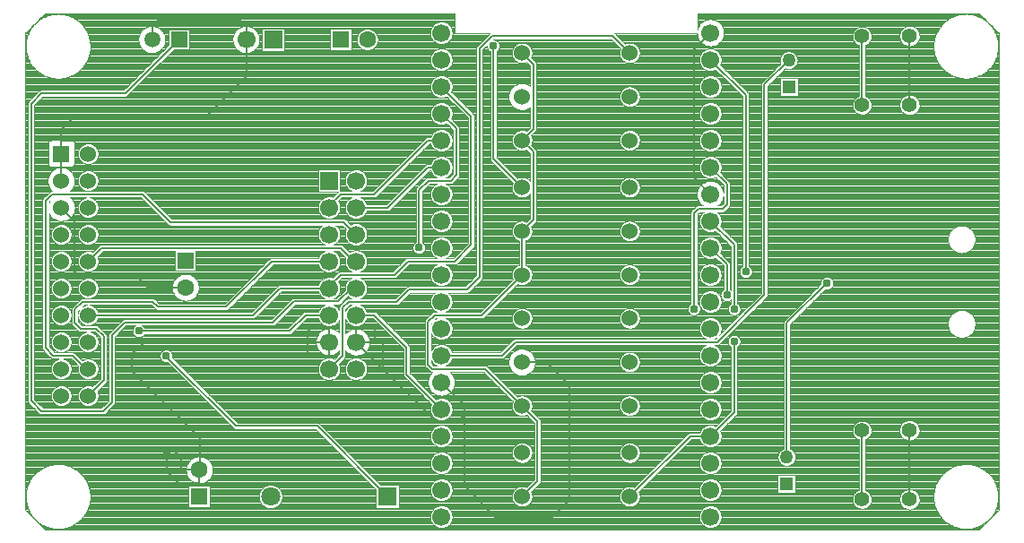
<source format=gbr>
G04 DipTrace 3.3.1.3*
G04 Bottom.gbr*
%MOIN*%
G04 #@! TF.FileFunction,Copper,L2,Bot*
G04 #@! TF.Part,Single*
G04 #@! TA.AperFunction,Conductor*
%ADD13C,0.007874*%
G04 #@! TA.AperFunction,CopperBalancing*
%ADD15C,0.003937*%
G04 #@! TA.AperFunction,ComponentPad*
%ADD17R,0.062992X0.062992*%
%ADD18C,0.062992*%
%ADD19R,0.070866X0.070866*%
%ADD20C,0.070866*%
%ADD21C,0.05*%
%ADD22R,0.05X0.05*%
%ADD23R,0.06X0.06*%
%ADD24C,0.06*%
%ADD25R,0.059055X0.059055*%
%ADD26C,0.059055*%
%ADD27R,0.066929X0.066929*%
%ADD28C,0.066929*%
%ADD29C,0.06*%
%ADD30C,0.055118*%
G04 #@! TA.AperFunction,ViaPad*
%ADD42C,0.031*%
%FSLAX26Y26*%
G04*
G70*
G90*
G75*
G01*
G04 Bottom*
%LPD*%
X2268701Y543702D2*
D13*
X2326260Y601261D1*
Y823643D1*
X2268701Y881202D1*
X3252075Y690430D2*
Y1189131D1*
X3399949Y1337005D1*
X3402075D1*
X2268701Y1868702D2*
X2310512Y1910513D1*
Y2151891D1*
X2268701Y2193702D1*
Y1531202D2*
X2310512Y1573013D1*
Y1826891D1*
X2268701Y1868702D1*
Y1368702D2*
Y1531202D1*
Y881202D2*
X2131201Y1018702D1*
X1934449D1*
X1918701Y1034450D1*
Y1193506D1*
X1943896Y1218702D1*
X2118701D1*
X2268701Y1368702D1*
X1551316Y1118702D2*
X1470261D1*
X863190D1*
X818374Y1073886D1*
Y1011634D1*
X1069747Y760261D1*
Y643702D1*
X1068701D1*
X1651316Y1118702D2*
X1752266Y1017752D1*
X1950079Y819939D1*
X2027711D1*
X2054724Y846952D1*
Y882678D1*
X1968701Y968702D1*
X2968701Y1668702D2*
X2907677Y1729725D1*
Y2207678D1*
X2968701Y2268702D1*
X3709395Y789443D2*
Y533538D1*
X3709629Y2000124D2*
Y2256030D1*
X948690Y710968D2*
Y636165D1*
X989806Y595050D1*
X1067081D1*
Y642082D1*
X1068701Y643702D1*
X948690Y710968D2*
X977811D1*
X1000465Y688315D1*
Y643681D1*
X1068680D1*
X1068701Y643702D1*
X1651316Y1118702D2*
X1720379D1*
X1752266D1*
Y1017752D1*
X1651316Y1118702D2*
Y1169387D1*
X1720379D1*
Y1118702D1*
X1551316D2*
Y1169483D1*
X1547780Y1173019D1*
X1486613D1*
X1470261Y1156668D1*
Y1118702D1*
X1551316D2*
Y1066431D1*
X1470261D1*
Y1118702D1*
X2268701Y1043702D2*
X2356769D1*
X2443701Y956770D1*
Y531202D1*
X2381201Y468702D1*
X2168701D1*
X2054724Y582678D1*
Y846952D1*
X893701Y2243702D2*
Y2293702D1*
X918701Y2318702D1*
X1218701D1*
X1243701Y2293702D1*
Y2243702D1*
X555643Y1718702D2*
Y1818702D1*
Y1905644D1*
X606201Y1956202D1*
X1093701D1*
X1243701Y2106202D1*
Y2243702D1*
X555643Y1618702D2*
X556201D1*
X606201Y1568702D1*
Y1381202D1*
X618701Y1368702D1*
X831201D1*
X878051Y1321851D1*
X1016773D1*
X3532230Y789443D2*
Y533538D1*
X1968701Y1068702D2*
X2193701D1*
X2243701Y1118702D1*
X2993701D1*
X3168701Y1293702D1*
Y2075624D1*
X3259953Y2166876D1*
X1968701Y868702D2*
X1838752Y998651D1*
Y1098651D1*
X1718701Y1218702D1*
X1651316D1*
X3532463Y2000124D2*
Y2256030D1*
X3057035Y1120470D2*
Y857036D1*
X2968701Y768702D1*
X2893701D1*
X2668701Y543702D1*
X3029724Y1293702D2*
Y1407678D1*
X2968701Y1468702D1*
Y1568702D2*
X3057035Y1480367D1*
Y1241288D1*
X993701Y2243702D2*
X794093Y2044094D1*
X482337D1*
X443701Y2005458D1*
Y899777D1*
X482335Y861143D1*
X711142D1*
X743701Y893702D1*
Y1143702D1*
X791287Y1191288D1*
X1342667D1*
X1420549Y1269170D1*
X1584589D1*
X1634121Y1318702D1*
X1651316D1*
X2907681Y1241288D2*
Y1598229D1*
X2923429Y1613977D1*
X3013976D1*
X3029724Y1629725D1*
Y1707678D1*
X2968701Y1768702D1*
X1651316Y1518702D2*
X1606041Y1563977D1*
X961169D1*
X856900Y1668246D1*
X521564D1*
X498083Y1644765D1*
Y1095766D1*
X526227Y1067622D1*
X598100D1*
X647020Y1018702D1*
X655643D1*
X1551316D2*
X1600696Y1068081D1*
Y1245829D1*
X1623226Y1268359D1*
X1802390D1*
X1848008Y1313977D1*
X2063976D1*
X2110606Y1360607D1*
Y2210607D1*
X2157035Y2257036D1*
X2605366D1*
X2668701Y2193702D1*
X2968701Y2168702D2*
X3100094Y2037308D1*
Y1380316D1*
X1651316Y1418702D2*
X1643701D1*
X1593701Y1468702D1*
X705643D1*
X655643Y1418702D1*
X1551316D2*
X1338115D1*
X1168667Y1249253D1*
X914550D1*
X895395Y1268408D1*
X635285D1*
X605923Y1239046D1*
Y1189329D1*
X627228Y1168023D1*
X684969D1*
X713205Y1139787D1*
Y976263D1*
X655643Y918702D1*
X1551316Y1618702D2*
Y1626317D1*
X1593701Y1668702D1*
X1718701D1*
X1918701Y1868702D1*
X1968701D1*
X1651316Y1618702D2*
X1768701D1*
X1918701Y1768702D1*
X1968701D1*
X655643Y1218702D2*
X1268701D1*
X1368701Y1318702D1*
X1551316D1*
Y1326317D1*
X1593701Y1368702D1*
X1793701D1*
X1843701Y1418702D1*
X2018701D1*
X2079618Y1479619D1*
Y1957784D1*
X1968701Y2068702D1*
X1885433Y1469107D2*
Y1683774D1*
X1920488Y1718829D1*
X2003080D1*
X2023841Y1739590D1*
Y1913561D1*
X1968701Y1968702D1*
X843339Y1159279D2*
X1403832D1*
X1463255Y1218702D1*
X1551316D1*
X2161988Y2219690D2*
Y1800414D1*
X2268701Y1693702D1*
X1768701Y543702D2*
X1506715Y805687D1*
X1205446D1*
X945865Y1065269D1*
Y1066256D1*
D42*
X948690Y710968D3*
X3402075Y1337005D3*
X3057035Y1120470D3*
X3029724Y1293702D3*
X3057035Y1241288D3*
X2907681D3*
X3100094Y1380316D3*
X1885433Y1469107D3*
X843339Y1159279D3*
X2161988Y2219690D3*
X945865Y1066256D3*
X491102Y2337928D2*
D15*
X527955D1*
X559446D2*
X2016336D1*
X2921067D2*
X3902955D1*
X3934446D2*
X3971299D1*
X487297Y2334122D2*
X509707D1*
X577694D2*
X2016336D1*
X2921067D2*
X3884707D1*
X3952694D2*
X3975105D1*
X483490Y2330316D2*
X498665D1*
X588736D2*
X2016336D1*
X2921067D2*
X3873665D1*
X3963736D2*
X3978912D1*
X479684Y2326510D2*
X490130D1*
X597272D2*
X2016336D1*
X2921067D2*
X3865130D1*
X3972272D2*
X3982718D1*
X475878Y2322704D2*
X483025D1*
X604377D2*
X2016336D1*
X2921067D2*
X3858025D1*
X3979377D2*
X3986524D1*
X472079Y2318899D2*
X476890D1*
X610512D2*
X2016336D1*
X2921067D2*
X2964217D1*
X2974171D2*
X3851890D1*
X3985512D2*
X3990323D1*
X468273Y2315093D2*
X471476D1*
X615925D2*
X2016336D1*
X2921067D2*
X2949146D1*
X2989241D2*
X3846476D1*
X3990925D2*
X3994129D1*
X464466Y2311287D2*
X466642D1*
X620762D2*
X2016336D1*
X2921067D2*
X2941672D1*
X2996715D2*
X3841639D1*
X3995762D2*
X3997936D1*
X460660Y2307481D2*
X462257D1*
X625146D2*
X1953322D1*
X1984083D2*
X2016336D1*
X2921067D2*
X2936604D1*
X3001783D2*
X3837256D1*
X4000146D2*
X4001738D1*
X456853Y2303676D2*
X458282D1*
X629121D2*
X1945832D1*
X1991572D2*
X2016336D1*
X2921067D2*
X2932798D1*
X3005589D2*
X3833281D1*
X4004121D2*
X4005549D1*
X453047Y2299870D2*
X454638D1*
X632765D2*
X1940795D1*
X1996608D2*
X2016336D1*
X2921067D2*
X2929007D1*
X3009381D2*
X3829636D1*
X4007765D2*
X4009361D1*
X449241Y2296064D2*
X451299D1*
X636102D2*
X1937004D1*
X2000399D2*
X2016336D1*
X2921067D2*
X2926524D1*
X3011864D2*
X3826299D1*
X4011102D2*
X4013160D1*
X445434Y2292258D2*
X448231D1*
X639171D2*
X880264D1*
X904972D2*
X1230265D1*
X1254974D2*
X1934051D1*
X2003352D2*
X2016336D1*
X2921067D2*
X2924585D1*
X3013802D2*
X3696331D1*
X3722402D2*
X3823231D1*
X4014171D2*
X4016967D1*
X441629Y2288452D2*
X445402D1*
X642000D2*
X870274D1*
X914962D2*
X1220277D1*
X1264963D2*
X1931722D1*
X2005681D2*
X2016336D1*
X2921067D2*
X2922654D1*
X3015740D2*
X3517197D1*
X3547728D2*
X3688773D1*
X3729961D2*
X3820402D1*
X4017000D2*
X4020773D1*
X437823Y2284647D2*
X442802D1*
X644600D2*
X863008D1*
X922228D2*
X1213009D1*
X1272230D2*
X1301731D1*
X1385672D2*
X1929915D1*
X2007488D2*
X2016336D1*
X3017500D2*
X3510777D1*
X3554148D2*
X3683913D1*
X3734828D2*
X3817802D1*
X4019600D2*
X4024579D1*
X434016Y2280841D2*
X440403D1*
X646999D2*
X858864D1*
X926373D2*
X955667D1*
X1031734D2*
X1208857D1*
X1276374D2*
X1301731D1*
X1385672D2*
X1553699D1*
X1633703D2*
X1679545D1*
X1707853D2*
X1928546D1*
X2008857D2*
X2016336D1*
X3018261D2*
X3506440D1*
X3558486D2*
X3680106D1*
X3738634D2*
X3815403D1*
X4021999D2*
X4028386D1*
X430210Y2277035D2*
X438196D1*
X649206D2*
X855058D1*
X930178D2*
X955667D1*
X1031734D2*
X1205051D1*
X1280180D2*
X1301731D1*
X1385672D2*
X1553699D1*
X1633703D2*
X1671917D1*
X1715482D2*
X1927576D1*
X2009827D2*
X2016336D1*
X3018861D2*
X3503241D1*
X3561684D2*
X3677231D1*
X3741503D2*
X3813196D1*
X4024206D2*
X4032192D1*
X426403Y2273229D2*
X436173D1*
X651228D2*
X851474D1*
X933762D2*
X955667D1*
X1031734D2*
X1201475D1*
X1283764D2*
X1301731D1*
X1385672D2*
X1553699D1*
X1633703D2*
X1666912D1*
X1720495D2*
X1926976D1*
X2010419D2*
X2016336D1*
X3019469D2*
X3500819D1*
X3564106D2*
X3675293D1*
X3743440D2*
X3811173D1*
X4026228D2*
X4035999D1*
X422597Y2269424D2*
X434320D1*
X653081D2*
X849352D1*
X935885D2*
X955667D1*
X1031734D2*
X1199353D1*
X1285878D2*
X1301731D1*
X1385672D2*
X1553699D1*
X1633703D2*
X1663190D1*
X1724209D2*
X1926739D1*
X2010664D2*
X2016336D1*
X3019953D2*
X3499012D1*
X3565913D2*
X3673386D1*
X3745354D2*
X3809320D1*
X4028081D2*
X4039804D1*
X421063Y2265618D2*
X432629D1*
X654773D2*
X847413D1*
X937823D2*
X955667D1*
X1031734D2*
X1197416D1*
X1287824D2*
X1301731D1*
X1385672D2*
X1553699D1*
X1633703D2*
X1660314D1*
X1727084D2*
X1926846D1*
X2010556D2*
X2148188D1*
X2614219D2*
X2918811D1*
X3019570D2*
X3497713D1*
X3567213D2*
X3672371D1*
X3746370D2*
X3807629D1*
X4029773D2*
X4041335D1*
X421063Y2261812D2*
X431091D1*
X656311D2*
X845476D1*
X939760D2*
X955667D1*
X1031734D2*
X1195478D1*
X1289761D2*
X1301731D1*
X1385672D2*
X1553699D1*
X1633703D2*
X1658084D1*
X1729315D2*
X1927307D1*
X2010096D2*
X2144382D1*
X2618025D2*
X2919419D1*
X3018969D2*
X3496874D1*
X3568051D2*
X3671772D1*
X3746970D2*
X3806091D1*
X4031311D2*
X4041335D1*
X421063Y2258006D2*
X429707D1*
X657694D2*
X843992D1*
X941244D2*
X955667D1*
X1031734D2*
X1193993D1*
X1291245D2*
X1301731D1*
X1385672D2*
X1553699D1*
X1633703D2*
X1656377D1*
X1731029D2*
X1928130D1*
X2009273D2*
X2140575D1*
X2621831D2*
X2920018D1*
X3018369D2*
X3496451D1*
X3568474D2*
X3671178D1*
X3747554D2*
X3804707D1*
X4032694D2*
X4041335D1*
X421063Y2254200D2*
X428461D1*
X658941D2*
X843369D1*
X941867D2*
X955667D1*
X1031734D2*
X1193364D1*
X1291869D2*
X1301731D1*
X1385672D2*
X1553699D1*
X1633703D2*
X1655115D1*
X1732282D2*
X1929345D1*
X2008058D2*
X2136769D1*
X2625630D2*
X2920694D1*
X3017693D2*
X3496444D1*
X3568482D2*
X3671318D1*
X3747424D2*
X3803461D1*
X4033941D2*
X4041335D1*
X421063Y2250395D2*
X427354D1*
X660047D2*
X842762D1*
X942474D2*
X955667D1*
X1031734D2*
X1192764D1*
X1292476D2*
X1301731D1*
X1385672D2*
X1553699D1*
X1633703D2*
X1654270D1*
X1733129D2*
X1930983D1*
X2006420D2*
X2132962D1*
X2629436D2*
X2922310D1*
X3016077D2*
X3496852D1*
X3568081D2*
X3671917D1*
X3746816D2*
X3802354D1*
X4035047D2*
X4041335D1*
X421063Y2246589D2*
X426377D1*
X661025D2*
X842163D1*
X943073D2*
X955667D1*
X1031734D2*
X1192164D1*
X1293076D2*
X1301731D1*
X1385672D2*
X1553699D1*
X1633703D2*
X1653808D1*
X1733597D2*
X1933098D1*
X2004298D2*
X2129156D1*
X2633243D2*
X2924247D1*
X3014140D2*
X3497675D1*
X3567252D2*
X3672525D1*
X3746209D2*
X3801377D1*
X4036025D2*
X4041335D1*
X421063Y2242783D2*
X425531D1*
X661870D2*
X841878D1*
X943358D2*
X955667D1*
X1031734D2*
X1191879D1*
X1293360D2*
X1301731D1*
X1385672D2*
X1553699D1*
X1633703D2*
X1653709D1*
X1733690D2*
X1935797D1*
X2001598D2*
X2125350D1*
X2167299D2*
X2602189D1*
X2637049D2*
X2926185D1*
X3012202D2*
X3498950D1*
X3565975D2*
X3673848D1*
X3744894D2*
X3800531D1*
X4036870D2*
X4041335D1*
X421063Y2238977D2*
X424816D1*
X662585D2*
X842424D1*
X942812D2*
X955667D1*
X1031734D2*
X1192425D1*
X1292814D2*
X1301731D1*
X1385672D2*
X1553699D1*
X1633703D2*
X1653986D1*
X1733421D2*
X1939241D1*
X1998161D2*
X2121543D1*
X2175996D2*
X2605996D1*
X2640854D2*
X2928430D1*
X3009957D2*
X3500741D1*
X3564184D2*
X3675785D1*
X3742955D2*
X3799816D1*
X4037585D2*
X4041335D1*
X421063Y2235172D2*
X424232D1*
X663169D2*
X843031D1*
X942205D2*
X955667D1*
X1031734D2*
X1193025D1*
X1292207D2*
X1301731D1*
X1385672D2*
X1553699D1*
X1633703D2*
X1654631D1*
X1732774D2*
X1943724D1*
X1993678D2*
X2117738D1*
X2180210D2*
X2609802D1*
X2644661D2*
X2932129D1*
X3006259D2*
X3503134D1*
X3561791D2*
X3677769D1*
X3740972D2*
X3799232D1*
X4038169D2*
X4041335D1*
X421063Y2231366D2*
X423762D1*
X663639D2*
X843631D1*
X941605D2*
X955667D1*
X1031734D2*
X1193633D1*
X1291606D2*
X1301731D1*
X1385672D2*
X1553699D1*
X1633703D2*
X1655669D1*
X1731730D2*
X1950014D1*
X1987381D2*
X2113930D1*
X2182902D2*
X2262492D1*
X2274906D2*
X2613608D1*
X2648467D2*
X2662490D1*
X2674912D2*
X2935936D1*
X3002453D2*
X3506302D1*
X3558623D2*
X3681068D1*
X3737673D2*
X3798762D1*
X4038639D2*
X4041335D1*
X421063Y2227560D2*
X423424D1*
X663978D2*
X844484D1*
X940752D2*
X955667D1*
X1031734D2*
X1194486D1*
X1290753D2*
X1301731D1*
X1385672D2*
X1553699D1*
X1633703D2*
X1657138D1*
X1730260D2*
X1962325D1*
X1975077D2*
X2110125D1*
X2184639D2*
X2250811D1*
X2286585D2*
X2617415D1*
X2686584D2*
X2940395D1*
X2997992D2*
X3510584D1*
X3554348D2*
X3684874D1*
X3733866D2*
X3798424D1*
X4038978D2*
X4041335D1*
X421063Y2223754D2*
X423201D1*
X664201D2*
X846329D1*
X938907D2*
X955667D1*
X1031734D2*
X1196324D1*
X1288908D2*
X1301731D1*
X1385672D2*
X1553699D1*
X1633703D2*
X1659092D1*
X1728307D2*
X2106319D1*
X2185638D2*
X2244875D1*
X2292530D2*
X2621220D1*
X2692528D2*
X2947831D1*
X2990549D2*
X3516882D1*
X3548043D2*
X3690656D1*
X3728076D2*
X3798201D1*
X4039201D2*
X4041337D1*
X421063Y2219949D2*
X423101D1*
X664301D2*
X848268D1*
X936969D2*
X952513D1*
X1031734D2*
X1198269D1*
X1286970D2*
X1301731D1*
X1385672D2*
X1553699D1*
X1633703D2*
X1661613D1*
X1725785D2*
X2102520D1*
X2185992D2*
X2240677D1*
X2296728D2*
X2625020D1*
X2696727D2*
X2960003D1*
X2978385D2*
X3520020D1*
X3544906D2*
X3700138D1*
X3718596D2*
X3798101D1*
X4039301D2*
X4041333D1*
X421063Y2216143D2*
X423125D1*
X664277D2*
X850205D1*
X935031D2*
X948707D1*
X1031734D2*
X1200207D1*
X1285033D2*
X1301731D1*
X1385672D2*
X1553699D1*
X1633703D2*
X1664858D1*
X1722541D2*
X2099513D1*
X2133573D2*
X2138253D1*
X2185723D2*
X2237501D1*
X2299896D2*
X2628825D1*
X2699895D2*
X3520020D1*
X3544906D2*
X3798125D1*
X4039277D2*
X4041343D1*
X421063Y2212337D2*
X423262D1*
X664139D2*
X852920D1*
X932316D2*
X944902D1*
X1031734D2*
X1202921D1*
X1282318D2*
X1301731D1*
X1385672D2*
X1553699D1*
X1633703D2*
X1669126D1*
X1718280D2*
X2098290D1*
X2129766D2*
X2139160D1*
X2184815D2*
X2235063D1*
X2302341D2*
X2632631D1*
X2702340D2*
X3520020D1*
X3544906D2*
X3798262D1*
X4039139D2*
X4041335D1*
X421063Y2208531D2*
X423525D1*
X663877D2*
X856726D1*
X928510D2*
X941102D1*
X1031734D2*
X1206727D1*
X1278512D2*
X1301731D1*
X1385672D2*
X1553699D1*
X1633703D2*
X1675093D1*
X1712306D2*
X1956390D1*
X1981014D2*
X2098168D1*
X2125961D2*
X2140790D1*
X2183185D2*
X2233202D1*
X2304202D2*
X2633201D1*
X2704201D2*
X2956390D1*
X2981014D2*
X3520020D1*
X3544906D2*
X3798525D1*
X4038877D2*
X4041335D1*
X421063Y2204725D2*
X423909D1*
X663492D2*
X860533D1*
X924703D2*
X937297D1*
X972156D2*
X1210534D1*
X1274706D2*
X1301731D1*
X1385672D2*
X1553699D1*
X1633703D2*
X1686273D1*
X1701133D2*
X1947554D1*
X1989849D2*
X2098168D1*
X2123046D2*
X2143336D1*
X2180640D2*
X2231825D1*
X2305579D2*
X2631824D1*
X2705577D2*
X2947554D1*
X2989849D2*
X3520020D1*
X3544906D2*
X3798909D1*
X4038492D2*
X4041335D1*
X421063Y2200920D2*
X424416D1*
X662986D2*
X866084D1*
X919152D2*
X933490D1*
X968349D2*
X1216085D1*
X1269154D2*
X1942033D1*
X1995370D2*
X2098168D1*
X2123046D2*
X2147273D1*
X2176703D2*
X2230888D1*
X2306517D2*
X2630886D1*
X2706516D2*
X2942033D1*
X2995370D2*
X3520020D1*
X3544906D2*
X3799416D1*
X4037986D2*
X4041335D1*
X421063Y2197114D2*
X425055D1*
X662346D2*
X873551D1*
X911685D2*
X929684D1*
X964543D2*
X1223552D1*
X1261688D2*
X1937958D1*
X1999446D2*
X2098168D1*
X2123046D2*
X2149549D1*
X2174427D2*
X2230349D1*
X2307055D2*
X2630348D1*
X2707054D2*
X2937958D1*
X2999446D2*
X3246067D1*
X3273836D2*
X3520020D1*
X3544906D2*
X3800055D1*
X4037346D2*
X4041335D1*
X421063Y2193308D2*
X425808D1*
X661593D2*
X890937D1*
X894294D2*
X925878D1*
X960736D2*
X1240938D1*
X1244302D2*
X1934797D1*
X2002606D2*
X2098168D1*
X2123046D2*
X2149549D1*
X2174427D2*
X2230196D1*
X2307201D2*
X2630202D1*
X2707199D2*
X2934797D1*
X3002606D2*
X3239615D1*
X3280287D2*
X3520020D1*
X3544906D2*
X3800808D1*
X4036593D2*
X4041335D1*
X421063Y2189502D2*
X426701D1*
X660701D2*
X922071D1*
X956930D2*
X1932314D1*
X2005089D2*
X2098168D1*
X2123046D2*
X2149549D1*
X2174427D2*
X2230427D1*
X2306971D2*
X2630433D1*
X2706969D2*
X2932314D1*
X3005089D2*
X3235386D1*
X3284517D2*
X3520020D1*
X3544906D2*
X3801701D1*
X4035701D2*
X4041335D1*
X421063Y2185697D2*
X427715D1*
X659686D2*
X918265D1*
X953125D2*
X1930367D1*
X2007035D2*
X2098168D1*
X2123046D2*
X2149549D1*
X2174427D2*
X2231050D1*
X2306356D2*
X2631047D1*
X2706354D2*
X2930367D1*
X3007035D2*
X3232318D1*
X3287585D2*
X3520020D1*
X3544906D2*
X3802715D1*
X4034686D2*
X4041335D1*
X421063Y2181891D2*
X428869D1*
X658533D2*
X914458D1*
X949318D2*
X1928877D1*
X2008520D2*
X2098168D1*
X2123046D2*
X2149549D1*
X2174427D2*
X2232072D1*
X2305325D2*
X2632071D1*
X2705331D2*
X2928877D1*
X3008520D2*
X3230050D1*
X3289854D2*
X3520020D1*
X3544906D2*
X3803869D1*
X4033533D2*
X4041335D1*
X421063Y2178085D2*
X430168D1*
X657234D2*
X910652D1*
X945512D2*
X1927807D1*
X2009596D2*
X2098168D1*
X2123046D2*
X2149549D1*
X2174427D2*
X2233541D1*
X2303856D2*
X2633547D1*
X2703854D2*
X2927807D1*
X3009596D2*
X3228404D1*
X3291499D2*
X3520020D1*
X3544906D2*
X3805168D1*
X4032234D2*
X4041335D1*
X421063Y2174279D2*
X431606D1*
X655795D2*
X906846D1*
X941713D2*
X1927108D1*
X2010295D2*
X2098168D1*
X2123046D2*
X2149549D1*
X2174427D2*
X2235517D1*
X2305555D2*
X2635516D1*
X2701886D2*
X2927108D1*
X3010295D2*
X3227289D1*
X3292622D2*
X3520020D1*
X3544906D2*
X3806606D1*
X4030795D2*
X4041335D1*
X421063Y2170473D2*
X433198D1*
X654203D2*
X903039D1*
X937907D2*
X1926769D1*
X2010634D2*
X2098168D1*
X2123046D2*
X2149549D1*
X2174427D2*
X2238093D1*
X2309362D2*
X2638092D1*
X2699310D2*
X2926769D1*
X3010634D2*
X3226643D1*
X3293260D2*
X3520020D1*
X3544906D2*
X3808198D1*
X4029203D2*
X4041335D1*
X421063Y2166668D2*
X434944D1*
X652458D2*
X899234D1*
X934101D2*
X1926785D1*
X2010618D2*
X2098168D1*
X2123046D2*
X2149549D1*
X2174427D2*
X2241445D1*
X2313168D2*
X2641444D1*
X2695958D2*
X2926785D1*
X3010618D2*
X3226451D1*
X3293453D2*
X3520020D1*
X3544906D2*
X3809944D1*
X4027458D2*
X4041335D1*
X421063Y2162862D2*
X436850D1*
X650551D2*
X895427D1*
X930294D2*
X1927146D1*
X2010257D2*
X2098168D1*
X2123046D2*
X2149549D1*
X2174427D2*
X2245921D1*
X2316975D2*
X2645919D1*
X2691483D2*
X2927146D1*
X3010257D2*
X3226689D1*
X3293214D2*
X3520020D1*
X3544906D2*
X3811850D1*
X4025551D2*
X4041335D1*
X421063Y2159056D2*
X438942D1*
X648459D2*
X891621D1*
X926488D2*
X1927869D1*
X2009534D2*
X2098168D1*
X2123046D2*
X2149549D1*
X2174427D2*
X2252433D1*
X2320588D2*
X2652432D1*
X2684970D2*
X2927869D1*
X3009534D2*
X3227390D1*
X3292522D2*
X3520020D1*
X3544906D2*
X3813942D1*
X4023459D2*
X4041335D1*
X421063Y2155250D2*
X441210D1*
X646192D2*
X887815D1*
X922681D2*
X1928969D1*
X2008434D2*
X2098168D1*
X2123046D2*
X2149549D1*
X2174427D2*
X2289720D1*
X2322472D2*
X2928969D1*
X3008434D2*
X3228558D1*
X3291345D2*
X3520020D1*
X3544906D2*
X3816210D1*
X4021192D2*
X4041335D1*
X421063Y2151445D2*
X443671D1*
X643731D2*
X884016D1*
X918875D2*
X1930483D1*
X2006920D2*
X2098168D1*
X2123046D2*
X2149549D1*
X2174427D2*
X2293526D1*
X2322949D2*
X2930483D1*
X3006920D2*
X3227089D1*
X3289638D2*
X3520020D1*
X3544906D2*
X3818671D1*
X4018731D2*
X4041335D1*
X421063Y2147639D2*
X446354D1*
X641047D2*
X880210D1*
X915070D2*
X1932459D1*
X2004936D2*
X2098168D1*
X2123046D2*
X2149549D1*
X2174427D2*
X2297332D1*
X2322949D2*
X2932459D1*
X3007197D2*
X3223283D1*
X3287293D2*
X3520020D1*
X3544906D2*
X3821354D1*
X4016047D2*
X4041335D1*
X421063Y2143833D2*
X449261D1*
X638140D2*
X876403D1*
X911262D2*
X1934990D1*
X2002413D2*
X2098168D1*
X2123046D2*
X2149549D1*
X2174427D2*
X2298071D1*
X2322949D2*
X2934990D1*
X3011003D2*
X3219476D1*
X3284125D2*
X3520020D1*
X3544906D2*
X3824261D1*
X4013140D2*
X4041335D1*
X421063Y2140027D2*
X452421D1*
X634980D2*
X872597D1*
X907457D2*
X1938203D1*
X1999199D2*
X2098168D1*
X2123046D2*
X2149549D1*
X2174427D2*
X2298071D1*
X2322949D2*
X2938203D1*
X3014810D2*
X3215671D1*
X3279719D2*
X3520020D1*
X3544906D2*
X3827421D1*
X4009980D2*
X4041335D1*
X421063Y2136221D2*
X455858D1*
X631543D2*
X868791D1*
X903650D2*
X1942356D1*
X1995047D2*
X2098168D1*
X2123046D2*
X2149549D1*
X2174427D2*
X2298071D1*
X2322949D2*
X2942356D1*
X3018615D2*
X3211864D1*
X3272860D2*
X3520020D1*
X3544906D2*
X3830858D1*
X4006543D2*
X4041335D1*
X421063Y2132416D2*
X459612D1*
X627790D2*
X864984D1*
X899844D2*
X1948016D1*
X1989387D2*
X2098168D1*
X2123046D2*
X2149549D1*
X2174427D2*
X2298071D1*
X2322949D2*
X2948016D1*
X3022421D2*
X3208058D1*
X3242925D2*
X3520020D1*
X3544906D2*
X3834612D1*
X4002790D2*
X4041335D1*
X421063Y2128610D2*
X463724D1*
X623677D2*
X861178D1*
X896038D2*
X1957304D1*
X1980098D2*
X2098168D1*
X2123046D2*
X2149549D1*
X2174427D2*
X2298071D1*
X2322949D2*
X2957304D1*
X2980098D2*
X2991361D1*
X3026220D2*
X3204252D1*
X3239118D2*
X3520020D1*
X3544906D2*
X3838724D1*
X3998677D2*
X4041335D1*
X421063Y2124804D2*
X468247D1*
X619155D2*
X857371D1*
X892231D2*
X2098168D1*
X2123046D2*
X2149549D1*
X2174427D2*
X2298071D1*
X2322949D2*
X2995167D1*
X3030026D2*
X3200453D1*
X3235312D2*
X3520020D1*
X3544906D2*
X3843247D1*
X3994155D2*
X4041335D1*
X421063Y2120998D2*
X473276D1*
X614126D2*
X853566D1*
X888425D2*
X2098168D1*
X2123046D2*
X2149549D1*
X2174427D2*
X2298071D1*
X2322949D2*
X2998974D1*
X3033833D2*
X3196647D1*
X3231507D2*
X3520020D1*
X3544906D2*
X3848276D1*
X3989126D2*
X4041335D1*
X421063Y2117193D2*
X478912D1*
X608490D2*
X849760D1*
X884626D2*
X2098168D1*
X2123046D2*
X2149549D1*
X2174427D2*
X2298071D1*
X2322949D2*
X3002780D1*
X3037639D2*
X3192840D1*
X3227699D2*
X3520020D1*
X3544906D2*
X3853912D1*
X3983490D2*
X4041335D1*
X421063Y2113387D2*
X485348D1*
X602054D2*
X845953D1*
X880820D2*
X2098168D1*
X2123046D2*
X2149549D1*
X2174427D2*
X2298071D1*
X2322949D2*
X3006587D1*
X3041445D2*
X3189034D1*
X3223894D2*
X3520020D1*
X3544906D2*
X3860348D1*
X3977054D2*
X4041335D1*
X421063Y2109581D2*
X492875D1*
X594526D2*
X842147D1*
X877014D2*
X1960734D1*
X1976669D2*
X2098168D1*
X2123046D2*
X2149549D1*
X2174427D2*
X2298071D1*
X2322949D2*
X2960734D1*
X2976669D2*
X3010392D1*
X3045252D2*
X3185228D1*
X3220087D2*
X3520020D1*
X3544906D2*
X3867875D1*
X3969526D2*
X4041335D1*
X421063Y2105775D2*
X502104D1*
X585298D2*
X838340D1*
X873207D2*
X1949492D1*
X1987911D2*
X2098168D1*
X2123046D2*
X2149549D1*
X2174427D2*
X2298071D1*
X2322949D2*
X2949492D1*
X2987911D2*
X3014198D1*
X3049058D2*
X3181421D1*
X3216281D2*
X3520020D1*
X3544906D2*
X3877104D1*
X3960298D2*
X4041335D1*
X421063Y2101970D2*
X514598D1*
X572803D2*
X834534D1*
X869402D2*
X1943371D1*
X1994033D2*
X2098168D1*
X2123046D2*
X2149549D1*
X2174427D2*
X2298071D1*
X2322949D2*
X2943371D1*
X2994033D2*
X3018005D1*
X3052865D2*
X3177615D1*
X3212475D2*
X3520020D1*
X3544906D2*
X3889598D1*
X3947803D2*
X4041335D1*
X421063Y2098164D2*
X830728D1*
X865594D2*
X1938972D1*
X1998430D2*
X2098168D1*
X2123046D2*
X2149549D1*
X2174427D2*
X2298071D1*
X2322949D2*
X2938972D1*
X2998430D2*
X3021811D1*
X3056671D2*
X3173808D1*
X3208668D2*
X3226451D1*
X3293461D2*
X3520020D1*
X3544906D2*
X4041335D1*
X421063Y2094358D2*
X826929D1*
X861789D2*
X1935589D1*
X2001806D2*
X2098168D1*
X2123046D2*
X2149549D1*
X2174427D2*
X2298071D1*
X2322949D2*
X2935589D1*
X3001806D2*
X3025610D1*
X3060476D2*
X3170003D1*
X3204862D2*
X3226451D1*
X3293461D2*
X3520020D1*
X3544906D2*
X4041335D1*
X421063Y2090552D2*
X823123D1*
X857983D2*
X1932936D1*
X2004467D2*
X2098168D1*
X2123046D2*
X2149549D1*
X2174427D2*
X2298071D1*
X2322949D2*
X2932936D1*
X3004467D2*
X3029416D1*
X3064283D2*
X3166197D1*
X3201063D2*
X3226451D1*
X3293461D2*
X3520020D1*
X3544906D2*
X4041335D1*
X421063Y2086746D2*
X819316D1*
X854176D2*
X1930853D1*
X2006551D2*
X2098168D1*
X2123046D2*
X2149549D1*
X2174427D2*
X2298071D1*
X2322949D2*
X2930853D1*
X3006551D2*
X3033222D1*
X3068089D2*
X3162390D1*
X3197257D2*
X3226451D1*
X3293461D2*
X3520020D1*
X3544906D2*
X4041335D1*
X421063Y2082941D2*
X815510D1*
X850370D2*
X1929245D1*
X2008157D2*
X2098168D1*
X2123046D2*
X2149549D1*
X2174427D2*
X2298071D1*
X2322949D2*
X2929245D1*
X3008157D2*
X3037029D1*
X3071896D2*
X3158738D1*
X3193451D2*
X3226451D1*
X3293461D2*
X3520020D1*
X3544906D2*
X4041335D1*
X421063Y2079135D2*
X811705D1*
X846563D2*
X1928062D1*
X2009343D2*
X2098168D1*
X2123046D2*
X2149549D1*
X2174427D2*
X2252811D1*
X2283549D2*
X2298071D1*
X2322949D2*
X2928062D1*
X3009343D2*
X3040835D1*
X3075702D2*
X3156785D1*
X3189644D2*
X3226451D1*
X3293461D2*
X3520020D1*
X3544906D2*
X4041335D1*
X421063Y2075329D2*
X807898D1*
X842757D2*
X1927261D1*
X2010134D2*
X2098168D1*
X2123046D2*
X2149549D1*
X2174427D2*
X2244744D1*
X2291606D2*
X2298071D1*
X2322949D2*
X2927261D1*
X3010134D2*
X3044642D1*
X3079508D2*
X3156261D1*
X3185839D2*
X3226451D1*
X3293461D2*
X3520020D1*
X3544906D2*
X4041335D1*
X421063Y2071523D2*
X804092D1*
X838951D2*
X1926831D1*
X2010572D2*
X2098168D1*
X2123046D2*
X2149549D1*
X2174427D2*
X2237808D1*
X2322949D2*
X2926831D1*
X3010572D2*
X3048448D1*
X3083307D2*
X3156261D1*
X3182031D2*
X3226451D1*
X3293461D2*
X3520020D1*
X3544906D2*
X4041335D1*
X421063Y2067718D2*
X800285D1*
X835144D2*
X1926747D1*
X2010657D2*
X2098168D1*
X2123046D2*
X2149549D1*
X2174427D2*
X2233864D1*
X2322949D2*
X2657399D1*
X2680003D2*
X2926747D1*
X3010657D2*
X3052253D1*
X3087113D2*
X3156261D1*
X3181140D2*
X3226451D1*
X3293461D2*
X3520020D1*
X3544906D2*
X4041335D1*
X421063Y2063912D2*
X796479D1*
X831339D2*
X1927008D1*
X2010395D2*
X2098168D1*
X2123046D2*
X2149549D1*
X2174427D2*
X2230058D1*
X2322949D2*
X2648749D1*
X2688652D2*
X2927008D1*
X3010395D2*
X3056060D1*
X3090920D2*
X3156261D1*
X3181140D2*
X3226451D1*
X3293461D2*
X3520020D1*
X3544906D2*
X4041335D1*
X421063Y2060106D2*
X792673D1*
X827539D2*
X1927630D1*
X2009773D2*
X2098168D1*
X2123046D2*
X2149549D1*
X2174427D2*
X2226651D1*
X2322949D2*
X2643466D1*
X2693936D2*
X2927630D1*
X3009773D2*
X3059866D1*
X3094726D2*
X3156261D1*
X3181140D2*
X3226451D1*
X3293461D2*
X3520020D1*
X3544906D2*
X4041335D1*
X421063Y2056300D2*
X788866D1*
X823734D2*
X1928622D1*
X2008773D2*
X2098168D1*
X2123046D2*
X2149549D1*
X2174427D2*
X2224636D1*
X2322949D2*
X2639629D1*
X2697773D2*
X2928622D1*
X3008773D2*
X3063673D1*
X3098531D2*
X3156261D1*
X3181140D2*
X3226451D1*
X3293461D2*
X3520020D1*
X3544906D2*
X4041335D1*
X421063Y2052494D2*
X473306D1*
X819928D2*
X1930022D1*
X2007381D2*
X2098168D1*
X2123046D2*
X2149549D1*
X2174427D2*
X2222690D1*
X2322949D2*
X2636699D1*
X2700702D2*
X2930022D1*
X3007381D2*
X3067479D1*
X3102339D2*
X3156261D1*
X3181140D2*
X3226451D1*
X3293461D2*
X3520020D1*
X3544906D2*
X4041335D1*
X421063Y2048689D2*
X469500D1*
X816121D2*
X1931867D1*
X2006143D2*
X2098168D1*
X2123046D2*
X2149549D1*
X2174427D2*
X2220753D1*
X2322949D2*
X2634446D1*
X2702955D2*
X2931867D1*
X3005535D2*
X3071285D1*
X3106144D2*
X3156261D1*
X3181140D2*
X3226451D1*
X3293461D2*
X3520020D1*
X3544906D2*
X4041335D1*
X421063Y2044883D2*
X465693D1*
X812315D2*
X1934228D1*
X2009949D2*
X2098168D1*
X2123046D2*
X2149549D1*
X2174427D2*
X2219446D1*
X2322949D2*
X2632739D1*
X2704663D2*
X2934228D1*
X3003167D2*
X3075092D1*
X3109858D2*
X3156261D1*
X3181140D2*
X3226451D1*
X3293461D2*
X3520020D1*
X3544906D2*
X4041335D1*
X421063Y2041077D2*
X461887D1*
X808508D2*
X1937235D1*
X2013756D2*
X2098168D1*
X2123046D2*
X2149549D1*
X2174427D2*
X2218839D1*
X2322949D2*
X2631501D1*
X2705900D2*
X2937235D1*
X3000160D2*
X3078898D1*
X3111927D2*
X3156261D1*
X3181140D2*
X3226451D1*
X3293461D2*
X3520020D1*
X3544906D2*
X4041335D1*
X421063Y2037271D2*
X458081D1*
X804702D2*
X1941094D1*
X2017562D2*
X2098168D1*
X2123046D2*
X2149549D1*
X2174427D2*
X2218239D1*
X2322949D2*
X2630686D1*
X2706715D2*
X2941094D1*
X2996308D2*
X3082697D1*
X3112534D2*
X3156261D1*
X3181140D2*
X3226451D1*
X3293461D2*
X3520020D1*
X3544906D2*
X3703497D1*
X3715243D2*
X4041335D1*
X421063Y2033466D2*
X454274D1*
X800157D2*
X1946239D1*
X2021369D2*
X2098168D1*
X2123046D2*
X2149549D1*
X2174427D2*
X2217631D1*
X2322949D2*
X2630264D1*
X2707138D2*
X2946239D1*
X2991156D2*
X3086503D1*
X3112534D2*
X3156261D1*
X3181140D2*
X3519396D1*
X3545529D2*
X3691702D1*
X3727038D2*
X4041335D1*
X421063Y2029660D2*
X450469D1*
X485336D2*
X1954021D1*
X1983382D2*
X1990315D1*
X2025175D2*
X2098168D1*
X2123046D2*
X2149549D1*
X2174427D2*
X2217486D1*
X2322949D2*
X2630224D1*
X2707177D2*
X2954021D1*
X2983382D2*
X3087656D1*
X3112534D2*
X3156261D1*
X3181140D2*
X3512068D1*
X3552857D2*
X3685412D1*
X3733328D2*
X4041335D1*
X421063Y2025854D2*
X446669D1*
X481529D2*
X1994114D1*
X2028980D2*
X2098168D1*
X2123046D2*
X2149549D1*
X2174427D2*
X2218070D1*
X2322949D2*
X2630571D1*
X2706831D2*
X3087656D1*
X3112534D2*
X3156261D1*
X3181140D2*
X3507362D1*
X3557563D2*
X3681598D1*
X3737143D2*
X4041335D1*
X421063Y2022048D2*
X442864D1*
X477723D2*
X1997920D1*
X2032787D2*
X2098168D1*
X2123046D2*
X2149549D1*
X2174427D2*
X2218677D1*
X2322949D2*
X2631310D1*
X2706092D2*
X3087656D1*
X3112534D2*
X3156261D1*
X3181140D2*
X3503933D1*
X3560992D2*
X3678108D1*
X3740626D2*
X4041335D1*
X421063Y2018242D2*
X439058D1*
X473916D2*
X2001726D1*
X2036593D2*
X2098168D1*
X2123046D2*
X2149549D1*
X2174427D2*
X2219277D1*
X2322949D2*
X2632470D1*
X2704932D2*
X3087656D1*
X3112534D2*
X3156261D1*
X3181140D2*
X3501341D1*
X3563584D2*
X3676054D1*
X3742678D2*
X4041335D1*
X421063Y2014437D2*
X435251D1*
X470110D2*
X2005533D1*
X2040400D2*
X2098168D1*
X2123046D2*
X2149549D1*
X2174427D2*
X2220269D1*
X2322949D2*
X2634085D1*
X2703316D2*
X3087656D1*
X3112534D2*
X3156261D1*
X3181140D2*
X3499396D1*
X3565529D2*
X3674117D1*
X3744625D2*
X4041335D1*
X421063Y2010631D2*
X432429D1*
X466304D2*
X2009339D1*
X2044206D2*
X2098168D1*
X2123046D2*
X2149549D1*
X2174427D2*
X2222168D1*
X2322949D2*
X2636223D1*
X2701178D2*
X3087656D1*
X3112534D2*
X3156261D1*
X3181140D2*
X3497982D1*
X3566944D2*
X3672633D1*
X3746109D2*
X4041335D1*
X421063Y2006825D2*
X431337D1*
X462497D2*
X1951722D1*
X1985681D2*
X2013146D1*
X2048012D2*
X2098168D1*
X2123046D2*
X2149549D1*
X2174427D2*
X2224113D1*
X2322949D2*
X2639014D1*
X2698387D2*
X2951722D1*
X2985681D2*
X3087656D1*
X3112534D2*
X3156261D1*
X3181140D2*
X3497035D1*
X3567890D2*
X3672001D1*
X3746731D2*
X4041335D1*
X421063Y2003019D2*
X431260D1*
X458692D2*
X1944840D1*
X1992563D2*
X2016951D1*
X2051811D2*
X2098168D1*
X2123046D2*
X2149549D1*
X2174427D2*
X2226051D1*
X2322949D2*
X2642651D1*
X2694751D2*
X2944840D1*
X2992563D2*
X3087656D1*
X3112534D2*
X3156261D1*
X3181140D2*
X3496521D1*
X3568404D2*
X3671402D1*
X3747339D2*
X4041335D1*
X421063Y1999214D2*
X431260D1*
X456139D2*
X1940064D1*
X1997331D2*
X2020757D1*
X2055617D2*
X2098168D1*
X2123046D2*
X2149549D1*
X2174427D2*
X2229034D1*
X2322949D2*
X2647588D1*
X2689814D2*
X2940064D1*
X2997331D2*
X3087656D1*
X3112534D2*
X3156261D1*
X3181140D2*
X3496413D1*
X3568512D2*
X3671133D1*
X3747608D2*
X4041335D1*
X421063Y1995408D2*
X431260D1*
X456139D2*
X1936442D1*
X2000961D2*
X2024564D1*
X2059424D2*
X2098168D1*
X2123046D2*
X2149549D1*
X2174427D2*
X2232841D1*
X2322949D2*
X2655223D1*
X2682178D2*
X2936442D1*
X3000961D2*
X3087656D1*
X3112534D2*
X3156261D1*
X3181140D2*
X3496713D1*
X3568213D2*
X3671686D1*
X3747054D2*
X4041335D1*
X421063Y1991602D2*
X431260D1*
X456139D2*
X1933605D1*
X2003790D2*
X2028370D1*
X2063230D2*
X2098168D1*
X2123046D2*
X2149549D1*
X2174427D2*
X2236647D1*
X2322949D2*
X2933605D1*
X3003790D2*
X3087656D1*
X3112534D2*
X3156261D1*
X3181140D2*
X3497436D1*
X3567490D2*
X3672286D1*
X3746446D2*
X4041335D1*
X421063Y1987796D2*
X431260D1*
X456139D2*
X1931375D1*
X2006028D2*
X2032177D1*
X2067035D2*
X2098168D1*
X2123046D2*
X2149549D1*
X2174427D2*
X2242730D1*
X2293622D2*
X2298071D1*
X2322949D2*
X2931375D1*
X3006028D2*
X3087656D1*
X3112534D2*
X3156261D1*
X3181140D2*
X3498597D1*
X3566328D2*
X3673171D1*
X3745570D2*
X4041335D1*
X421063Y1983991D2*
X431260D1*
X456139D2*
X1929646D1*
X2007759D2*
X2035983D1*
X2070843D2*
X2098168D1*
X2123046D2*
X2149549D1*
X2174427D2*
X2250203D1*
X2286155D2*
X2298071D1*
X2322949D2*
X2929646D1*
X3007759D2*
X3087656D1*
X3112534D2*
X3156261D1*
X3181140D2*
X3500257D1*
X3564668D2*
X3675024D1*
X3743717D2*
X4041335D1*
X421063Y1980185D2*
X431260D1*
X456139D2*
X1928345D1*
X2009050D2*
X2039789D1*
X2074648D2*
X2098168D1*
X2123046D2*
X2149549D1*
X2174427D2*
X2298071D1*
X2322949D2*
X2928345D1*
X3009050D2*
X3087656D1*
X3112534D2*
X3156261D1*
X3181140D2*
X3502495D1*
X3562430D2*
X3676962D1*
X3741772D2*
X4041335D1*
X421063Y1976379D2*
X431260D1*
X456139D2*
X1927446D1*
X2009957D2*
X2043596D1*
X2078455D2*
X2098168D1*
X2123046D2*
X2149549D1*
X2174427D2*
X2298071D1*
X2322949D2*
X2927446D1*
X3009957D2*
X3087656D1*
X3112534D2*
X3156261D1*
X3181140D2*
X3505455D1*
X3559478D2*
X3679576D1*
X3739165D2*
X4041335D1*
X421063Y1972573D2*
X431260D1*
X456139D2*
X1926916D1*
X2010488D2*
X2047402D1*
X2082261D2*
X2098168D1*
X2123046D2*
X2149549D1*
X2174427D2*
X2298071D1*
X2322949D2*
X2926916D1*
X3010488D2*
X3087656D1*
X3112534D2*
X3156261D1*
X3181140D2*
X3509416D1*
X3555509D2*
X3683382D1*
X3735358D2*
X4041335D1*
X421063Y1968767D2*
X431260D1*
X456139D2*
X1926731D1*
X2010672D2*
X2051201D1*
X2086067D2*
X2098168D1*
X2123046D2*
X2149549D1*
X2174427D2*
X2298071D1*
X2322949D2*
X2926731D1*
X3010672D2*
X3087656D1*
X3112534D2*
X3156261D1*
X3181140D2*
X3515067D1*
X3549858D2*
X3687781D1*
X3730961D2*
X4041335D1*
X421063Y1964962D2*
X431260D1*
X456139D2*
X1926900D1*
X2010503D2*
X2055007D1*
X2089689D2*
X2098168D1*
X2123046D2*
X2149549D1*
X2174427D2*
X2298071D1*
X2322949D2*
X2926900D1*
X3010503D2*
X3087656D1*
X3112534D2*
X3156261D1*
X3181140D2*
X3526079D1*
X3538846D2*
X3695201D1*
X3723539D2*
X4041335D1*
X421063Y1961156D2*
X431260D1*
X456139D2*
X1927423D1*
X2009980D2*
X2058812D1*
X2091581D2*
X2098168D1*
X2123046D2*
X2149549D1*
X2174427D2*
X2298071D1*
X2322949D2*
X2927423D1*
X3009980D2*
X3087656D1*
X3112534D2*
X3156261D1*
X3181140D2*
X4041335D1*
X421063Y1957350D2*
X431260D1*
X456139D2*
X1928315D1*
X2009088D2*
X2062619D1*
X2092058D2*
X2098168D1*
X2123046D2*
X2149549D1*
X2174427D2*
X2298071D1*
X2322949D2*
X2928315D1*
X3009088D2*
X3087656D1*
X3112534D2*
X3156261D1*
X3181140D2*
X4041335D1*
X421063Y1953544D2*
X431260D1*
X456139D2*
X1929592D1*
X2007804D2*
X2066425D1*
X2092058D2*
X2098168D1*
X2123046D2*
X2149549D1*
X2174427D2*
X2298071D1*
X2322949D2*
X2929592D1*
X3007804D2*
X3087656D1*
X3112534D2*
X3156261D1*
X3181140D2*
X4041335D1*
X421063Y1949739D2*
X431260D1*
X456139D2*
X1931306D1*
X2006089D2*
X2067178D1*
X2092058D2*
X2098168D1*
X2123046D2*
X2149549D1*
X2174427D2*
X2298071D1*
X2322949D2*
X2931306D1*
X3006089D2*
X3087656D1*
X3112534D2*
X3156261D1*
X3181140D2*
X4041335D1*
X421063Y1945933D2*
X431260D1*
X456139D2*
X1933521D1*
X2008904D2*
X2067178D1*
X2092058D2*
X2098168D1*
X2123046D2*
X2149549D1*
X2174427D2*
X2298071D1*
X2322949D2*
X2933521D1*
X3003882D2*
X3087656D1*
X3112534D2*
X3156261D1*
X3181140D2*
X4041335D1*
X421063Y1942127D2*
X431260D1*
X456139D2*
X1936335D1*
X2012710D2*
X2067178D1*
X2092058D2*
X2098168D1*
X2123046D2*
X2149549D1*
X2174427D2*
X2298071D1*
X2322949D2*
X2936335D1*
X3001068D2*
X3087656D1*
X3112534D2*
X3156261D1*
X3181140D2*
X4041335D1*
X421063Y1938321D2*
X431260D1*
X456139D2*
X1939927D1*
X2016516D2*
X2067178D1*
X2092058D2*
X2098168D1*
X2123046D2*
X2149549D1*
X2174427D2*
X2298071D1*
X2322949D2*
X2939927D1*
X2997478D2*
X3087656D1*
X3112534D2*
X3156261D1*
X3181140D2*
X4041335D1*
X421063Y1934515D2*
X431260D1*
X456139D2*
X1944647D1*
X2020315D2*
X2067178D1*
X2092058D2*
X2098168D1*
X2123046D2*
X2149549D1*
X2174427D2*
X2298071D1*
X2322949D2*
X2944647D1*
X2992756D2*
X3087656D1*
X3112534D2*
X3156261D1*
X3181140D2*
X4041335D1*
X421063Y1930710D2*
X431260D1*
X456139D2*
X1951421D1*
X1985982D2*
X1989261D1*
X2024121D2*
X2067178D1*
X2092058D2*
X2098168D1*
X2123046D2*
X2149549D1*
X2174427D2*
X2298071D1*
X2322949D2*
X2951421D1*
X2985982D2*
X3087656D1*
X3112534D2*
X3156261D1*
X3181140D2*
X4041335D1*
X421063Y1926904D2*
X431260D1*
X456139D2*
X1993068D1*
X2027928D2*
X2067178D1*
X2092058D2*
X2098168D1*
X2123046D2*
X2149549D1*
X2174427D2*
X2298071D1*
X2322949D2*
X3087656D1*
X3112534D2*
X3156261D1*
X3181140D2*
X4041335D1*
X421063Y1923098D2*
X431260D1*
X456139D2*
X1996874D1*
X2031734D2*
X2067178D1*
X2092058D2*
X2098168D1*
X2123046D2*
X2149549D1*
X2174427D2*
X2298071D1*
X2322949D2*
X3087656D1*
X3112534D2*
X3156261D1*
X3181140D2*
X4041335D1*
X421063Y1919292D2*
X431260D1*
X456139D2*
X2000681D1*
X2034832D2*
X2067178D1*
X2092058D2*
X2098168D1*
X2123046D2*
X2149549D1*
X2174427D2*
X2298071D1*
X2322949D2*
X3087656D1*
X3112534D2*
X3156261D1*
X3181140D2*
X4041335D1*
X421063Y1915487D2*
X431260D1*
X456139D2*
X2004487D1*
X2036125D2*
X2067178D1*
X2092058D2*
X2098168D1*
X2123046D2*
X2149549D1*
X2174427D2*
X2298055D1*
X2322949D2*
X3087656D1*
X3112534D2*
X3156261D1*
X3181140D2*
X4041335D1*
X421063Y1911681D2*
X431260D1*
X456139D2*
X2008293D1*
X2036286D2*
X2067178D1*
X2092058D2*
X2098168D1*
X2123046D2*
X2149549D1*
X2174427D2*
X2294249D1*
X2322949D2*
X3087656D1*
X3112534D2*
X3156261D1*
X3181140D2*
X4041335D1*
X421063Y1907875D2*
X431260D1*
X456139D2*
X1954382D1*
X1983021D2*
X2011400D1*
X2036286D2*
X2067178D1*
X2092058D2*
X2098168D1*
X2123046D2*
X2149549D1*
X2174427D2*
X2290442D1*
X2322657D2*
X2954382D1*
X2983021D2*
X3087656D1*
X3112534D2*
X3156261D1*
X3181140D2*
X4041335D1*
X421063Y1904069D2*
X431260D1*
X456139D2*
X1946454D1*
X1990949D2*
X2011400D1*
X2036286D2*
X2067178D1*
X2092058D2*
X2098168D1*
X2123046D2*
X2149549D1*
X2174427D2*
X2254110D1*
X2283287D2*
X2286636D1*
X2321088D2*
X2654109D1*
X2683293D2*
X2946454D1*
X2990949D2*
X3087656D1*
X3112534D2*
X3156261D1*
X3181140D2*
X4041335D1*
X421063Y1900263D2*
X431260D1*
X456139D2*
X1941248D1*
X1996155D2*
X2011400D1*
X2036286D2*
X2067178D1*
X2092058D2*
X2098168D1*
X2123046D2*
X2149549D1*
X2174427D2*
X2246944D1*
X2317697D2*
X2646950D1*
X2690451D2*
X2941248D1*
X2996155D2*
X3087656D1*
X3112534D2*
X3156261D1*
X3181140D2*
X4041335D1*
X421063Y1896458D2*
X431260D1*
X456139D2*
X1937358D1*
X2000046D2*
X2011400D1*
X2036286D2*
X2067178D1*
X2092058D2*
X2098168D1*
X2123046D2*
X2149549D1*
X2174427D2*
X2242192D1*
X2313891D2*
X2642190D1*
X2695211D2*
X2937358D1*
X3000046D2*
X3087656D1*
X3112534D2*
X3156261D1*
X3181140D2*
X4041335D1*
X421063Y1892652D2*
X431260D1*
X456139D2*
X1934320D1*
X2003075D2*
X2011400D1*
X2036286D2*
X2067178D1*
X2092058D2*
X2098168D1*
X2123046D2*
X2149549D1*
X2174427D2*
X2238661D1*
X2310085D2*
X2638660D1*
X2698741D2*
X2934320D1*
X3003075D2*
X3087656D1*
X3112534D2*
X3156261D1*
X3181140D2*
X4041335D1*
X421063Y1888846D2*
X431260D1*
X456139D2*
X1931937D1*
X2005466D2*
X2011400D1*
X2036286D2*
X2067178D1*
X2092058D2*
X2098168D1*
X2123046D2*
X2149549D1*
X2174427D2*
X2235955D1*
X2306278D2*
X2635954D1*
X2701448D2*
X2931937D1*
X3005466D2*
X3087656D1*
X3112534D2*
X3156261D1*
X3181140D2*
X4041335D1*
X421063Y1885040D2*
X431260D1*
X456139D2*
X1930076D1*
X2007327D2*
X2011400D1*
X2036286D2*
X2067178D1*
X2092058D2*
X2098168D1*
X2123046D2*
X2149549D1*
X2174427D2*
X2233879D1*
X2303526D2*
X2633878D1*
X2703524D2*
X2930076D1*
X3007327D2*
X3087656D1*
X3112534D2*
X3156261D1*
X3181140D2*
X4041335D1*
X421063Y1881235D2*
X431260D1*
X456139D2*
X1928669D1*
X2008735D2*
X2011400D1*
X2036286D2*
X2067178D1*
X2092058D2*
X2098168D1*
X2123046D2*
X2149549D1*
X2174427D2*
X2232318D1*
X2305087D2*
X2632316D1*
X2705085D2*
X2928669D1*
X3008735D2*
X3087656D1*
X3112534D2*
X3156261D1*
X3181140D2*
X4041335D1*
X421063Y1877429D2*
X431260D1*
X456139D2*
X1909999D1*
X2009741D2*
X2011407D1*
X2036286D2*
X2067178D1*
X2092058D2*
X2098168D1*
X2123046D2*
X2149549D1*
X2174427D2*
X2231211D1*
X2306194D2*
X2631209D1*
X2706193D2*
X2927661D1*
X3009741D2*
X3087656D1*
X3112534D2*
X3156261D1*
X3181140D2*
X4041335D1*
X421063Y1873623D2*
X431260D1*
X456139D2*
X1906193D1*
X2036286D2*
X2067178D1*
X2092058D2*
X2098168D1*
X2123046D2*
X2149549D1*
X2174427D2*
X2230518D1*
X2306886D2*
X2630517D1*
X2706885D2*
X2927024D1*
X3010381D2*
X3087656D1*
X3112534D2*
X3156261D1*
X3181140D2*
X4041335D1*
X421063Y1869817D2*
X431260D1*
X456139D2*
X1902386D1*
X2036286D2*
X2067178D1*
X2092058D2*
X2098168D1*
X2123046D2*
X2149549D1*
X2174427D2*
X2230211D1*
X2307186D2*
X2630210D1*
X2707192D2*
X2926747D1*
X3010657D2*
X3087656D1*
X3112534D2*
X3156261D1*
X3181140D2*
X4041335D1*
X421063Y1866012D2*
X431260D1*
X456139D2*
X510892D1*
X600655D2*
X1898580D1*
X2036286D2*
X2067178D1*
X2092058D2*
X2098168D1*
X2123046D2*
X2149549D1*
X2174427D2*
X2230295D1*
X2307109D2*
X2630294D1*
X2707108D2*
X2926823D1*
X3010580D2*
X3087656D1*
X3112534D2*
X3156261D1*
X3181140D2*
X4041335D1*
X421063Y1862206D2*
X431260D1*
X456139D2*
X507739D1*
X603807D2*
X1894773D1*
X2010157D2*
X2011396D1*
X2036286D2*
X2067178D1*
X2092058D2*
X2098168D1*
X2123046D2*
X2149549D1*
X2174427D2*
X2230757D1*
X2306647D2*
X2630756D1*
X2706646D2*
X2927247D1*
X3010157D2*
X3087656D1*
X3112534D2*
X3156261D1*
X3181140D2*
X4041335D1*
X421063Y1858400D2*
X431260D1*
X456139D2*
X506386D1*
X605160D2*
X1890967D1*
X2009373D2*
X2011400D1*
X2036286D2*
X2067178D1*
X2092058D2*
X2098168D1*
X2123046D2*
X2149549D1*
X2174427D2*
X2231618D1*
X2305786D2*
X2631617D1*
X2705785D2*
X2928030D1*
X3009373D2*
X3087656D1*
X3112534D2*
X3156261D1*
X3181140D2*
X4041335D1*
X421063Y1854594D2*
X431260D1*
X456139D2*
X506163D1*
X605375D2*
X642436D1*
X668845D2*
X1887161D1*
X1922028D2*
X1929199D1*
X2008203D2*
X2011400D1*
X2036286D2*
X2067178D1*
X2092058D2*
X2098168D1*
X2123046D2*
X2149549D1*
X2174427D2*
X2232903D1*
X2304495D2*
X2632902D1*
X2704500D2*
X2929199D1*
X3008203D2*
X3087656D1*
X3112534D2*
X3156261D1*
X3181140D2*
X4041335D1*
X421063Y1850788D2*
X431260D1*
X456139D2*
X506163D1*
X605375D2*
X634685D1*
X676604D2*
X1883354D1*
X1918222D2*
X1930791D1*
X2006612D2*
X2011400D1*
X2036286D2*
X2067178D1*
X2092058D2*
X2098168D1*
X2123046D2*
X2149549D1*
X2174427D2*
X2234671D1*
X2304049D2*
X2634669D1*
X2702732D2*
X2930791D1*
X3006612D2*
X3087656D1*
X3112534D2*
X3156261D1*
X3181140D2*
X4041335D1*
X421063Y1846983D2*
X431260D1*
X456139D2*
X506163D1*
X605375D2*
X629702D1*
X681587D2*
X1879549D1*
X1914416D2*
X1932860D1*
X2004543D2*
X2011400D1*
X2036286D2*
X2067178D1*
X2092058D2*
X2098168D1*
X2123046D2*
X2149549D1*
X2174427D2*
X2236993D1*
X2307854D2*
X2636992D1*
X2700409D2*
X2932860D1*
X3004543D2*
X3087656D1*
X3112534D2*
X3156261D1*
X3181140D2*
X4041335D1*
X421063Y1843177D2*
X431260D1*
X456139D2*
X506163D1*
X605375D2*
X626034D1*
X685247D2*
X1875741D1*
X1910609D2*
X1935490D1*
X2001913D2*
X2011400D1*
X2036286D2*
X2067178D1*
X2092058D2*
X2098168D1*
X2123046D2*
X2149549D1*
X2174427D2*
X2240008D1*
X2311654D2*
X2640007D1*
X2697395D2*
X2935490D1*
X3001913D2*
X3087656D1*
X3112534D2*
X3156261D1*
X3181140D2*
X4041335D1*
X421063Y1839371D2*
X431260D1*
X456139D2*
X506163D1*
X605375D2*
X623227D1*
X688052D2*
X1871936D1*
X1906803D2*
X1938841D1*
X1998562D2*
X2011400D1*
X2036286D2*
X2067178D1*
X2092058D2*
X2098168D1*
X2123046D2*
X2149549D1*
X2174427D2*
X2243975D1*
X2315459D2*
X2643974D1*
X2693428D2*
X2938841D1*
X2998562D2*
X3087656D1*
X3112534D2*
X3156261D1*
X3181140D2*
X4041335D1*
X421063Y1835565D2*
X431260D1*
X456139D2*
X506163D1*
X605375D2*
X621075D1*
X690214D2*
X1868130D1*
X1902996D2*
X1943202D1*
X1994201D2*
X2011400D1*
X2036286D2*
X2067178D1*
X2092058D2*
X2098168D1*
X2123046D2*
X2149549D1*
X2174427D2*
X2249480D1*
X2319266D2*
X2649479D1*
X2687923D2*
X2943202D1*
X2994201D2*
X3087656D1*
X3112534D2*
X3156261D1*
X3181140D2*
X4041335D1*
X421063Y1831760D2*
X431260D1*
X456139D2*
X506163D1*
X605375D2*
X619445D1*
X691844D2*
X1864331D1*
X1899190D2*
X1949238D1*
X1988165D2*
X2011400D1*
X2036286D2*
X2067178D1*
X2092058D2*
X2098168D1*
X2123046D2*
X2149549D1*
X2174427D2*
X2258946D1*
X2278458D2*
X2288213D1*
X2321927D2*
X2658945D1*
X2678457D2*
X2949238D1*
X2988165D2*
X3087656D1*
X3112534D2*
X3156261D1*
X3181140D2*
X4041335D1*
X421063Y1827954D2*
X431260D1*
X456139D2*
X506163D1*
X605375D2*
X618276D1*
X693005D2*
X1860525D1*
X1895385D2*
X1960056D1*
X1977346D2*
X2011400D1*
X2036286D2*
X2067178D1*
X2092058D2*
X2098168D1*
X2123046D2*
X2149549D1*
X2174427D2*
X2292020D1*
X2322903D2*
X2960056D1*
X2977346D2*
X3087656D1*
X3112534D2*
X3156261D1*
X3181140D2*
X4041335D1*
X421063Y1824148D2*
X431260D1*
X456139D2*
X506163D1*
X605375D2*
X617530D1*
X693759D2*
X1856718D1*
X1891577D2*
X2011400D1*
X2036286D2*
X2067178D1*
X2092058D2*
X2098168D1*
X2123046D2*
X2149549D1*
X2174427D2*
X2295825D1*
X2322949D2*
X3087656D1*
X3112534D2*
X3156261D1*
X3181140D2*
X4041335D1*
X421063Y1820342D2*
X431260D1*
X456139D2*
X506163D1*
X605375D2*
X617176D1*
X694112D2*
X1852912D1*
X1887772D2*
X2011400D1*
X2036286D2*
X2067178D1*
X2092058D2*
X2098168D1*
X2123046D2*
X2149549D1*
X2174427D2*
X2298071D1*
X2322949D2*
X3087656D1*
X3112534D2*
X3156261D1*
X3181140D2*
X4041335D1*
X421063Y1816536D2*
X431260D1*
X456139D2*
X506163D1*
X605375D2*
X617199D1*
X694089D2*
X1849106D1*
X1883965D2*
X2011400D1*
X2036286D2*
X2067178D1*
X2092058D2*
X2098168D1*
X2123046D2*
X2149549D1*
X2174427D2*
X2298071D1*
X2322949D2*
X3087656D1*
X3112534D2*
X3156261D1*
X3181140D2*
X4041335D1*
X421063Y1812731D2*
X431260D1*
X456139D2*
X506163D1*
X605375D2*
X617606D1*
X693673D2*
X1845299D1*
X1880159D2*
X2011400D1*
X2036286D2*
X2067178D1*
X2092058D2*
X2098168D1*
X2123046D2*
X2149549D1*
X2174427D2*
X2298071D1*
X2322949D2*
X3087656D1*
X3112534D2*
X3156261D1*
X3181140D2*
X4041335D1*
X421063Y1808925D2*
X431260D1*
X456139D2*
X506163D1*
X605375D2*
X618413D1*
X692874D2*
X1841493D1*
X1876353D2*
X1957789D1*
X1979606D2*
X2011400D1*
X2036286D2*
X2067178D1*
X2092058D2*
X2098168D1*
X2123046D2*
X2149549D1*
X2174427D2*
X2298071D1*
X2322949D2*
X2957789D1*
X2979606D2*
X3087656D1*
X3112534D2*
X3156261D1*
X3181140D2*
X4041335D1*
X421063Y1805119D2*
X431260D1*
X456139D2*
X506163D1*
X605375D2*
X619644D1*
X691644D2*
X1837686D1*
X1872546D2*
X1948253D1*
X1989150D2*
X2011400D1*
X2036286D2*
X2067178D1*
X2092058D2*
X2098168D1*
X2123046D2*
X2149549D1*
X2174711D2*
X2298071D1*
X2322949D2*
X2948253D1*
X2989150D2*
X3087656D1*
X3112534D2*
X3156261D1*
X3181140D2*
X4041335D1*
X421063Y1801313D2*
X431260D1*
X456139D2*
X506163D1*
X605375D2*
X621336D1*
X689953D2*
X1833881D1*
X1868740D2*
X1942517D1*
X1994878D2*
X2011400D1*
X2036286D2*
X2067178D1*
X2092058D2*
X2098168D1*
X2123046D2*
X2149549D1*
X2178518D2*
X2298071D1*
X2322949D2*
X2942517D1*
X2994878D2*
X3087656D1*
X3112534D2*
X3156261D1*
X3181140D2*
X4041335D1*
X421063Y1797508D2*
X431260D1*
X456139D2*
X506163D1*
X605375D2*
X623573D1*
X687707D2*
X1830075D1*
X1864941D2*
X1938327D1*
X1999076D2*
X2011400D1*
X2036286D2*
X2067178D1*
X2092058D2*
X2098168D1*
X2123046D2*
X2149903D1*
X2182324D2*
X2298071D1*
X2322949D2*
X2938327D1*
X2999076D2*
X3087656D1*
X3112534D2*
X3156261D1*
X3181140D2*
X4041335D1*
X421063Y1793702D2*
X431260D1*
X456139D2*
X506163D1*
X605375D2*
X626488D1*
X684801D2*
X1826268D1*
X1861135D2*
X1935089D1*
X2002314D2*
X2011400D1*
X2036286D2*
X2067178D1*
X2092058D2*
X2098168D1*
X2123046D2*
X2151594D1*
X2186130D2*
X2298071D1*
X2322949D2*
X2935089D1*
X3002314D2*
X3087656D1*
X3112534D2*
X3156261D1*
X3181140D2*
X4041335D1*
X421063Y1789896D2*
X431260D1*
X456139D2*
X506163D1*
X605375D2*
X630294D1*
X680987D2*
X1822462D1*
X1857329D2*
X1932537D1*
X2004860D2*
X2011400D1*
X2036286D2*
X2067178D1*
X2092058D2*
X2098168D1*
X2123046D2*
X2155077D1*
X2189937D2*
X2298071D1*
X2322949D2*
X2932537D1*
X3004860D2*
X3087656D1*
X3112534D2*
X3156261D1*
X3181140D2*
X4041335D1*
X421063Y1786090D2*
X431260D1*
X456139D2*
X506163D1*
X605375D2*
X635530D1*
X675757D2*
X1818655D1*
X1853522D2*
X1930545D1*
X2006858D2*
X2011400D1*
X2036286D2*
X2067178D1*
X2092058D2*
X2098168D1*
X2123046D2*
X2158883D1*
X2193743D2*
X2298071D1*
X2322949D2*
X2930545D1*
X3006858D2*
X3087656D1*
X3112534D2*
X3156261D1*
X3181140D2*
X4041335D1*
X421063Y1782284D2*
X431260D1*
X456139D2*
X506278D1*
X605268D2*
X644020D1*
X667268D2*
X1814849D1*
X1849717D2*
X1929014D1*
X2008388D2*
X2011400D1*
X2036286D2*
X2067178D1*
X2092058D2*
X2098168D1*
X2123046D2*
X2162690D1*
X2197550D2*
X2298071D1*
X2322949D2*
X2929014D1*
X3008388D2*
X3087656D1*
X3112534D2*
X3156261D1*
X3181140D2*
X4041335D1*
X421063Y1778479D2*
X431260D1*
X456139D2*
X507402D1*
X604146D2*
X1811043D1*
X1845909D2*
X1911268D1*
X2009504D2*
X2011400D1*
X2036286D2*
X2067178D1*
X2092058D2*
X2098168D1*
X2123046D2*
X2166496D1*
X2201356D2*
X2298071D1*
X2322949D2*
X2927900D1*
X3009504D2*
X3087656D1*
X3112534D2*
X3156261D1*
X3181140D2*
X4041335D1*
X421063Y1774673D2*
X431260D1*
X456139D2*
X510139D1*
X601400D2*
X1807244D1*
X1842104D2*
X1907238D1*
X2036286D2*
X2067178D1*
X2092058D2*
X2098168D1*
X2123046D2*
X2170295D1*
X2205161D2*
X2298071D1*
X2322949D2*
X2927161D1*
X3010241D2*
X3087656D1*
X3112534D2*
X3156261D1*
X3181140D2*
X4041335D1*
X421063Y1770867D2*
X431260D1*
X456139D2*
X1803438D1*
X1838298D2*
X1903432D1*
X2036286D2*
X2067178D1*
X2092058D2*
X2098168D1*
X2123046D2*
X2174101D1*
X2208969D2*
X2298071D1*
X2322949D2*
X2926793D1*
X3010610D2*
X3087656D1*
X3112534D2*
X3156261D1*
X3181140D2*
X4041335D1*
X421063Y1767061D2*
X431260D1*
X456139D2*
X541520D1*
X568713D2*
X1799631D1*
X1834491D2*
X1899626D1*
X2036286D2*
X2067178D1*
X2092058D2*
X2098168D1*
X2123046D2*
X2177907D1*
X2212774D2*
X2298071D1*
X2322949D2*
X2926761D1*
X3010634D2*
X3087656D1*
X3112534D2*
X3156261D1*
X3181140D2*
X4041335D1*
X421063Y1763256D2*
X431260D1*
X456139D2*
X532392D1*
X577848D2*
X1795825D1*
X1830685D2*
X1895827D1*
X2036286D2*
X2067178D1*
X2092058D2*
X2098168D1*
X2123046D2*
X2181714D1*
X2216581D2*
X2298071D1*
X2322949D2*
X2927092D1*
X3010311D2*
X3087656D1*
X3112534D2*
X3156261D1*
X3181140D2*
X4041335D1*
X421063Y1759450D2*
X431260D1*
X456139D2*
X525226D1*
X585014D2*
X1509346D1*
X1593287D2*
X1642675D1*
X1659963D2*
X1792020D1*
X1826878D2*
X1892021D1*
X2009626D2*
X2011400D1*
X2036286D2*
X2067178D1*
X2092058D2*
X2098168D1*
X2123046D2*
X2185520D1*
X2220387D2*
X2298071D1*
X2322949D2*
X2927777D1*
X3009626D2*
X3087656D1*
X3112534D2*
X3156261D1*
X3181140D2*
X4041335D1*
X421063Y1755644D2*
X431260D1*
X456139D2*
X521165D1*
X589073D2*
X645888D1*
X665400D2*
X1509346D1*
X1593287D2*
X1631848D1*
X1670782D2*
X1788213D1*
X1823072D2*
X1888214D1*
X1923073D2*
X1928837D1*
X2008566D2*
X2011400D1*
X2036286D2*
X2067178D1*
X2092058D2*
X2098168D1*
X2123046D2*
X2189327D1*
X2224193D2*
X2298071D1*
X2322949D2*
X2928837D1*
X3008566D2*
X3087656D1*
X3112534D2*
X3156261D1*
X3181140D2*
X4041335D1*
X421063Y1751838D2*
X431260D1*
X456139D2*
X517360D1*
X592881D2*
X636423D1*
X674858D2*
X1509346D1*
X1593287D2*
X1625811D1*
X1676819D2*
X1784407D1*
X1819266D2*
X1884408D1*
X1919268D2*
X1930307D1*
X2007097D2*
X2011400D1*
X2036286D2*
X2067178D1*
X2092058D2*
X2098168D1*
X2123046D2*
X2193133D1*
X2227992D2*
X2298071D1*
X2322949D2*
X2930307D1*
X3007097D2*
X3087656D1*
X3112534D2*
X3156261D1*
X3181140D2*
X4041335D1*
X421063Y1748033D2*
X431260D1*
X456139D2*
X513829D1*
X596402D2*
X630917D1*
X680371D2*
X1509346D1*
X1593287D2*
X1621459D1*
X1681178D2*
X1780600D1*
X1815459D2*
X1880602D1*
X1915461D2*
X1932236D1*
X2005167D2*
X2011400D1*
X2036286D2*
X2067178D1*
X2092058D2*
X2098168D1*
X2123046D2*
X2196938D1*
X2231798D2*
X2298071D1*
X2322949D2*
X2932236D1*
X3006804D2*
X3087656D1*
X3112534D2*
X3156261D1*
X3181140D2*
X4041335D1*
X421063Y1744227D2*
X431260D1*
X456139D2*
X511753D1*
X598478D2*
X626949D1*
X684339D2*
X1509346D1*
X1593287D2*
X1618106D1*
X1684524D2*
X1776794D1*
X1811654D2*
X1876795D1*
X1911655D2*
X1934697D1*
X2002698D2*
X2011046D1*
X2036286D2*
X2067178D1*
X2092058D2*
X2098168D1*
X2123046D2*
X2200745D1*
X2235605D2*
X2298071D1*
X2322949D2*
X2934697D1*
X3010610D2*
X3087656D1*
X3112534D2*
X3156261D1*
X3181140D2*
X4041335D1*
X421063Y1740421D2*
X431260D1*
X456139D2*
X509815D1*
X600424D2*
X623934D1*
X687353D2*
X1509346D1*
X1593287D2*
X1615469D1*
X1687161D2*
X1772988D1*
X1807854D2*
X1872990D1*
X1907849D2*
X1937835D1*
X1999568D2*
X2007240D1*
X2036286D2*
X2067178D1*
X2092058D2*
X2098168D1*
X2123046D2*
X2204551D1*
X2239411D2*
X2298071D1*
X2322949D2*
X2937835D1*
X3014409D2*
X3087656D1*
X3112534D2*
X3156261D1*
X3181140D2*
X4041335D1*
X421063Y1736615D2*
X431260D1*
X456139D2*
X507878D1*
X602361D2*
X621613D1*
X689676D2*
X1509346D1*
X1593287D2*
X1613408D1*
X1689230D2*
X1769181D1*
X1804049D2*
X1869182D1*
X1904042D2*
X1941871D1*
X1995531D2*
X2003433D1*
X2035909D2*
X2067178D1*
X2092058D2*
X2098168D1*
X2123046D2*
X2208358D1*
X2243217D2*
X2298071D1*
X2322949D2*
X2941871D1*
X3018215D2*
X3087656D1*
X3112534D2*
X3156261D1*
X3181140D2*
X4041335D1*
X421063Y1732809D2*
X431260D1*
X456139D2*
X506455D1*
X603783D2*
X619844D1*
X691436D2*
X1509346D1*
X1593287D2*
X1611816D1*
X1690822D2*
X1765375D1*
X1800243D2*
X1865377D1*
X1900236D2*
X1947323D1*
X1990072D2*
X1999627D1*
X2034194D2*
X2067178D1*
X2092058D2*
X2098168D1*
X2123046D2*
X2212164D1*
X2247024D2*
X2298071D1*
X2322949D2*
X2947323D1*
X3022022D2*
X3087656D1*
X3112534D2*
X3156261D1*
X3181140D2*
X4041335D1*
X421063Y1729004D2*
X431260D1*
X456139D2*
X505832D1*
X604399D2*
X618560D1*
X692728D2*
X1509346D1*
X1593287D2*
X1610647D1*
X1691990D2*
X1761568D1*
X1796436D2*
X1861571D1*
X1896437D2*
X1913643D1*
X2030688D2*
X2067178D1*
X2092058D2*
X2098168D1*
X2123046D2*
X2215970D1*
X2250829D2*
X2253949D1*
X2283457D2*
X2298071D1*
X2322949D2*
X2653948D1*
X2683454D2*
X2955958D1*
X2981445D2*
X2990969D1*
X3025828D2*
X3087656D1*
X3112534D2*
X3156261D1*
X3181140D2*
X4041335D1*
X421063Y1725198D2*
X431260D1*
X456139D2*
X505232D1*
X605007D2*
X617699D1*
X693589D2*
X1509346D1*
X1593287D2*
X1609856D1*
X1692774D2*
X1757762D1*
X1792630D2*
X1857764D1*
X1892631D2*
X1909429D1*
X2026882D2*
X2067178D1*
X2092058D2*
X2098168D1*
X2123046D2*
X2219777D1*
X2290554D2*
X2298071D1*
X2322949D2*
X2646849D1*
X2690552D2*
X2994776D1*
X3029634D2*
X3087656D1*
X3112534D2*
X3156261D1*
X3181140D2*
X4041335D1*
X421063Y1721392D2*
X431260D1*
X456139D2*
X504633D1*
X605606D2*
X617238D1*
X694051D2*
X1509346D1*
X1593287D2*
X1609433D1*
X1693197D2*
X1753957D1*
X1788823D2*
X1853958D1*
X1888825D2*
X1905623D1*
X2023075D2*
X2067178D1*
X2092058D2*
X2098168D1*
X2123046D2*
X2223583D1*
X2295282D2*
X2298075D1*
X2322949D2*
X2642121D1*
X2695281D2*
X2998581D1*
X3033441D2*
X3087656D1*
X3112534D2*
X3156261D1*
X3181140D2*
X4041335D1*
X421063Y1717586D2*
X431260D1*
X456139D2*
X504395D1*
X605845D2*
X617154D1*
X694127D2*
X1509346D1*
X1593287D2*
X1609364D1*
X1693266D2*
X1750157D1*
X1785017D2*
X1850151D1*
X1885018D2*
X1901818D1*
X2019269D2*
X2067178D1*
X2092058D2*
X2098168D1*
X2123046D2*
X2227382D1*
X2322949D2*
X2638606D1*
X2698795D2*
X2962810D1*
X2973294D2*
X3002387D1*
X3037247D2*
X3087656D1*
X3112534D2*
X3156261D1*
X3181140D2*
X4041335D1*
X421063Y1713781D2*
X431260D1*
X456139D2*
X504955D1*
X605283D2*
X617461D1*
X693828D2*
X1509346D1*
X1593287D2*
X1609640D1*
X1692990D2*
X1746352D1*
X1781211D2*
X1846345D1*
X1881213D2*
X1898010D1*
X2015463D2*
X2067178D1*
X2092058D2*
X2098168D1*
X2123046D2*
X2231188D1*
X2322949D2*
X2635915D1*
X2701487D2*
X2947923D1*
X2988188D2*
X3006194D1*
X3040508D2*
X3087656D1*
X3112534D2*
X3156261D1*
X3181140D2*
X4041335D1*
X421063Y1709975D2*
X431260D1*
X456139D2*
X505555D1*
X604676D2*
X618152D1*
X693135D2*
X1509346D1*
X1593287D2*
X1610270D1*
X1692360D2*
X1742545D1*
X1777404D2*
X1842539D1*
X1877406D2*
X1894205D1*
X2011642D2*
X2067178D1*
X2092058D2*
X2098168D1*
X2123046D2*
X2233848D1*
X2322949D2*
X2633846D1*
X2703555D2*
X2940449D1*
X2995655D2*
X3010000D1*
X3041945D2*
X3087656D1*
X3112534D2*
X3156261D1*
X3181140D2*
X4041335D1*
X421063Y1706169D2*
X431260D1*
X456139D2*
X506163D1*
X604076D2*
X619260D1*
X692029D2*
X1509346D1*
X1593287D2*
X1611278D1*
X1691352D2*
X1738739D1*
X1773598D2*
X1838740D1*
X1873600D2*
X1890398D1*
X1925257D2*
X1950291D1*
X1987112D2*
X2067178D1*
X2092058D2*
X2098168D1*
X2123046D2*
X2232295D1*
X2322949D2*
X2632294D1*
X2705108D2*
X2935420D1*
X3000684D2*
X3013799D1*
X3042168D2*
X3087656D1*
X3112534D2*
X3156261D1*
X3181140D2*
X4041335D1*
X421063Y1702363D2*
X431260D1*
X456139D2*
X507063D1*
X603177D2*
X620820D1*
X690467D2*
X1509346D1*
X1593287D2*
X1612693D1*
X1689937D2*
X1734933D1*
X1769791D2*
X1834934D1*
X1869794D2*
X1886592D1*
X1921451D2*
X1943909D1*
X1993493D2*
X2067178D1*
X2092058D2*
X2098168D1*
X2123046D2*
X2231196D1*
X2322949D2*
X2631194D1*
X2706207D2*
X2931614D1*
X3004490D2*
X3017282D1*
X3042168D2*
X3087656D1*
X3112534D2*
X3156261D1*
X3181140D2*
X4041335D1*
X421063Y1698557D2*
X431260D1*
X456139D2*
X508932D1*
X601308D2*
X622896D1*
X688391D2*
X1509346D1*
X1593287D2*
X1614554D1*
X1688076D2*
X1731126D1*
X1765986D2*
X1831127D1*
X1865987D2*
X1882786D1*
X1917646D2*
X1939373D1*
X1998030D2*
X2067178D1*
X2092058D2*
X2098168D1*
X2123046D2*
X2230510D1*
X2322949D2*
X2630509D1*
X2706892D2*
X2927831D1*
X3008281D2*
X3017282D1*
X3042168D2*
X3087656D1*
X3112534D2*
X3156261D1*
X3181140D2*
X4041335D1*
X421063Y1694752D2*
X431260D1*
X456139D2*
X510869D1*
X599370D2*
X625604D1*
X685685D2*
X1509346D1*
X1593287D2*
X1616937D1*
X1685692D2*
X1727320D1*
X1762180D2*
X1827322D1*
X1862181D2*
X1878979D1*
X1913839D2*
X1935904D1*
X2001499D2*
X2067178D1*
X2092058D2*
X2098168D1*
X2123046D2*
X2230211D1*
X2322949D2*
X2630210D1*
X2707192D2*
X2925362D1*
X3010741D2*
X3017282D1*
X3042168D2*
X3087656D1*
X3112534D2*
X3156261D1*
X3181140D2*
X4041335D1*
X421063Y1690946D2*
X431260D1*
X456139D2*
X512807D1*
X597433D2*
X629133D1*
X682155D2*
X1509346D1*
X1593287D2*
X1619967D1*
X1682663D2*
X1723513D1*
X1758373D2*
X1823516D1*
X1858374D2*
X1875357D1*
X1910033D2*
X1933182D1*
X2004220D2*
X2067178D1*
X2092058D2*
X2098168D1*
X2123046D2*
X2230295D1*
X2322949D2*
X2630294D1*
X2707108D2*
X2923424D1*
X3012680D2*
X3017282D1*
X3042168D2*
X3087656D1*
X3112534D2*
X3156261D1*
X3181140D2*
X4041335D1*
X421063Y1687140D2*
X431260D1*
X456139D2*
X515613D1*
X594618D2*
X633892D1*
X677395D2*
X1509346D1*
X1593287D2*
X1623858D1*
X1678772D2*
X1719707D1*
X1754567D2*
X1819709D1*
X1854568D2*
X1873474D1*
X1906234D2*
X1931045D1*
X2006358D2*
X2067178D1*
X2092058D2*
X2098168D1*
X2123046D2*
X2230765D1*
X2322949D2*
X2630764D1*
X2706638D2*
X2921487D1*
X3014617D2*
X3017282D1*
X3042168D2*
X3087656D1*
X3112534D2*
X3156261D1*
X3181140D2*
X4041335D1*
X421063Y1683334D2*
X431260D1*
X456139D2*
X519420D1*
X590812D2*
X641051D1*
X670236D2*
X1509346D1*
X1593287D2*
X1629072D1*
X1673566D2*
X1715902D1*
X1750768D2*
X1815903D1*
X1850762D2*
X1872990D1*
X1902428D2*
X1929391D1*
X2008012D2*
X2067178D1*
X2092058D2*
X2098168D1*
X2123046D2*
X2231634D1*
X2322949D2*
X2631633D1*
X2705769D2*
X2919734D1*
X3042168D2*
X3087656D1*
X3112534D2*
X3156261D1*
X3181140D2*
X4041335D1*
X421063Y1679529D2*
X431260D1*
X456139D2*
X516944D1*
X861520D2*
X1509346D1*
X1746962D2*
X1812096D1*
X1846955D2*
X1872990D1*
X1898621D2*
X1928169D1*
X2009235D2*
X2067178D1*
X2092058D2*
X2098168D1*
X2123046D2*
X2232933D1*
X2322949D2*
X2632932D1*
X2704470D2*
X2918980D1*
X3042168D2*
X3087656D1*
X3112534D2*
X3156261D1*
X3181140D2*
X4041335D1*
X421063Y1675723D2*
X431260D1*
X456139D2*
X511608D1*
X866856D2*
X1583289D1*
X1743156D2*
X1808290D1*
X1843150D2*
X1872990D1*
X1897875D2*
X1927331D1*
X2010072D2*
X2067178D1*
X2092058D2*
X2098168D1*
X2123046D2*
X2234702D1*
X2322949D2*
X2634707D1*
X2702694D2*
X2918373D1*
X3042168D2*
X3087656D1*
X3112534D2*
X3156261D1*
X3181140D2*
X4041335D1*
X421063Y1671917D2*
X431260D1*
X456139D2*
X507801D1*
X870663D2*
X1579482D1*
X1739349D2*
X1804484D1*
X1839350D2*
X1872990D1*
X1897875D2*
X1926854D1*
X2010542D2*
X2067178D1*
X2092058D2*
X2098168D1*
X2123046D2*
X2237039D1*
X2322949D2*
X2637038D1*
X2700364D2*
X2917773D1*
X3042168D2*
X3087656D1*
X3112534D2*
X3156261D1*
X3181140D2*
X4041335D1*
X421063Y1668111D2*
X431260D1*
X456139D2*
X503995D1*
X874469D2*
X1575676D1*
X1735543D2*
X1800677D1*
X1835545D2*
X1872990D1*
X1897875D2*
X1926739D1*
X2010664D2*
X2067178D1*
X2092058D2*
X2098168D1*
X2123046D2*
X2240070D1*
X2322949D2*
X2640067D1*
X2697335D2*
X2917289D1*
X3042168D2*
X3087656D1*
X3112534D2*
X3156261D1*
X3181140D2*
X4041335D1*
X421063Y1664305D2*
X431260D1*
X456139D2*
X500189D1*
X878276D2*
X1571870D1*
X1731736D2*
X1796871D1*
X1831739D2*
X1872990D1*
X1897875D2*
X1926962D1*
X2010434D2*
X2067178D1*
X2092058D2*
X2098168D1*
X2123046D2*
X2244052D1*
X2293345D2*
X2298071D1*
X2322949D2*
X2644051D1*
X2693350D2*
X2917680D1*
X3042168D2*
X3087656D1*
X3112534D2*
X3156261D1*
X3181140D2*
X4041335D1*
X421063Y1660500D2*
X431260D1*
X456139D2*
X496390D1*
X882081D2*
X1568071D1*
X1727930D2*
X1793064D1*
X1827932D2*
X1872990D1*
X1897875D2*
X1927546D1*
X2009849D2*
X2067178D1*
X2092058D2*
X2098168D1*
X2123046D2*
X2249596D1*
X2287801D2*
X2298071D1*
X2322949D2*
X2649594D1*
X2687807D2*
X2918280D1*
X3042168D2*
X3087656D1*
X3112534D2*
X3156261D1*
X3181140D2*
X4041335D1*
X421063Y1656694D2*
X431260D1*
X456139D2*
X492584D1*
X885887D2*
X1534038D1*
X1720072D2*
X1789259D1*
X1824126D2*
X1872990D1*
X1897875D2*
X1928507D1*
X2008896D2*
X2067178D1*
X2092058D2*
X2098168D1*
X2123046D2*
X2259209D1*
X2278197D2*
X2298071D1*
X2322949D2*
X2659206D1*
X2678196D2*
X2918887D1*
X3042168D2*
X3087656D1*
X3112534D2*
X3156261D1*
X3181140D2*
X4041335D1*
X421063Y1652888D2*
X431260D1*
X456139D2*
X488793D1*
X592504D2*
X638407D1*
X672882D2*
X854827D1*
X889686D2*
X1527262D1*
X1595318D2*
X1627265D1*
X1675373D2*
X1785453D1*
X1820319D2*
X1872990D1*
X1897875D2*
X1929861D1*
X2007542D2*
X2067178D1*
X2092058D2*
X2098168D1*
X2123046D2*
X2298071D1*
X2322949D2*
X2919564D1*
X3042168D2*
X3087656D1*
X3112534D2*
X3156261D1*
X3181140D2*
X4041335D1*
X421063Y1649082D2*
X431260D1*
X456139D2*
X486440D1*
X596310D2*
X632240D1*
X679049D2*
X858633D1*
X893492D2*
X1522542D1*
X1591512D2*
X1622543D1*
X1680094D2*
X1781654D1*
X1816513D2*
X1872990D1*
X1897875D2*
X1931652D1*
X2005751D2*
X2067178D1*
X2092058D2*
X2098168D1*
X2123046D2*
X2298071D1*
X2322949D2*
X2921186D1*
X3014917D2*
X3017282D1*
X3042168D2*
X3087656D1*
X3112534D2*
X3156261D1*
X3181140D2*
X4041335D1*
X421063Y1645277D2*
X431260D1*
X456139D2*
X485655D1*
X598886D2*
X627933D1*
X683354D2*
X862440D1*
X897299D2*
X1518950D1*
X1587705D2*
X1618953D1*
X1683685D2*
X1777848D1*
X1812707D2*
X1872990D1*
X1897875D2*
X1933959D1*
X2003444D2*
X2067178D1*
X2092058D2*
X2098168D1*
X2123046D2*
X2298071D1*
X2322949D2*
X2923125D1*
X3012979D2*
X3017282D1*
X3042168D2*
X3087656D1*
X3112534D2*
X3156261D1*
X3181140D2*
X4041335D1*
X421063Y1641471D2*
X431260D1*
X456139D2*
X485640D1*
X600824D2*
X624689D1*
X686600D2*
X866245D1*
X901105D2*
X1516136D1*
X1586499D2*
X1616138D1*
X1686492D2*
X1774041D1*
X1808900D2*
X1872990D1*
X1897875D2*
X1936888D1*
X2000507D2*
X2067178D1*
X2092058D2*
X2098168D1*
X2123046D2*
X2298071D1*
X2322949D2*
X2925070D1*
X3011041D2*
X3017282D1*
X3042168D2*
X3087656D1*
X3112534D2*
X3156261D1*
X3181140D2*
X4041335D1*
X421063Y1637665D2*
X431260D1*
X456139D2*
X485640D1*
X602761D2*
X622189D1*
X689091D2*
X870051D1*
X904911D2*
X1513921D1*
X1588705D2*
X1613924D1*
X1688706D2*
X1770235D1*
X1805094D2*
X1872990D1*
X1897875D2*
X1940648D1*
X1996755D2*
X2067178D1*
X2092058D2*
X2098168D1*
X2123046D2*
X2298071D1*
X2322949D2*
X2927323D1*
X3008781D2*
X3017282D1*
X3042168D2*
X3087656D1*
X3112534D2*
X3156261D1*
X3181140D2*
X4041335D1*
X421063Y1633859D2*
X431260D1*
X456139D2*
X485640D1*
X604560D2*
X620282D1*
X691005D2*
X873858D1*
X908718D2*
X1512207D1*
X1590420D2*
X1612209D1*
X1690421D2*
X1766429D1*
X1801287D2*
X1872990D1*
X1897875D2*
X1945623D1*
X1991780D2*
X2067178D1*
X2092058D2*
X2098168D1*
X2123046D2*
X2298071D1*
X2322949D2*
X2931029D1*
X3005075D2*
X3016429D1*
X3042168D2*
X3087656D1*
X3112534D2*
X3156261D1*
X3181140D2*
X4041335D1*
X421063Y1630054D2*
X431260D1*
X456139D2*
X485640D1*
X605361D2*
X618867D1*
X692420D2*
X877664D1*
X912524D2*
X1510930D1*
X1591703D2*
X1610924D1*
X1797482D2*
X1872990D1*
X1897875D2*
X1952983D1*
X1984420D2*
X2067178D1*
X2092058D2*
X2098168D1*
X2123046D2*
X2298071D1*
X2322949D2*
X2934836D1*
X3001268D2*
X3012622D1*
X3042168D2*
X3087656D1*
X3112534D2*
X3156261D1*
X3181140D2*
X4041335D1*
X421063Y1626248D2*
X431260D1*
X456139D2*
X485640D1*
X605967D2*
X617891D1*
X693390D2*
X881471D1*
X916331D2*
X1510038D1*
X1592596D2*
X1610041D1*
X1793676D2*
X1872990D1*
X1897875D2*
X2067178D1*
X2092058D2*
X2098168D1*
X2123046D2*
X2298071D1*
X2322949D2*
X2939327D1*
X2996777D2*
X3008816D1*
X3041654D2*
X3087656D1*
X3112534D2*
X3156261D1*
X3181140D2*
X4041335D1*
X421063Y1622442D2*
X431260D1*
X456139D2*
X485640D1*
X606567D2*
X617322D1*
X693966D2*
X885277D1*
X920136D2*
X1509516D1*
X1593118D2*
X1609517D1*
X1789869D2*
X1872990D1*
X1897875D2*
X2067178D1*
X2092058D2*
X2098168D1*
X2123046D2*
X2298071D1*
X2322949D2*
X2914466D1*
X3039715D2*
X3087656D1*
X3112534D2*
X3156261D1*
X3181140D2*
X4041335D1*
X421063Y1618636D2*
X431260D1*
X456139D2*
X485640D1*
X607083D2*
X617138D1*
X694151D2*
X889076D1*
X923942D2*
X1509346D1*
X1593287D2*
X1609348D1*
X1786063D2*
X1872990D1*
X1897875D2*
X2067178D1*
X2092058D2*
X2098168D1*
X2123046D2*
X2298071D1*
X2322949D2*
X2910660D1*
X3036063D2*
X3087656D1*
X3112534D2*
X3156261D1*
X3181140D2*
X4041335D1*
X421063Y1614830D2*
X431260D1*
X456139D2*
X485640D1*
X606744D2*
X617337D1*
X693950D2*
X892882D1*
X927749D2*
X1509531D1*
X1593104D2*
X1609525D1*
X1782264D2*
X1872990D1*
X1897875D2*
X2067178D1*
X2092058D2*
X2098168D1*
X2123046D2*
X2298071D1*
X2322949D2*
X2906853D1*
X3032264D2*
X3087656D1*
X3112534D2*
X3156261D1*
X3181140D2*
X4041335D1*
X421063Y1611025D2*
X431260D1*
X456139D2*
X485640D1*
X606136D2*
X617921D1*
X693366D2*
X896688D1*
X931555D2*
X1510062D1*
X1592572D2*
X1610063D1*
X1778458D2*
X1872990D1*
X1897875D2*
X2067178D1*
X2092058D2*
X2098168D1*
X2123046D2*
X2298071D1*
X2322949D2*
X2903047D1*
X3028458D2*
X3087656D1*
X3112534D2*
X3156261D1*
X3181140D2*
X4041335D1*
X421063Y1607219D2*
X431260D1*
X456139D2*
X485640D1*
X605537D2*
X618913D1*
X692374D2*
X900495D1*
X935362D2*
X1510962D1*
X1591665D2*
X1610963D1*
X1772738D2*
X1872990D1*
X1897875D2*
X1952660D1*
X1984743D2*
X2067178D1*
X2092058D2*
X2098168D1*
X2123046D2*
X2298071D1*
X2322949D2*
X2899241D1*
X3024652D2*
X3087656D1*
X3112534D2*
X3156261D1*
X3181140D2*
X4041335D1*
X421063Y1603413D2*
X431260D1*
X456139D2*
X485640D1*
X604883D2*
X620344D1*
X690944D2*
X904301D1*
X939168D2*
X1512261D1*
X1590374D2*
X1612262D1*
X1690375D2*
X1872990D1*
X1897875D2*
X1945424D1*
X1991979D2*
X2067178D1*
X2092058D2*
X2098168D1*
X2123046D2*
X2298071D1*
X2322949D2*
X2896411D1*
X3020161D2*
X3087656D1*
X3112534D2*
X3156261D1*
X3181140D2*
X4041335D1*
X421063Y1599607D2*
X431260D1*
X456139D2*
X485640D1*
X603323D2*
X622266D1*
X689022D2*
X908108D1*
X942974D2*
X1513991D1*
X1588643D2*
X1613992D1*
X1688638D2*
X1872990D1*
X1897875D2*
X1940495D1*
X1996900D2*
X2067178D1*
X2092058D2*
X2098168D1*
X2123046D2*
X2298071D1*
X2322949D2*
X2895319D1*
X2926488D2*
X2940495D1*
X2996900D2*
X3087656D1*
X3112534D2*
X3156261D1*
X3181140D2*
X4041335D1*
X421063Y1595802D2*
X431260D1*
X456139D2*
X485640D1*
X601385D2*
X624789D1*
X686500D2*
X911913D1*
X946773D2*
X1516220D1*
X1586406D2*
X1616223D1*
X1686407D2*
X1872990D1*
X1897875D2*
X1936781D1*
X2000622D2*
X2067178D1*
X2092058D2*
X2098168D1*
X2123046D2*
X2298071D1*
X2322949D2*
X2895243D1*
X2922681D2*
X2936781D1*
X3000622D2*
X3087656D1*
X3112534D2*
X3156261D1*
X3181140D2*
X4041335D1*
X421063Y1591996D2*
X431260D1*
X456139D2*
X485640D1*
X510526D2*
X513214D1*
X599448D2*
X628064D1*
X683224D2*
X915719D1*
X950579D2*
X1519058D1*
X1583576D2*
X1619060D1*
X1683570D2*
X1872990D1*
X1897875D2*
X1933874D1*
X2003529D2*
X2067178D1*
X2092058D2*
X2098168D1*
X2123046D2*
X2298071D1*
X2322949D2*
X2895243D1*
X2920121D2*
X2933874D1*
X3003529D2*
X3087656D1*
X3112534D2*
X3156261D1*
X3181140D2*
X4041335D1*
X421063Y1588190D2*
X431260D1*
X456139D2*
X485640D1*
X510526D2*
X515398D1*
X597264D2*
X632416D1*
X678871D2*
X919526D1*
X954386D2*
X1522680D1*
X1579946D2*
X1622681D1*
X1679949D2*
X1872990D1*
X1897875D2*
X1931583D1*
X2005820D2*
X2067178D1*
X2092058D2*
X2098168D1*
X2123046D2*
X2298071D1*
X2322949D2*
X2895243D1*
X2920121D2*
X2931583D1*
X3005820D2*
X3087656D1*
X3112534D2*
X3156261D1*
X3181140D2*
X4041335D1*
X421063Y1584384D2*
X431260D1*
X456139D2*
X485640D1*
X510526D2*
X519051D1*
X593610D2*
X638676D1*
X672613D2*
X923332D1*
X958192D2*
X1527455D1*
X1575180D2*
X1627457D1*
X1675181D2*
X1872990D1*
X1897875D2*
X1929807D1*
X2007596D2*
X2067178D1*
X2092058D2*
X2098168D1*
X2123046D2*
X2298071D1*
X2322949D2*
X2895243D1*
X2920121D2*
X2929807D1*
X3007596D2*
X3087656D1*
X3112534D2*
X3156261D1*
X3181140D2*
X4041335D1*
X421063Y1580578D2*
X431260D1*
X456139D2*
X485640D1*
X510526D2*
X522857D1*
X589804D2*
X927138D1*
X961997D2*
X1534337D1*
X1568297D2*
X1634339D1*
X1668299D2*
X1872990D1*
X1897875D2*
X1928461D1*
X2008934D2*
X2067178D1*
X2092058D2*
X2098168D1*
X2123046D2*
X2298071D1*
X2322949D2*
X2895243D1*
X2920121D2*
X2928461D1*
X3008934D2*
X3087656D1*
X3112534D2*
X3156261D1*
X3181140D2*
X4041335D1*
X421063Y1576773D2*
X431260D1*
X456139D2*
X485640D1*
X510526D2*
X527163D1*
X585499D2*
X930945D1*
X965804D2*
X1872990D1*
X1897875D2*
X1927522D1*
X2009881D2*
X2067178D1*
X2092058D2*
X2098168D1*
X2123046D2*
X2296840D1*
X2322949D2*
X2895243D1*
X2920121D2*
X2927522D1*
X3009881D2*
X3087656D1*
X3112534D2*
X3156261D1*
X3181140D2*
X4041335D1*
X421063Y1572967D2*
X431260D1*
X456139D2*
X485640D1*
X510526D2*
X534545D1*
X578117D2*
X934751D1*
X1614457D2*
X1872990D1*
X1897875D2*
X1926954D1*
X2010449D2*
X2067178D1*
X2092058D2*
X2098168D1*
X2123046D2*
X2293034D1*
X2322949D2*
X2895243D1*
X2920121D2*
X2926954D1*
X3010449D2*
X3087656D1*
X3112534D2*
X3156261D1*
X3181140D2*
X4041335D1*
X421063Y1569161D2*
X431260D1*
X456139D2*
X485640D1*
X510526D2*
X545764D1*
X566890D2*
X938558D1*
X1618286D2*
X1872990D1*
X1897875D2*
X1926739D1*
X2010664D2*
X2067178D1*
X2092058D2*
X2098168D1*
X2123046D2*
X2264921D1*
X2272483D2*
X2289228D1*
X2322319D2*
X2664920D1*
X2672482D2*
X2895243D1*
X2920121D2*
X2926739D1*
X3010664D2*
X3087656D1*
X3112534D2*
X3156261D1*
X3181140D2*
X4041335D1*
X421063Y1565355D2*
X431260D1*
X456139D2*
X485640D1*
X510526D2*
X942364D1*
X1622093D2*
X1872990D1*
X1897875D2*
X1926869D1*
X2010534D2*
X2067178D1*
X2092058D2*
X2098168D1*
X2123046D2*
X2251395D1*
X2320205D2*
X2651394D1*
X2686008D2*
X2895243D1*
X2920121D2*
X2926869D1*
X3010534D2*
X3087656D1*
X3112534D2*
X3156261D1*
X3181140D2*
X4041335D1*
X421063Y1561550D2*
X431260D1*
X456139D2*
X485640D1*
X510526D2*
X946163D1*
X1625899D2*
X1872990D1*
X1897875D2*
X1927354D1*
X2010050D2*
X2067178D1*
X2092058D2*
X2098168D1*
X2123046D2*
X2245252D1*
X2316483D2*
X2645259D1*
X2692143D2*
X2895243D1*
X2920121D2*
X2927354D1*
X3010050D2*
X3087656D1*
X3112534D2*
X3156261D1*
X3181140D2*
X4041335D1*
X421063Y1557744D2*
X431260D1*
X456139D2*
X485640D1*
X510526D2*
X949969D1*
X1629705D2*
X1636630D1*
X1666000D2*
X1872990D1*
X1897875D2*
X1928199D1*
X2009196D2*
X2067178D1*
X2092058D2*
X2098168D1*
X2123046D2*
X2240961D1*
X2312676D2*
X2640959D1*
X2696442D2*
X2895243D1*
X2920121D2*
X2928199D1*
X3009196D2*
X3087656D1*
X3112534D2*
X3156261D1*
X3181140D2*
X4041335D1*
X421063Y1553938D2*
X431260D1*
X456139D2*
X485640D1*
X510526D2*
X540727D1*
X570558D2*
X640728D1*
X670559D2*
X954113D1*
X1673773D2*
X1872990D1*
X1897875D2*
X1929445D1*
X2007958D2*
X2067178D1*
X2092058D2*
X2098168D1*
X2123046D2*
X2237724D1*
X2308870D2*
X2637722D1*
X2699680D2*
X2895243D1*
X2920121D2*
X2929445D1*
X3007958D2*
X3087656D1*
X3112534D2*
X3156261D1*
X3181140D2*
X4041335D1*
X421063Y1550132D2*
X431260D1*
X456139D2*
X485640D1*
X510526D2*
X533699D1*
X577587D2*
X633693D1*
X677588D2*
X1523710D1*
X1578924D2*
X1602458D1*
X1678925D2*
X1872990D1*
X1897875D2*
X1931106D1*
X2006289D2*
X2067178D1*
X2092058D2*
X2098168D1*
X2123046D2*
X2235232D1*
X2305063D2*
X2635231D1*
X2702171D2*
X2895243D1*
X2920121D2*
X2931106D1*
X3006289D2*
X3087656D1*
X3112534D2*
X3156261D1*
X3181140D2*
X3890598D1*
X3914677D2*
X4041335D1*
X421063Y1546326D2*
X431260D1*
X456139D2*
X485640D1*
X510526D2*
X528993D1*
X582291D2*
X628995D1*
X682294D2*
X1519850D1*
X1582777D2*
X1606257D1*
X1682778D2*
X1872990D1*
X1897875D2*
X1933266D1*
X2004136D2*
X2067178D1*
X2092058D2*
X2098168D1*
X2123046D2*
X2233325D1*
X2304072D2*
X2633324D1*
X2704077D2*
X2895243D1*
X2920121D2*
X2933266D1*
X3008504D2*
X3087656D1*
X3112534D2*
X3156261D1*
X3181140D2*
X3879848D1*
X3925427D2*
X4041335D1*
X421063Y1542521D2*
X431260D1*
X456139D2*
X485640D1*
X510526D2*
X525503D1*
X585783D2*
X625496D1*
X685785D2*
X1516844D1*
X1585783D2*
X1610063D1*
X1685785D2*
X1872990D1*
X1897875D2*
X1936012D1*
X2001391D2*
X2067178D1*
X2092058D2*
X2098168D1*
X2123046D2*
X2231919D1*
X2305487D2*
X2631917D1*
X2705484D2*
X2895243D1*
X2920121D2*
X2936012D1*
X3012310D2*
X3087656D1*
X3112534D2*
X3156261D1*
X3181140D2*
X3873289D1*
X3931986D2*
X4041335D1*
X421063Y1538715D2*
X431260D1*
X456139D2*
X485640D1*
X510526D2*
X522819D1*
X588467D2*
X622820D1*
X688469D2*
X1514483D1*
X1588151D2*
X1613870D1*
X1688152D2*
X1872990D1*
X1897875D2*
X1939510D1*
X1997892D2*
X2067178D1*
X2092058D2*
X2098168D1*
X2123046D2*
X2230942D1*
X2306455D2*
X2630948D1*
X2706454D2*
X2895243D1*
X2920121D2*
X2939510D1*
X3016117D2*
X3087656D1*
X3112534D2*
X3156261D1*
X3181140D2*
X3868383D1*
X3936892D2*
X4041335D1*
X421063Y1534909D2*
X431260D1*
X456139D2*
X485640D1*
X510526D2*
X520757D1*
X590528D2*
X620760D1*
X690529D2*
X1512638D1*
X1589997D2*
X1612639D1*
X1689999D2*
X1872990D1*
X1897875D2*
X1944087D1*
X1993310D2*
X2067178D1*
X2092058D2*
X2098168D1*
X2123046D2*
X2230381D1*
X2307025D2*
X2630379D1*
X2707022D2*
X2895243D1*
X2920121D2*
X2944087D1*
X3019923D2*
X3087656D1*
X3112534D2*
X3156261D1*
X3181140D2*
X3864492D1*
X3940782D2*
X4041335D1*
X421063Y1531103D2*
X431260D1*
X456139D2*
X485640D1*
X510526D2*
X519213D1*
X592073D2*
X619214D1*
X692075D2*
X1511238D1*
X1591388D2*
X1611240D1*
X1691390D2*
X1872990D1*
X1897875D2*
X1950560D1*
X1986835D2*
X2067178D1*
X2092058D2*
X2098168D1*
X2123046D2*
X2230196D1*
X2307201D2*
X2630194D1*
X2707207D2*
X2895243D1*
X2920121D2*
X2950560D1*
X2986835D2*
X2988874D1*
X3023728D2*
X3087656D1*
X3112534D2*
X3156261D1*
X3181140D2*
X3861308D1*
X3943958D2*
X4041335D1*
X421063Y1527298D2*
X431260D1*
X456139D2*
X485640D1*
X510526D2*
X518121D1*
X593165D2*
X618122D1*
X693167D2*
X1510247D1*
X1592388D2*
X1610248D1*
X1692390D2*
X1872990D1*
X1897875D2*
X1964547D1*
X1972856D2*
X2067178D1*
X2092058D2*
X2098168D1*
X2123046D2*
X2230396D1*
X2307001D2*
X2630394D1*
X2707008D2*
X2895243D1*
X2920121D2*
X2964547D1*
X2972856D2*
X2992676D1*
X3027535D2*
X3087656D1*
X3112534D2*
X3156261D1*
X3181140D2*
X3858694D1*
X3946580D2*
X4041335D1*
X421063Y1523492D2*
X431260D1*
X456139D2*
X485640D1*
X510526D2*
X517444D1*
X593841D2*
X617445D1*
X693843D2*
X1509623D1*
X1593010D2*
X1609625D1*
X1693005D2*
X1872990D1*
X1897875D2*
X2067178D1*
X2092058D2*
X2098168D1*
X2123046D2*
X2230988D1*
X2306417D2*
X2630987D1*
X2706415D2*
X2895243D1*
X2920121D2*
X2996482D1*
X3031341D2*
X3087656D1*
X3112534D2*
X3156261D1*
X3181140D2*
X3856542D1*
X3948734D2*
X4041335D1*
X421063Y1519686D2*
X431260D1*
X456139D2*
X485640D1*
X510526D2*
X517151D1*
X594134D2*
X617154D1*
X694135D2*
X1509362D1*
X1593273D2*
X1609356D1*
X1693274D2*
X1872990D1*
X1897875D2*
X2067178D1*
X2092058D2*
X2098168D1*
X2123046D2*
X2231980D1*
X2305425D2*
X2631978D1*
X2705424D2*
X2895243D1*
X2920121D2*
X3000289D1*
X3035148D2*
X3087656D1*
X3112534D2*
X3156261D1*
X3181140D2*
X3854789D1*
X3950479D2*
X4041335D1*
X421063Y1515880D2*
X431260D1*
X456139D2*
X485640D1*
X510526D2*
X517244D1*
X594042D2*
X617245D1*
X694043D2*
X1509446D1*
X1593188D2*
X1609441D1*
X1693189D2*
X1872990D1*
X1897875D2*
X2067178D1*
X2092058D2*
X2098168D1*
X2123046D2*
X2233409D1*
X2303987D2*
X2633416D1*
X2703986D2*
X2895243D1*
X2920121D2*
X3004094D1*
X3038954D2*
X3087656D1*
X3112534D2*
X3156261D1*
X3181140D2*
X3853396D1*
X3951871D2*
X4041335D1*
X421063Y1512074D2*
X431260D1*
X456139D2*
X485640D1*
X510526D2*
X517720D1*
X593564D2*
X617722D1*
X693566D2*
X1509877D1*
X1592749D2*
X1609879D1*
X1692751D2*
X1872990D1*
X1897875D2*
X2067178D1*
X2092058D2*
X2098168D1*
X2123046D2*
X2235348D1*
X2302056D2*
X2635346D1*
X2702055D2*
X2895243D1*
X2920121D2*
X3007894D1*
X3042760D2*
X3087656D1*
X3112534D2*
X3156261D1*
X3181140D2*
X3852335D1*
X3952940D2*
X4041335D1*
X421063Y1508269D2*
X431260D1*
X456139D2*
X485640D1*
X510526D2*
X518597D1*
X592688D2*
X618598D1*
X692689D2*
X1510677D1*
X1591958D2*
X1610678D1*
X1691951D2*
X1872990D1*
X1897875D2*
X1955543D1*
X1981860D2*
X2067178D1*
X2092058D2*
X2098168D1*
X2123046D2*
X2237870D1*
X2299535D2*
X2637869D1*
X2699533D2*
X2895243D1*
X2920121D2*
X2955543D1*
X2981860D2*
X3011699D1*
X3046567D2*
X3087656D1*
X3112534D2*
X3156261D1*
X3181140D2*
X3851573D1*
X3953701D2*
X4041335D1*
X421063Y1504463D2*
X431260D1*
X456139D2*
X485640D1*
X510526D2*
X519896D1*
X591388D2*
X619898D1*
X691390D2*
X1511861D1*
X1590773D2*
X1611862D1*
X1690768D2*
X1872990D1*
X1897875D2*
X1947100D1*
X1990295D2*
X2067178D1*
X2092058D2*
X2098168D1*
X2123046D2*
X2241154D1*
X2296252D2*
X2641152D1*
X2696249D2*
X2895243D1*
X2920121D2*
X2947100D1*
X2990295D2*
X3015505D1*
X3050373D2*
X3087656D1*
X3112534D2*
X3156261D1*
X3181140D2*
X3851113D1*
X3954163D2*
X4041335D1*
X421063Y1500657D2*
X431260D1*
X456139D2*
X485640D1*
X510526D2*
X521681D1*
X589605D2*
X621682D1*
X689606D2*
X1513469D1*
X1589167D2*
X1613470D1*
X1689168D2*
X1872990D1*
X1897875D2*
X1941710D1*
X1995693D2*
X2067178D1*
X2092058D2*
X2098168D1*
X2123046D2*
X2245513D1*
X2291883D2*
X2645520D1*
X2691882D2*
X2895243D1*
X2920121D2*
X2941710D1*
X2995693D2*
X3019312D1*
X3054180D2*
X3087656D1*
X3112534D2*
X3156261D1*
X3181140D2*
X3850936D1*
X3954339D2*
X4041335D1*
X421063Y1496851D2*
X431260D1*
X456139D2*
X485640D1*
X510526D2*
X524026D1*
X587260D2*
X624028D1*
X687261D2*
X1515552D1*
X1587083D2*
X1615554D1*
X1687076D2*
X1872990D1*
X1897875D2*
X1937711D1*
X1999692D2*
X2067178D1*
X2092058D2*
X2098168D1*
X2123046D2*
X2251803D1*
X2285601D2*
X2651802D1*
X2685600D2*
X2895243D1*
X2920121D2*
X2937711D1*
X2999692D2*
X3023118D1*
X3057986D2*
X3087656D1*
X3112534D2*
X3156261D1*
X3181140D2*
X3851035D1*
X3954239D2*
X4041335D1*
X421063Y1493046D2*
X431260D1*
X456139D2*
X485640D1*
X510526D2*
X527071D1*
X584214D2*
X627072D1*
X684215D2*
X1518205D1*
X1584421D2*
X1618206D1*
X1684424D2*
X1872990D1*
X1897875D2*
X1934605D1*
X2002798D2*
X2067178D1*
X2092058D2*
X2098168D1*
X2123046D2*
X2256262D1*
X2281142D2*
X2895243D1*
X2920121D2*
X2934605D1*
X3002798D2*
X3026925D1*
X3061791D2*
X3087656D1*
X3112534D2*
X3156261D1*
X3181140D2*
X3851428D1*
X3953846D2*
X4041335D1*
X421063Y1489240D2*
X431260D1*
X456139D2*
X485640D1*
X510526D2*
X531077D1*
X580209D2*
X631079D1*
X680210D2*
X1521588D1*
X1581046D2*
X1621589D1*
X1681041D2*
X1872705D1*
X1898160D2*
X1932160D1*
X2005244D2*
X2067178D1*
X2092058D2*
X2098168D1*
X2123046D2*
X2256262D1*
X2281142D2*
X2895243D1*
X2920121D2*
X2932160D1*
X3005244D2*
X3030731D1*
X3065591D2*
X3087656D1*
X3112534D2*
X3156261D1*
X3181140D2*
X3852105D1*
X3953171D2*
X4041335D1*
X421063Y1485434D2*
X431260D1*
X456139D2*
X485640D1*
X510526D2*
X536660D1*
X574626D2*
X636661D1*
X674627D2*
X1525987D1*
X1576648D2*
X1625988D1*
X1676642D2*
X1867983D1*
X1902882D2*
X1930245D1*
X2007151D2*
X2067178D1*
X2092058D2*
X2098168D1*
X2123046D2*
X2256262D1*
X2281142D2*
X2895243D1*
X2920121D2*
X2930245D1*
X3007151D2*
X3034537D1*
X3068358D2*
X3087656D1*
X3112534D2*
X3156261D1*
X3181140D2*
X3853089D1*
X3952186D2*
X4041335D1*
X421063Y1481628D2*
X431260D1*
X456139D2*
X485640D1*
X510526D2*
X546417D1*
X564867D2*
X646419D1*
X664869D2*
X1532108D1*
X1570528D2*
X1632109D1*
X1670529D2*
X1865022D1*
X1905841D2*
X1928791D1*
X2008612D2*
X2064196D1*
X2092058D2*
X2098168D1*
X2123046D2*
X2256262D1*
X2281142D2*
X2895243D1*
X2920121D2*
X2928791D1*
X3008612D2*
X3038344D1*
X3069412D2*
X3087656D1*
X3112534D2*
X3156261D1*
X3181140D2*
X3854396D1*
X3950879D2*
X4041335D1*
X421063Y1477823D2*
X431260D1*
X456139D2*
X485640D1*
X510526D2*
X697377D1*
X1601962D2*
X1643350D1*
X1659286D2*
X1863093D1*
X1907772D2*
X1927745D1*
X2009657D2*
X2060390D1*
X2091927D2*
X2098168D1*
X2123046D2*
X2256262D1*
X2281142D2*
X2895243D1*
X2920121D2*
X2927745D1*
X3009657D2*
X3042150D1*
X3069474D2*
X3087656D1*
X3112534D2*
X3156261D1*
X3181140D2*
X3856050D1*
X3949226D2*
X4041335D1*
X421063Y1474017D2*
X431260D1*
X456139D2*
X485640D1*
X510526D2*
X693525D1*
X1605814D2*
X1861948D1*
X1908917D2*
X1927077D1*
X2010327D2*
X2056583D1*
X2090673D2*
X2098168D1*
X2123046D2*
X2256262D1*
X2281142D2*
X2895243D1*
X2920121D2*
X2927077D1*
X3010327D2*
X3044594D1*
X3069474D2*
X3087656D1*
X3112534D2*
X3156261D1*
X3181140D2*
X3858087D1*
X3947180D2*
X4041335D1*
X421063Y1470211D2*
X431260D1*
X456139D2*
X485640D1*
X510526D2*
X689718D1*
X1609621D2*
X1861455D1*
X1909409D2*
X1926761D1*
X2010642D2*
X2052777D1*
X2087644D2*
X2098168D1*
X2123046D2*
X2256262D1*
X2281142D2*
X2895243D1*
X2920121D2*
X2926761D1*
X3010642D2*
X3044594D1*
X3069474D2*
X3087656D1*
X3112534D2*
X3156261D1*
X3181140D2*
X3860579D1*
X3944697D2*
X4041335D1*
X421063Y1466405D2*
X431260D1*
X456139D2*
X485640D1*
X510526D2*
X685912D1*
X1613427D2*
X1861585D1*
X1909280D2*
X1926793D1*
X2010602D2*
X2048970D1*
X2083837D2*
X2098168D1*
X2123046D2*
X2256262D1*
X2281142D2*
X2895243D1*
X2920121D2*
X2926793D1*
X3010602D2*
X3044594D1*
X3069474D2*
X3087656D1*
X3112534D2*
X3156261D1*
X3181140D2*
X3863593D1*
X3941675D2*
X4041335D1*
X421063Y1462599D2*
X431260D1*
X456139D2*
X485640D1*
X510526D2*
X682106D1*
X1617232D2*
X1862346D1*
X1908525D2*
X1927185D1*
X2010219D2*
X2045164D1*
X2080031D2*
X2098168D1*
X2123046D2*
X2256262D1*
X2281142D2*
X2895243D1*
X2920121D2*
X2927185D1*
X3010219D2*
X3044594D1*
X3069474D2*
X3087656D1*
X3112534D2*
X3156261D1*
X3181140D2*
X3867283D1*
X3937991D2*
X4041335D1*
X421063Y1458794D2*
X431260D1*
X456139D2*
X485640D1*
X510526D2*
X678307D1*
X1621039D2*
X1639921D1*
X1662717D2*
X1863801D1*
X1907064D2*
X1927930D1*
X2009472D2*
X2041358D1*
X2076224D2*
X2098168D1*
X2123046D2*
X2256262D1*
X2281142D2*
X2895243D1*
X2920121D2*
X2927930D1*
X3009472D2*
X3044594D1*
X3069474D2*
X3087656D1*
X3112534D2*
X3156261D1*
X3181140D2*
X3871882D1*
X3933394D2*
X4041335D1*
X421063Y1454988D2*
X431260D1*
X456139D2*
X485640D1*
X510526D2*
X543604D1*
X567689D2*
X643597D1*
X667684D2*
X674501D1*
X709361D2*
X976774D1*
X1056770D2*
X1530631D1*
X1572004D2*
X1589986D1*
X1624845D2*
X1630633D1*
X1672005D2*
X1866114D1*
X1904749D2*
X1929060D1*
X2008343D2*
X2037559D1*
X2072419D2*
X2098168D1*
X2123046D2*
X2256262D1*
X2281142D2*
X2895243D1*
X2920121D2*
X2929060D1*
X3008343D2*
X3044594D1*
X3069474D2*
X3087656D1*
X3112534D2*
X3156261D1*
X3181140D2*
X3877903D1*
X3927373D2*
X4041335D1*
X421063Y1451182D2*
X431260D1*
X456139D2*
X485640D1*
X510526D2*
X535314D1*
X575971D2*
X635315D1*
X705554D2*
X976774D1*
X1056770D2*
X1524971D1*
X1577663D2*
X1593793D1*
X1677664D2*
X1869675D1*
X1901189D2*
X1930606D1*
X2006797D2*
X2033753D1*
X2068613D2*
X2098168D1*
X2123046D2*
X2256262D1*
X2281142D2*
X2895243D1*
X2920121D2*
X2930606D1*
X3006797D2*
X3044594D1*
X3069474D2*
X3087656D1*
X3112534D2*
X3156261D1*
X3181140D2*
X3886938D1*
X3918337D2*
X4041335D1*
X421063Y1447376D2*
X431260D1*
X456139D2*
X485640D1*
X510526D2*
X530147D1*
X581139D2*
X630148D1*
X701748D2*
X976774D1*
X1056770D2*
X1520819D1*
X1581815D2*
X1597598D1*
X1681816D2*
X1875811D1*
X1895062D2*
X1932621D1*
X2004782D2*
X2029946D1*
X2064806D2*
X2098168D1*
X2123046D2*
X2256262D1*
X2281142D2*
X2895243D1*
X2920121D2*
X2932621D1*
X3007458D2*
X3044594D1*
X3069474D2*
X3087656D1*
X3112534D2*
X3156261D1*
X3181140D2*
X4041335D1*
X421063Y1443571D2*
X431260D1*
X456139D2*
X485640D1*
X510526D2*
X526371D1*
X584913D2*
X626373D1*
X697941D2*
X976774D1*
X1056770D2*
X1517605D1*
X1585029D2*
X1601398D1*
X1685024D2*
X1935189D1*
X2002214D2*
X2026140D1*
X2061000D2*
X2098168D1*
X2123046D2*
X2256262D1*
X2281142D2*
X2895243D1*
X2920121D2*
X2935189D1*
X3011264D2*
X3044594D1*
X3069474D2*
X3087656D1*
X3112534D2*
X3156261D1*
X3181140D2*
X4041335D1*
X421063Y1439765D2*
X431260D1*
X456139D2*
X485640D1*
X510526D2*
X523487D1*
X587798D2*
X623490D1*
X694135D2*
X976774D1*
X1056770D2*
X1515075D1*
X1587551D2*
X1605203D1*
X1687552D2*
X1938457D1*
X1998946D2*
X2022335D1*
X2057193D2*
X2098168D1*
X2123046D2*
X2256262D1*
X2281142D2*
X2895243D1*
X2920121D2*
X2938457D1*
X3015071D2*
X3044594D1*
X3069474D2*
X3087656D1*
X3112534D2*
X3156261D1*
X3181140D2*
X4041335D1*
X421063Y1435959D2*
X431260D1*
X456139D2*
X485640D1*
X510526D2*
X521273D1*
X590012D2*
X621266D1*
X690329D2*
X976774D1*
X1056770D2*
X1513098D1*
X1589535D2*
X1609009D1*
X1689537D2*
X1942686D1*
X1994717D2*
X2018528D1*
X2053387D2*
X2098168D1*
X2123046D2*
X2256262D1*
X2281142D2*
X2895243D1*
X2920121D2*
X2942686D1*
X3018877D2*
X3044594D1*
X3069474D2*
X3087656D1*
X3112534D2*
X3156261D1*
X3181140D2*
X4041335D1*
X421063Y1432153D2*
X431260D1*
X456139D2*
X485640D1*
X510526D2*
X519589D1*
X591696D2*
X619591D1*
X691698D2*
X976774D1*
X1056770D2*
X1511584D1*
X1591050D2*
X1611585D1*
X1691051D2*
X1948492D1*
X1988911D2*
X2014722D1*
X2049581D2*
X2098168D1*
X2123046D2*
X2256262D1*
X2281142D2*
X2895243D1*
X2920121D2*
X2948492D1*
X3022684D2*
X3044594D1*
X3069474D2*
X3087656D1*
X3112534D2*
X3156261D1*
X3181140D2*
X4041335D1*
X421063Y1428347D2*
X431260D1*
X456139D2*
X485640D1*
X510526D2*
X518382D1*
X592903D2*
X618383D1*
X692906D2*
X976774D1*
X1056770D2*
X1330505D1*
X1592150D2*
X1610479D1*
X1692151D2*
X1836088D1*
X2045774D2*
X2098168D1*
X2123046D2*
X2256262D1*
X2281142D2*
X2895243D1*
X2920121D2*
X2958304D1*
X2979092D2*
X2991622D1*
X3026490D2*
X3044594D1*
X3069474D2*
X3087656D1*
X3112534D2*
X3156261D1*
X3181140D2*
X4041335D1*
X421063Y1424542D2*
X431260D1*
X456139D2*
X485640D1*
X510526D2*
X517589D1*
X593696D2*
X617591D1*
X693697D2*
X976774D1*
X1056770D2*
X1326522D1*
X1592873D2*
X1609764D1*
X1692874D2*
X1832112D1*
X2041969D2*
X2098168D1*
X2123046D2*
X2256262D1*
X2281142D2*
X2895243D1*
X2920121D2*
X2995429D1*
X3030295D2*
X3044594D1*
X3069474D2*
X3087656D1*
X3112534D2*
X3156261D1*
X3181140D2*
X4041335D1*
X421063Y1420736D2*
X431260D1*
X456139D2*
X485640D1*
X510526D2*
X517190D1*
X594096D2*
X617192D1*
X694089D2*
X976774D1*
X1056770D2*
X1322715D1*
X1593234D2*
X1609394D1*
X1693236D2*
X1828306D1*
X2038169D2*
X2098168D1*
X2123046D2*
X2256262D1*
X2281142D2*
X2895243D1*
X2920121D2*
X2999235D1*
X3034094D2*
X3044594D1*
X3069474D2*
X3087656D1*
X3112534D2*
X3156261D1*
X3181140D2*
X4041335D1*
X421063Y1416930D2*
X431260D1*
X456139D2*
X485640D1*
X510526D2*
X517182D1*
X594102D2*
X617184D1*
X694105D2*
X976774D1*
X1056770D2*
X1318909D1*
X1593249D2*
X1609387D1*
X1693243D2*
X1824500D1*
X2034364D2*
X2098168D1*
X2123046D2*
X2256262D1*
X2281142D2*
X2895243D1*
X2920121D2*
X3003041D1*
X3037900D2*
X3044594D1*
X3069474D2*
X3087656D1*
X3112534D2*
X3156261D1*
X3181140D2*
X4041335D1*
X421063Y1413124D2*
X431260D1*
X456139D2*
X485640D1*
X510526D2*
X517551D1*
X593734D2*
X617552D1*
X693735D2*
X976774D1*
X1056770D2*
X1315110D1*
X1592911D2*
X1609724D1*
X1692912D2*
X1820693D1*
X2030558D2*
X2098168D1*
X2123046D2*
X2256262D1*
X2281142D2*
X2895243D1*
X2920121D2*
X3006848D1*
X3040861D2*
X3044594D1*
X3069474D2*
X3087656D1*
X3112534D2*
X3156261D1*
X3181140D2*
X4041335D1*
X421063Y1409319D2*
X431260D1*
X456139D2*
X485640D1*
X510526D2*
X518312D1*
X592972D2*
X618314D1*
X692974D2*
X976774D1*
X1056770D2*
X1311304D1*
X1592211D2*
X1610417D1*
X1692213D2*
X1816887D1*
X2026651D2*
X2098168D1*
X2123046D2*
X2256262D1*
X2281142D2*
X2895243D1*
X2920121D2*
X2959434D1*
X2977969D2*
X3010654D1*
X3042052D2*
X3044594D1*
X3069474D2*
X3087656D1*
X3112534D2*
X3156261D1*
X3181140D2*
X4041335D1*
X421063Y1405513D2*
X431260D1*
X456139D2*
X485640D1*
X510526D2*
X519496D1*
X591789D2*
X619491D1*
X691790D2*
X976774D1*
X1056770D2*
X1307497D1*
X1342357D2*
X1511492D1*
X1591135D2*
X1611493D1*
X1691136D2*
X1813080D1*
X1847940D2*
X1948984D1*
X1988419D2*
X2098168D1*
X2123046D2*
X2256262D1*
X2281142D2*
X2658437D1*
X2678965D2*
X2895243D1*
X2920121D2*
X2948984D1*
X2988419D2*
X3014461D1*
X3042168D2*
X3044594D1*
X3069474D2*
X3087656D1*
X3112534D2*
X3156261D1*
X3181140D2*
X4041335D1*
X421063Y1401707D2*
X431260D1*
X456139D2*
X485640D1*
X510526D2*
X521134D1*
X590151D2*
X621136D1*
X690144D2*
X976774D1*
X1056770D2*
X1303692D1*
X1338551D2*
X1512984D1*
X1589651D2*
X1612978D1*
X1689652D2*
X1809274D1*
X1844134D2*
X1943025D1*
X1994378D2*
X2098168D1*
X2123046D2*
X2249251D1*
X2288147D2*
X2649256D1*
X2688146D2*
X2895243D1*
X2920121D2*
X2943025D1*
X2994378D2*
X3017282D1*
X3042168D2*
X3044594D1*
X3069474D2*
X3087656D1*
X3112534D2*
X3156261D1*
X3181140D2*
X4041335D1*
X421063Y1397901D2*
X431260D1*
X456139D2*
X485640D1*
X510526D2*
X523319D1*
X587967D2*
X623320D1*
X687969D2*
X976774D1*
X1056770D2*
X1299886D1*
X1334745D2*
X1514929D1*
X1587705D2*
X1614923D1*
X1687707D2*
X1805469D1*
X1840335D2*
X1938711D1*
X1998692D2*
X2098168D1*
X2123046D2*
X2243814D1*
X2293583D2*
X2643820D1*
X2693581D2*
X2895243D1*
X2920121D2*
X2938711D1*
X2998692D2*
X3017282D1*
X3042168D2*
X3044594D1*
X3069474D2*
X3083950D1*
X3116241D2*
X3156261D1*
X3181140D2*
X4041335D1*
X421063Y1394095D2*
X431260D1*
X456139D2*
X485640D1*
X510526D2*
X526148D1*
X585136D2*
X626150D1*
X685139D2*
X976774D1*
X1056770D2*
X1296079D1*
X1330938D2*
X1517413D1*
X1585222D2*
X1617415D1*
X1685223D2*
X1801661D1*
X1836529D2*
X1935390D1*
X2002014D2*
X2098168D1*
X2123046D2*
X2239892D1*
X2297512D2*
X2639891D1*
X2697510D2*
X2895243D1*
X2920121D2*
X2935390D1*
X3002014D2*
X3017282D1*
X3042168D2*
X3044594D1*
X3069474D2*
X3080528D1*
X3119663D2*
X3156261D1*
X3181140D2*
X4041335D1*
X421063Y1390290D2*
X431260D1*
X456139D2*
X485640D1*
X510526D2*
X529846D1*
X581438D2*
X629848D1*
X681440D2*
X976774D1*
X1056770D2*
X1292273D1*
X1327133D2*
X1520573D1*
X1582062D2*
X1620575D1*
X1682063D2*
X1797856D1*
X1832723D2*
X1932774D1*
X2004629D2*
X2098168D1*
X2123046D2*
X2236902D1*
X2300504D2*
X2636899D1*
X2700503D2*
X2895243D1*
X2920121D2*
X2932774D1*
X3004629D2*
X3017282D1*
X3042168D2*
X3044594D1*
X3069474D2*
X3078298D1*
X3121885D2*
X3156261D1*
X3181140D2*
X4041335D1*
X421063Y1386484D2*
X431260D1*
X456139D2*
X485640D1*
X510526D2*
X534891D1*
X576394D2*
X634892D1*
X676395D2*
X976774D1*
X1056770D2*
X1288467D1*
X1323325D2*
X1524648D1*
X1577986D2*
X1624643D1*
X1677987D2*
X1794049D1*
X1828916D2*
X1930730D1*
X2006673D2*
X2098168D1*
X2123046D2*
X2234602D1*
X2302803D2*
X2634600D1*
X2702802D2*
X2895243D1*
X2920121D2*
X2930730D1*
X3006673D2*
X3017282D1*
X3042168D2*
X3044594D1*
X3069474D2*
X3076913D1*
X3123277D2*
X3156261D1*
X3181140D2*
X4041335D1*
X421063Y1382678D2*
X431260D1*
X456139D2*
X485640D1*
X510526D2*
X542811D1*
X568474D2*
X642812D1*
X668475D2*
X976774D1*
X1056770D2*
X1284660D1*
X1319520D2*
X1530169D1*
X1572465D2*
X1630171D1*
X1672466D2*
X1790243D1*
X1825110D2*
X1929154D1*
X2008251D2*
X2098168D1*
X2123046D2*
X2232849D1*
X2304549D2*
X2632854D1*
X2704547D2*
X2895243D1*
X2920121D2*
X2929154D1*
X3008251D2*
X3017282D1*
X3042168D2*
X3044594D1*
X3069474D2*
X3076206D1*
X3123976D2*
X3156261D1*
X3181140D2*
X4041335D1*
X421063Y1378872D2*
X431260D1*
X456139D2*
X485640D1*
X510526D2*
X1280854D1*
X1315720D2*
X1539005D1*
X1563630D2*
X1586849D1*
X1821303D2*
X1927992D1*
X2009403D2*
X2098168D1*
X2123046D2*
X2231580D1*
X2305824D2*
X2631579D1*
X2705823D2*
X2895243D1*
X2920121D2*
X2927992D1*
X3009403D2*
X3017282D1*
X3042168D2*
X3044594D1*
X3069474D2*
X3076138D1*
X3124054D2*
X3156261D1*
X3181140D2*
X4041335D1*
X421063Y1375067D2*
X431260D1*
X456139D2*
X485640D1*
X510526D2*
X1277047D1*
X1311915D2*
X1582635D1*
X1817497D2*
X1927223D1*
X2010180D2*
X2098168D1*
X2123046D2*
X2230734D1*
X2306671D2*
X2630732D1*
X2706669D2*
X2895243D1*
X2920121D2*
X2927223D1*
X3010180D2*
X3017282D1*
X3042168D2*
X3044594D1*
X3069474D2*
X3076684D1*
X3123508D2*
X3156261D1*
X3181140D2*
X4041335D1*
X421063Y1371261D2*
X431260D1*
X456139D2*
X485640D1*
X510526D2*
X1011084D1*
X1023945D2*
X1273241D1*
X1308109D2*
X1578828D1*
X1813692D2*
X1926808D1*
X2010588D2*
X2098168D1*
X2123046D2*
X2230281D1*
X2307117D2*
X2630286D1*
X2707115D2*
X2895243D1*
X2920121D2*
X2926808D1*
X3010588D2*
X3017282D1*
X3042168D2*
X3044594D1*
X3069474D2*
X3077898D1*
X3122293D2*
X3156261D1*
X3181140D2*
X4041335D1*
X421063Y1367455D2*
X431260D1*
X456139D2*
X485640D1*
X510526D2*
X997013D1*
X1038016D2*
X1269436D1*
X1304302D2*
X1575022D1*
X1809885D2*
X1926755D1*
X2010650D2*
X2098168D1*
X2123046D2*
X2230219D1*
X2307186D2*
X2630218D1*
X2707184D2*
X2895243D1*
X2920121D2*
X2926755D1*
X3010650D2*
X3017282D1*
X3042168D2*
X3044594D1*
X3069474D2*
X3079898D1*
X3120286D2*
X3156261D1*
X3181140D2*
X4041335D1*
X421063Y1363649D2*
X431260D1*
X456139D2*
X485640D1*
X510526D2*
X989546D1*
X1045483D2*
X1265629D1*
X1300496D2*
X1571217D1*
X1806079D2*
X1927038D1*
X2010365D2*
X2096214D1*
X2123046D2*
X2230534D1*
X2306870D2*
X2630533D1*
X2706869D2*
X2895243D1*
X2920121D2*
X2927038D1*
X3010365D2*
X3017282D1*
X3042168D2*
X3044594D1*
X3069474D2*
X3082980D1*
X3117210D2*
X3156261D1*
X3181140D2*
X4041335D1*
X421063Y1359844D2*
X431260D1*
X456139D2*
X485640D1*
X510526D2*
X984694D1*
X1050335D2*
X1261823D1*
X1296690D2*
X1544941D1*
X1557693D2*
X1567409D1*
X1802257D2*
X1927685D1*
X2009711D2*
X2092408D1*
X2123024D2*
X2231241D1*
X2306163D2*
X2631240D1*
X2706161D2*
X2895243D1*
X2920121D2*
X2927685D1*
X3009711D2*
X3017282D1*
X3042168D2*
X3044594D1*
X3069474D2*
X3087941D1*
X3112251D2*
X3156261D1*
X3181140D2*
X3395697D1*
X3408457D2*
X4041335D1*
X421063Y1356038D2*
X431260D1*
X456139D2*
X485640D1*
X510526D2*
X547609D1*
X563684D2*
X647604D1*
X663677D2*
X980888D1*
X1054140D2*
X1258024D1*
X1292883D2*
X1532630D1*
X1598471D2*
X1632631D1*
X1669997D2*
X1928707D1*
X2008696D2*
X2088602D1*
X2122147D2*
X2232365D1*
X2305041D2*
X2632362D1*
X2705039D2*
X2895243D1*
X2920121D2*
X2928707D1*
X3008696D2*
X3017282D1*
X3042168D2*
X3044594D1*
X3069474D2*
X3156261D1*
X3181140D2*
X3387707D1*
X3416438D2*
X4041335D1*
X421063Y1352232D2*
X431260D1*
X456139D2*
X485640D1*
X510526D2*
X537136D1*
X574148D2*
X637138D1*
X674151D2*
X977119D1*
X1057908D2*
X1254218D1*
X1289077D2*
X1526340D1*
X1594664D2*
X1626341D1*
X1676287D2*
X1930138D1*
X2007266D2*
X2084803D1*
X2119663D2*
X2233941D1*
X2303465D2*
X2633940D1*
X2703462D2*
X2895243D1*
X2920121D2*
X2930138D1*
X3007266D2*
X3017282D1*
X3042168D2*
X3044594D1*
X3069474D2*
X3156261D1*
X3181140D2*
X3383639D1*
X3420513D2*
X4041335D1*
X421063Y1348426D2*
X431260D1*
X456139D2*
X485640D1*
X510526D2*
X531400D1*
X579885D2*
X631402D1*
X679887D2*
X974728D1*
X1060301D2*
X1250411D1*
X1285270D2*
X1521857D1*
X1590858D2*
X1621852D1*
X1680778D2*
X1932013D1*
X2005390D2*
X2080997D1*
X2115857D2*
X2230996D1*
X2301365D2*
X2636038D1*
X2701364D2*
X2895243D1*
X2920121D2*
X2932013D1*
X3005390D2*
X3017282D1*
X3042168D2*
X3044594D1*
X3069474D2*
X3156261D1*
X3181140D2*
X3381017D1*
X3423135D2*
X4041335D1*
X421063Y1344620D2*
X431260D1*
X456139D2*
X485640D1*
X510526D2*
X527310D1*
X583976D2*
X627311D1*
X683978D2*
X972791D1*
X1062238D2*
X1246605D1*
X1281465D2*
X1518412D1*
X1587051D2*
X1618413D1*
X1684215D2*
X1934420D1*
X2002983D2*
X2077190D1*
X2112050D2*
X2227189D1*
X2298635D2*
X2638768D1*
X2698634D2*
X2895243D1*
X2920121D2*
X2934420D1*
X3002983D2*
X3017282D1*
X3042168D2*
X3044594D1*
X3069474D2*
X3156261D1*
X3181140D2*
X3379333D1*
X3424819D2*
X4041335D1*
X421063Y1340815D2*
X431260D1*
X456139D2*
X485640D1*
X510526D2*
X524210D1*
X587075D2*
X624211D1*
X687076D2*
X970853D1*
X1064176D2*
X1242799D1*
X1277659D2*
X1515714D1*
X1586913D2*
X1615715D1*
X1686915D2*
X1937472D1*
X1999930D2*
X2073385D1*
X2108244D2*
X2223383D1*
X2295067D2*
X2642336D1*
X2695066D2*
X2895243D1*
X2920121D2*
X2937472D1*
X2999930D2*
X3017282D1*
X3042168D2*
X3044594D1*
X3069474D2*
X3156261D1*
X3181140D2*
X3378379D1*
X3425773D2*
X4041335D1*
X421063Y1337009D2*
X431260D1*
X456139D2*
X485640D1*
X510526D2*
X521827D1*
X589458D2*
X621820D1*
X689461D2*
X969138D1*
X1065890D2*
X1238992D1*
X1273852D2*
X1513598D1*
X1589035D2*
X1613593D1*
X1689037D2*
X1941403D1*
X1996001D2*
X2069579D1*
X2104437D2*
X2219576D1*
X2290261D2*
X2647142D1*
X2690260D2*
X2895243D1*
X2920121D2*
X2941403D1*
X2996001D2*
X3017282D1*
X3042168D2*
X3044594D1*
X3069474D2*
X3156261D1*
X3181140D2*
X3378072D1*
X3426080D2*
X4041335D1*
X421063Y1333203D2*
X431260D1*
X456139D2*
X485640D1*
X510526D2*
X520004D1*
X591281D2*
X620005D1*
X691282D2*
X968408D1*
X1066613D2*
X1235186D1*
X1270046D2*
X1511961D1*
X1590673D2*
X1611962D1*
X1690675D2*
X1946669D1*
X1990734D2*
X2065772D1*
X2100631D2*
X2215770D1*
X2250630D2*
X2254441D1*
X2282957D2*
X2654440D1*
X2682962D2*
X2895243D1*
X2920121D2*
X2946669D1*
X2990734D2*
X3017282D1*
X3042168D2*
X3044594D1*
X3069474D2*
X3156261D1*
X3181140D2*
X3378379D1*
X3425773D2*
X4041335D1*
X421063Y1329397D2*
X431260D1*
X456139D2*
X485640D1*
X510526D2*
X518673D1*
X592619D2*
X618668D1*
X692613D2*
X967808D1*
X1067220D2*
X1231381D1*
X1266239D2*
X1362762D1*
X1591888D2*
X1610748D1*
X1691882D2*
X1954759D1*
X1982644D2*
X2061966D1*
X2096825D2*
X2211965D1*
X2246831D2*
X2895243D1*
X2920121D2*
X2954759D1*
X2982644D2*
X3017282D1*
X3042168D2*
X3044594D1*
X3069474D2*
X3156261D1*
X3181140D2*
X3374912D1*
X3424819D2*
X4041335D1*
X421063Y1325592D2*
X431260D1*
X456139D2*
X485640D1*
X510526D2*
X517766D1*
X593518D2*
X617768D1*
X693520D2*
X967201D1*
X1067820D2*
X1227573D1*
X1262433D2*
X1358156D1*
X1592711D2*
X1609925D1*
X1692713D2*
X1844415D1*
X2093018D2*
X2208157D1*
X2243025D2*
X2895243D1*
X2920121D2*
X3017282D1*
X3042168D2*
X3044594D1*
X3069474D2*
X3156261D1*
X3181140D2*
X3371105D1*
X3423135D2*
X4041335D1*
X421063Y1321786D2*
X431260D1*
X456139D2*
X485640D1*
X510526D2*
X517266D1*
X594018D2*
X617261D1*
X694020D2*
X966747D1*
X1068282D2*
X1223768D1*
X1258634D2*
X1354350D1*
X1593172D2*
X1609463D1*
X1693175D2*
X1838387D1*
X2089213D2*
X2204352D1*
X2239219D2*
X2895243D1*
X2920121D2*
X3017282D1*
X3042168D2*
X3044594D1*
X3069474D2*
X3156261D1*
X3181140D2*
X3367299D1*
X3420521D2*
X4041335D1*
X421063Y1317980D2*
X431260D1*
X456139D2*
X485640D1*
X510526D2*
X517143D1*
X594142D2*
X617146D1*
X694143D2*
X967169D1*
X1067858D2*
X1219961D1*
X1254828D2*
X1350551D1*
X1593280D2*
X1609356D1*
X1693282D2*
X1834580D1*
X2085413D2*
X2200545D1*
X2235412D2*
X2895243D1*
X2920121D2*
X3017282D1*
X3042168D2*
X3044594D1*
X3069474D2*
X3156261D1*
X3181140D2*
X3363492D1*
X3416453D2*
X4041335D1*
X421063Y1314174D2*
X431260D1*
X456139D2*
X485640D1*
X510526D2*
X517413D1*
X593881D2*
X617407D1*
X693874D2*
X967777D1*
X1067252D2*
X1216155D1*
X1251022D2*
X1346745D1*
X1593034D2*
X1609594D1*
X1693035D2*
X1830774D1*
X2081608D2*
X2196739D1*
X2231606D2*
X2895243D1*
X2920121D2*
X3017282D1*
X3042168D2*
X3044594D1*
X3069474D2*
X3156261D1*
X3181140D2*
X3359686D1*
X3408487D2*
X4041335D1*
X421063Y1310368D2*
X431260D1*
X456139D2*
X485640D1*
X510526D2*
X518059D1*
X593226D2*
X618060D1*
X693228D2*
X968377D1*
X1066651D2*
X1212349D1*
X1247215D2*
X1342938D1*
X1592442D2*
X1608356D1*
X1692444D2*
X1826967D1*
X2077802D2*
X2192933D1*
X2227799D2*
X2895243D1*
X2920121D2*
X3012606D1*
X3069474D2*
X3156261D1*
X3181140D2*
X3355881D1*
X3390747D2*
X4041335D1*
X421063Y1306563D2*
X431260D1*
X456139D2*
X485640D1*
X510526D2*
X519127D1*
X592165D2*
X619122D1*
X692159D2*
X969077D1*
X1065951D2*
X1208542D1*
X1243409D2*
X1339133D1*
X1373992D2*
X1511161D1*
X1591474D2*
X1604550D1*
X1691475D2*
X1823161D1*
X2073995D2*
X2189134D1*
X2223993D2*
X2895243D1*
X2920121D2*
X2951130D1*
X2986273D2*
X3009531D1*
X3069474D2*
X3156261D1*
X3181140D2*
X3352073D1*
X3386941D2*
X4041335D1*
X421063Y1302757D2*
X431260D1*
X456139D2*
X485640D1*
X510526D2*
X520635D1*
X590651D2*
X620636D1*
X690652D2*
X970745D1*
X1064283D2*
X1204736D1*
X1239604D2*
X1335327D1*
X1370185D2*
X1512530D1*
X1590105D2*
X1600744D1*
X1690106D2*
X1819356D1*
X2068759D2*
X2185328D1*
X2220188D2*
X2895243D1*
X2920121D2*
X2944463D1*
X2992941D2*
X3007524D1*
X3069474D2*
X3156261D1*
X3181140D2*
X3348268D1*
X3383135D2*
X4041335D1*
X421063Y1298951D2*
X431260D1*
X456139D2*
X485640D1*
X510526D2*
X522657D1*
X588629D2*
X622659D1*
X688630D2*
X972684D1*
X1062345D2*
X1200937D1*
X1235797D2*
X1331520D1*
X1366379D2*
X1514337D1*
X1588298D2*
X1596937D1*
X1688291D2*
X1815549D1*
X1850416D2*
X1939787D1*
X1997615D2*
X2181521D1*
X2216381D2*
X2895243D1*
X2920121D2*
X2939787D1*
X2997615D2*
X3006310D1*
X3069474D2*
X3156261D1*
X3181140D2*
X3344461D1*
X3379328D2*
X4041335D1*
X421063Y1295145D2*
X431260D1*
X456139D2*
X485640D1*
X510526D2*
X525294D1*
X585999D2*
X625289D1*
X685992D2*
X974621D1*
X1060400D2*
X1197131D1*
X1231991D2*
X1327714D1*
X1362573D2*
X1516667D1*
X1585967D2*
X1593131D1*
X1685969D2*
X1811743D1*
X1846610D2*
X1936227D1*
X2001176D2*
X2177715D1*
X2212575D2*
X2895243D1*
X2920121D2*
X2936227D1*
X3001176D2*
X3005764D1*
X3069474D2*
X3152717D1*
X3181140D2*
X3340655D1*
X3375522D2*
X4041335D1*
X421063Y1291340D2*
X431260D1*
X456139D2*
X485640D1*
X510526D2*
X528724D1*
X582562D2*
X628726D1*
X682563D2*
X976944D1*
X1058085D2*
X1193324D1*
X1228184D2*
X1323907D1*
X1358766D2*
X1519619D1*
X1583014D2*
X1589324D1*
X1683009D2*
X1807936D1*
X1842803D2*
X1933436D1*
X2003967D2*
X2173909D1*
X2208768D2*
X2895243D1*
X2920121D2*
X2933436D1*
X3003967D2*
X3005839D1*
X3069474D2*
X3148911D1*
X3180909D2*
X3336849D1*
X3371715D2*
X4041335D1*
X421063Y1287534D2*
X431260D1*
X456139D2*
X485640D1*
X510526D2*
X533323D1*
X577970D2*
X633316D1*
X677965D2*
X980680D1*
X1054348D2*
X1189518D1*
X1224378D2*
X1320101D1*
X1354961D2*
X1523411D1*
X1579224D2*
X1585518D1*
X1620386D2*
X1623412D1*
X1679226D2*
X1804130D1*
X1838997D2*
X1931244D1*
X2006159D2*
X2170102D1*
X2204962D2*
X2895243D1*
X2920121D2*
X2931244D1*
X3069474D2*
X3145104D1*
X3179441D2*
X3333050D1*
X3367909D2*
X4041335D1*
X421063Y1283728D2*
X431260D1*
X456139D2*
X485640D1*
X510526D2*
X540112D1*
X571181D2*
X640106D1*
X671175D2*
X984487D1*
X1050542D2*
X1185713D1*
X1220572D2*
X1316295D1*
X1351161D2*
X1528448D1*
X1574188D2*
X1581713D1*
X1616579D2*
X1628441D1*
X1674189D2*
X1800324D1*
X1835190D2*
X1929545D1*
X2007858D2*
X2166297D1*
X2201156D2*
X2895243D1*
X2920121D2*
X2929545D1*
X3069474D2*
X3141298D1*
X3176157D2*
X3329244D1*
X3364104D2*
X4041335D1*
X421063Y1279922D2*
X431260D1*
X456139D2*
X485640D1*
X510526D2*
X631348D1*
X899328D2*
X989139D1*
X1045890D2*
X1181906D1*
X1216765D2*
X1312488D1*
X1347356D2*
X1414720D1*
X1612773D2*
X1619451D1*
X1831385D2*
X1928277D1*
X2009126D2*
X2162490D1*
X2197349D2*
X2895243D1*
X2920121D2*
X2928277D1*
X3069474D2*
X3137492D1*
X3172350D2*
X3325437D1*
X3360297D2*
X4041335D1*
X421063Y1276116D2*
X431260D1*
X456139D2*
X485640D1*
X510526D2*
X625566D1*
X905119D2*
X996605D1*
X1038424D2*
X1178100D1*
X1212959D2*
X1308682D1*
X1343550D2*
X1410060D1*
X1608967D2*
X1613554D1*
X1827579D2*
X1927400D1*
X2010003D2*
X2158684D1*
X2193543D2*
X2895243D1*
X2920121D2*
X2927400D1*
X3010003D2*
X3013576D1*
X3069474D2*
X3133685D1*
X3168545D2*
X3321631D1*
X3356491D2*
X4041335D1*
X421063Y1272311D2*
X431260D1*
X456139D2*
X485640D1*
X510526D2*
X621759D1*
X908925D2*
X1009777D1*
X1025252D2*
X1174294D1*
X1209152D2*
X1304875D1*
X1339743D2*
X1406261D1*
X1605160D2*
X1609748D1*
X1823772D2*
X1926892D1*
X2010510D2*
X2154878D1*
X2189744D2*
X2895243D1*
X2920121D2*
X2926892D1*
X3010510D2*
X3019335D1*
X3040115D2*
X3044594D1*
X3069474D2*
X3129879D1*
X3164739D2*
X3317825D1*
X3352685D2*
X4041335D1*
X421063Y1268505D2*
X431260D1*
X456139D2*
X485640D1*
X510526D2*
X617953D1*
X912731D2*
X1170487D1*
X1205346D2*
X1301070D1*
X1335937D2*
X1402455D1*
X1601354D2*
X1605942D1*
X1819966D2*
X1926731D1*
X2010672D2*
X2151071D1*
X2185938D2*
X2895243D1*
X2920121D2*
X2926731D1*
X3010672D2*
X3044594D1*
X3069474D2*
X3126072D1*
X3160932D2*
X3314018D1*
X3348878D2*
X4041335D1*
X421063Y1264699D2*
X431260D1*
X456139D2*
X485640D1*
X510526D2*
X614146D1*
X916538D2*
X1166681D1*
X1201547D2*
X1297264D1*
X1332130D2*
X1398650D1*
X1597547D2*
X1602135D1*
X1816159D2*
X1926923D1*
X2010480D2*
X2147265D1*
X2182133D2*
X2895243D1*
X2920121D2*
X2926923D1*
X3010480D2*
X3044594D1*
X3069474D2*
X3122266D1*
X3157126D2*
X3310213D1*
X3345072D2*
X4041335D1*
X421063Y1260893D2*
X431260D1*
X456139D2*
X485640D1*
X510526D2*
X610340D1*
X1197741D2*
X1293465D1*
X1328324D2*
X1394843D1*
X1593741D2*
X1598329D1*
X1812353D2*
X1927469D1*
X2009927D2*
X2143458D1*
X2178325D2*
X2894127D1*
X2921228D2*
X2927469D1*
X3009927D2*
X3043488D1*
X3070588D2*
X3118461D1*
X3153327D2*
X3306406D1*
X3341265D2*
X4041335D1*
X421063Y1257088D2*
X431260D1*
X456139D2*
X485640D1*
X510526D2*
X606534D1*
X1193936D2*
X1289659D1*
X1324518D2*
X1391037D1*
X1425896D2*
X1534953D1*
X1567682D2*
X1594522D1*
X1807039D2*
X1928385D1*
X2009012D2*
X2139652D1*
X2174520D2*
X2889744D1*
X2925619D2*
X2928385D1*
X3009012D2*
X3039097D1*
X3074971D2*
X3114654D1*
X3149521D2*
X3302600D1*
X3337459D2*
X4041335D1*
X421063Y1253282D2*
X431260D1*
X456139D2*
X485640D1*
X510526D2*
X539228D1*
X572058D2*
X602727D1*
X637587D2*
X639230D1*
X672059D2*
X893089D1*
X1190129D2*
X1285852D1*
X1320711D2*
X1387230D1*
X1422089D2*
X1527840D1*
X1574787D2*
X1590840D1*
X1625576D2*
X1627841D1*
X1674789D2*
X1929699D1*
X2007705D2*
X2135846D1*
X2170713D2*
X2886953D1*
X2928411D2*
X2929694D1*
X3007705D2*
X3036306D1*
X3077762D2*
X3110848D1*
X3145715D2*
X3298794D1*
X3333660D2*
X4041335D1*
X421063Y1249476D2*
X431260D1*
X456139D2*
X485640D1*
X510526D2*
X532769D1*
X578516D2*
X598921D1*
X678518D2*
X896896D1*
X1186323D2*
X1282046D1*
X1316906D2*
X1383424D1*
X1418283D2*
X1522972D1*
X1579663D2*
X1588818D1*
X1621777D2*
X1622971D1*
X1679664D2*
X1931445D1*
X2005958D2*
X2132047D1*
X2166907D2*
X2885139D1*
X2930218D2*
X2931449D1*
X3005958D2*
X3034499D1*
X3079577D2*
X3107041D1*
X3141908D2*
X3294987D1*
X3329854D2*
X4041335D1*
X421063Y1245670D2*
X431260D1*
X456139D2*
X485640D1*
X510526D2*
X528324D1*
X582961D2*
X595469D1*
X682962D2*
X900702D1*
X1182517D2*
X1278240D1*
X1313098D2*
X1379618D1*
X1414476D2*
X1519281D1*
X1583353D2*
X1588256D1*
X1617971D2*
X1619282D1*
X1683354D2*
X1933698D1*
X2003706D2*
X2128241D1*
X2163101D2*
X2884085D1*
X2931278D2*
X2933699D1*
X3003706D2*
X3033445D1*
X3080631D2*
X3103235D1*
X3138102D2*
X3291181D1*
X3326049D2*
X4041335D1*
X421063Y1241865D2*
X431260D1*
X456139D2*
X485640D1*
X510526D2*
X524987D1*
X586298D2*
X593815D1*
X686299D2*
X904508D1*
X1178710D2*
X1274433D1*
X1309293D2*
X1375811D1*
X1410671D2*
X1516398D1*
X1586236D2*
X1588256D1*
X1614165D2*
X1616402D1*
X1686238D2*
X1936558D1*
X2000845D2*
X2124434D1*
X2159294D2*
X2254871D1*
X2282533D2*
X2654870D1*
X2682531D2*
X2883685D1*
X2931678D2*
X2936558D1*
X3000845D2*
X3033038D1*
X3081031D2*
X3099429D1*
X3134295D2*
X3287374D1*
X3322241D2*
X4041335D1*
X421063Y1238059D2*
X431260D1*
X456139D2*
X485640D1*
X510526D2*
X522419D1*
X588866D2*
X593484D1*
X688867D2*
X909706D1*
X1173512D2*
X1270627D1*
X1305487D2*
X1372005D1*
X1406865D2*
X1514130D1*
X1688507D2*
X1940210D1*
X1997193D2*
X2120629D1*
X2155488D2*
X2247390D1*
X2290016D2*
X2647388D1*
X2690013D2*
X2883900D1*
X2931463D2*
X2940210D1*
X2997193D2*
X3033253D1*
X3080815D2*
X3095630D1*
X3130490D2*
X3283568D1*
X3318436D2*
X4041335D1*
X421063Y1234253D2*
X431260D1*
X456139D2*
X485640D1*
X510526D2*
X520458D1*
X590827D2*
X593484D1*
X618563D2*
X620453D1*
X690829D2*
X1266820D1*
X1301680D2*
X1368198D1*
X1403066D2*
X1512369D1*
X1690268D2*
X1945031D1*
X1992371D2*
X2116823D1*
X2151681D2*
X2242507D1*
X2294890D2*
X2642513D1*
X2694888D2*
X2884747D1*
X2930609D2*
X2945031D1*
X2992371D2*
X3034106D1*
X3079970D2*
X3091824D1*
X3126684D2*
X3279762D1*
X3314629D2*
X3885615D1*
X3919660D2*
X4041335D1*
X421063Y1230447D2*
X431260D1*
X456139D2*
X485640D1*
X510526D2*
X518997D1*
X592289D2*
X593484D1*
X1297874D2*
X1364392D1*
X1399260D2*
X1460180D1*
X1721772D2*
X1940825D1*
X2147875D2*
X2238900D1*
X2298496D2*
X2638907D1*
X2698495D2*
X2886315D1*
X2929049D2*
X2952029D1*
X2985374D2*
X3035668D1*
X3078402D2*
X3088017D1*
X3122877D2*
X3275963D1*
X3310823D2*
X3877110D1*
X3928156D2*
X4041335D1*
X421063Y1226641D2*
X431260D1*
X456139D2*
X485640D1*
X510526D2*
X517974D1*
X1294075D2*
X1360587D1*
X1395453D2*
X1453760D1*
X1728192D2*
X1934406D1*
X2144070D2*
X2236139D1*
X2301257D2*
X2636138D1*
X2701264D2*
X2888768D1*
X2926596D2*
X3038121D1*
X3075948D2*
X3084211D1*
X3119071D2*
X3272157D1*
X3307017D2*
X3871298D1*
X3933978D2*
X4041335D1*
X421063Y1222836D2*
X431260D1*
X456139D2*
X485640D1*
X510526D2*
X517366D1*
X1290269D2*
X1356780D1*
X1391647D2*
X1449961D1*
X1731999D2*
X1930598D1*
X2140262D2*
X2234017D1*
X2303379D2*
X2634016D1*
X2703386D2*
X2892559D1*
X2922804D2*
X3041912D1*
X3072157D2*
X3080406D1*
X3115264D2*
X3268350D1*
X3303210D2*
X3866823D1*
X3938453D2*
X4041335D1*
X421063Y1219030D2*
X431260D1*
X456139D2*
X485640D1*
X510526D2*
X517143D1*
X1286463D2*
X1352974D1*
X1387841D2*
X1446155D1*
X1735804D2*
X1926793D1*
X2136457D2*
X2232419D1*
X2304979D2*
X2632424D1*
X2704978D2*
X2899411D1*
X2915946D2*
X3048770D1*
X3065306D2*
X3076598D1*
X3111458D2*
X3264545D1*
X3299404D2*
X3863223D1*
X3942051D2*
X4041335D1*
X421063Y1215224D2*
X431260D1*
X456139D2*
X485640D1*
X510526D2*
X517298D1*
X1282656D2*
X1349175D1*
X1384034D2*
X1442348D1*
X1739610D2*
X1922986D1*
X2132657D2*
X2231280D1*
X2306125D2*
X2631278D1*
X2706123D2*
X3072793D1*
X3107652D2*
X3260739D1*
X3295598D2*
X3860270D1*
X3945004D2*
X4041335D1*
X421063Y1211418D2*
X431260D1*
X456139D2*
X485640D1*
X510526D2*
X517844D1*
X1278850D2*
X1345369D1*
X1380228D2*
X1438542D1*
X1743417D2*
X1919180D1*
X2128852D2*
X2230558D1*
X2306848D2*
X2630555D1*
X2706846D2*
X3068986D1*
X3103845D2*
X3256932D1*
X3291791D2*
X3857833D1*
X3947434D2*
X4041335D1*
X421063Y1207613D2*
X431260D1*
X456139D2*
X485640D1*
X510526D2*
X518789D1*
X1273806D2*
X1341563D1*
X1376421D2*
X1434736D1*
X1747223D2*
X1915374D1*
X2123799D2*
X2230227D1*
X2307178D2*
X2630224D1*
X2707177D2*
X2953667D1*
X2983736D2*
X3065180D1*
X3100039D2*
X3253126D1*
X3287986D2*
X3855841D1*
X3949433D2*
X4041335D1*
X421063Y1203807D2*
X431260D1*
X456139D2*
X485640D1*
X510526D2*
X520173D1*
X591119D2*
X593486D1*
X618364D2*
X620171D1*
X691113D2*
X1337756D1*
X1372615D2*
X1430929D1*
X1465789D2*
X1512108D1*
X1690521D2*
X1716163D1*
X1751030D2*
X1911567D1*
X1991371D2*
X2230273D1*
X2307133D2*
X2630272D1*
X2707130D2*
X2946031D1*
X2991371D2*
X3061374D1*
X3096240D2*
X3249319D1*
X3284178D2*
X3854227D1*
X3951049D2*
X4041335D1*
X421063Y1200001D2*
X431260D1*
X456139D2*
X485640D1*
X510526D2*
X522042D1*
X589243D2*
X593484D1*
X618364D2*
X622043D1*
X689244D2*
X782576D1*
X1368810D2*
X1427123D1*
X1461983D2*
X1513791D1*
X1688845D2*
X1719969D1*
X1754836D2*
X1908161D1*
X1996462D2*
X2230703D1*
X2306694D2*
X2630702D1*
X2706699D2*
X2940941D1*
X2996462D2*
X3057567D1*
X3092434D2*
X3245513D1*
X3280373D2*
X3852958D1*
X3952310D2*
X4041335D1*
X421063Y1196195D2*
X431260D1*
X456139D2*
X485640D1*
X510526D2*
X524495D1*
X586790D2*
X593484D1*
X618364D2*
X624496D1*
X686791D2*
X778762D1*
X1365003D2*
X1423316D1*
X1458176D2*
X1515967D1*
X1586667D2*
X1588249D1*
X1613134D2*
X1615969D1*
X1686669D2*
X1723776D1*
X1758642D2*
X1906562D1*
X2000283D2*
X2231534D1*
X2305871D2*
X2631533D1*
X2705869D2*
X2937119D1*
X3000283D2*
X3053761D1*
X3088629D2*
X3241923D1*
X3276573D2*
X3852012D1*
X3953262D2*
X4041335D1*
X421063Y1192389D2*
X431260D1*
X456139D2*
X485640D1*
X510526D2*
X527678D1*
X583606D2*
X593484D1*
X620293D2*
X627680D1*
X683609D2*
X774957D1*
X1361197D2*
X1419510D1*
X1454370D2*
X1518735D1*
X1583899D2*
X1588256D1*
X1613134D2*
X1618738D1*
X1683900D2*
X1727581D1*
X1762441D2*
X1906261D1*
X2003260D2*
X2232787D1*
X2304610D2*
X2632786D1*
X2704615D2*
X2934143D1*
X3003260D2*
X3049954D1*
X3084822D2*
X3240084D1*
X3272768D2*
X3851366D1*
X3953908D2*
X4041335D1*
X421063Y1188584D2*
X431260D1*
X456139D2*
X485640D1*
X510526D2*
X531900D1*
X579386D2*
X593508D1*
X624100D2*
X631902D1*
X679387D2*
X771150D1*
X1357390D2*
X1415705D1*
X1450571D2*
X1522265D1*
X1580370D2*
X1588256D1*
X1613134D2*
X1622266D1*
X1680371D2*
X1731387D1*
X1766247D2*
X1906261D1*
X2005605D2*
X2234517D1*
X2302887D2*
X2634516D1*
X2702886D2*
X2931798D1*
X3005605D2*
X3046148D1*
X3081016D2*
X3239631D1*
X3268962D2*
X3851013D1*
X3954262D2*
X4041335D1*
X421063Y1184778D2*
X431260D1*
X456139D2*
X485640D1*
X510526D2*
X537882D1*
X573403D2*
X594377D1*
X627906D2*
X637883D1*
X673404D2*
X767344D1*
X1353584D2*
X1411898D1*
X1446765D2*
X1526886D1*
X1575740D2*
X1588256D1*
X1613134D2*
X1626887D1*
X1675741D2*
X1735194D1*
X1770054D2*
X1906261D1*
X2007434D2*
X2236786D1*
X2300612D2*
X2636791D1*
X2700610D2*
X2929969D1*
X3007434D2*
X3042343D1*
X3077209D2*
X3239631D1*
X3265155D2*
X3850936D1*
X3954332D2*
X4041335D1*
X421063Y1180972D2*
X431260D1*
X456139D2*
X485640D1*
X510526D2*
X549878D1*
X561407D2*
X596853D1*
X631713D2*
X649879D1*
X661409D2*
X763537D1*
X1349286D2*
X1408092D1*
X1442959D2*
X1533461D1*
X1569173D2*
X1588256D1*
X1613134D2*
X1633462D1*
X1669176D2*
X1739000D1*
X1773860D2*
X1906261D1*
X2008819D2*
X2239747D1*
X2297659D2*
X2639744D1*
X2697657D2*
X2928584D1*
X3008819D2*
X3038543D1*
X3073403D2*
X3239631D1*
X3264517D2*
X3851151D1*
X3954123D2*
X4041335D1*
X421063Y1177166D2*
X431260D1*
X456139D2*
X485640D1*
X510526D2*
X600651D1*
X693205D2*
X759731D1*
X794598D2*
X827537D1*
X859143D2*
X1404285D1*
X1439152D2*
X1549117D1*
X1553518D2*
X1588256D1*
X1613134D2*
X1649110D1*
X1653520D2*
X1742807D1*
X1777665D2*
X1906261D1*
X2009795D2*
X2243622D1*
X2293776D2*
X2643619D1*
X2693782D2*
X2927600D1*
X3009795D2*
X3034738D1*
X3069597D2*
X3239631D1*
X3264517D2*
X3851643D1*
X3953625D2*
X4041335D1*
X421063Y1173361D2*
X431260D1*
X456139D2*
X485640D1*
X510526D2*
X604458D1*
X697064D2*
X755925D1*
X790791D2*
X823992D1*
X862681D2*
X1400479D1*
X1435346D2*
X1588256D1*
X1613134D2*
X1746613D1*
X1781472D2*
X1906261D1*
X2010411D2*
X2248974D1*
X2288432D2*
X2648972D1*
X2688429D2*
X2926992D1*
X3010411D2*
X3030930D1*
X3065790D2*
X3239631D1*
X3264517D2*
X3852436D1*
X3952832D2*
X4041335D1*
X421063Y1169555D2*
X431260D1*
X456139D2*
X485640D1*
X510526D2*
X608264D1*
X700871D2*
X752126D1*
X786986D2*
X821685D1*
X1431539D2*
X1549131D1*
X1554348D2*
X1588256D1*
X1613134D2*
X1750419D1*
X1785278D2*
X1906261D1*
X2010657D2*
X2257846D1*
X2279550D2*
X2657845D1*
X2679556D2*
X2926739D1*
X3010657D2*
X3027125D1*
X3061984D2*
X3239631D1*
X3264517D2*
X3853542D1*
X3951732D2*
X4041335D1*
X421063Y1165749D2*
X431260D1*
X456139D2*
X485640D1*
X510526D2*
X612070D1*
X704677D2*
X748320D1*
X783180D2*
X820239D1*
X1427734D2*
X1532423D1*
X1571050D2*
X1588256D1*
X1613134D2*
X1635146D1*
X1668959D2*
X1754226D1*
X1789085D2*
X1906261D1*
X2010564D2*
X2926839D1*
X3010564D2*
X3023319D1*
X3058177D2*
X3239631D1*
X3264517D2*
X3854972D1*
X3950302D2*
X4041335D1*
X421063Y1161943D2*
X431260D1*
X456139D2*
X485640D1*
X510526D2*
X615877D1*
X708476D2*
X744513D1*
X779373D2*
X819486D1*
X1423928D2*
X1524957D1*
X1578516D2*
X1588256D1*
X1613134D2*
X1627588D1*
X1676518D2*
X1758031D1*
X1792891D2*
X1906261D1*
X2010118D2*
X2927285D1*
X3010118D2*
X3019512D1*
X3054371D2*
X3239631D1*
X3264517D2*
X3856764D1*
X3948503D2*
X4041335D1*
X421063Y1158137D2*
X431260D1*
X456139D2*
X485640D1*
X510526D2*
X619951D1*
X712282D2*
X740707D1*
X775567D2*
X819362D1*
X1420121D2*
X1519520D1*
X1583953D2*
X1588256D1*
X1613134D2*
X1621051D1*
X1683055D2*
X1761831D1*
X1796697D2*
X1906261D1*
X2009303D2*
X2928100D1*
X3009303D2*
X3015706D1*
X3050566D2*
X3239631D1*
X3264517D2*
X3858971D1*
X3946303D2*
X4041335D1*
X421063Y1154332D2*
X431260D1*
X456139D2*
X485640D1*
X510526D2*
X541727D1*
X569558D2*
X641728D1*
X669559D2*
X681230D1*
X716089D2*
X736902D1*
X771760D2*
X819862D1*
X1416315D2*
X1515720D1*
X1613134D2*
X1617214D1*
X1686892D2*
X1765636D1*
X1800504D2*
X1906261D1*
X2008104D2*
X2929291D1*
X3008104D2*
X3011899D1*
X3046759D2*
X3239631D1*
X3264517D2*
X3861639D1*
X3943627D2*
X4041335D1*
X421063Y1150526D2*
X431260D1*
X456139D2*
X485640D1*
X510526D2*
X534283D1*
X577001D2*
X634285D1*
X677003D2*
X685035D1*
X719895D2*
X733379D1*
X767954D2*
X821016D1*
X1412501D2*
X1511915D1*
X1690698D2*
X1769442D1*
X1804310D2*
X1906261D1*
X2006490D2*
X2930913D1*
X3006490D2*
X3008088D1*
X3042953D2*
X3239631D1*
X3264517D2*
X3864892D1*
X3940383D2*
X4041335D1*
X421063Y1146720D2*
X431260D1*
X456139D2*
X485640D1*
X510526D2*
X529416D1*
X581869D2*
X629417D1*
X681870D2*
X688841D1*
X723448D2*
X731642D1*
X764148D2*
X822954D1*
X863727D2*
X1509262D1*
X1693904D2*
X1773249D1*
X1808117D2*
X1906261D1*
X1931140D2*
X1933021D1*
X2004382D2*
X2933021D1*
X3039154D2*
X3239631D1*
X3264517D2*
X3868883D1*
X3936392D2*
X4041335D1*
X421063Y1142914D2*
X431260D1*
X456139D2*
X485640D1*
X510526D2*
X525818D1*
X585467D2*
X625819D1*
X685470D2*
X692648D1*
X725231D2*
X731257D1*
X760341D2*
X825929D1*
X860751D2*
X1507324D1*
X1695865D2*
X1777055D1*
X1811923D2*
X1906261D1*
X1931140D2*
X1935697D1*
X2001706D2*
X2935697D1*
X3035348D2*
X3049316D1*
X3064752D2*
X3239631D1*
X3264517D2*
X3873934D1*
X3931340D2*
X4041335D1*
X421063Y1139109D2*
X431260D1*
X456139D2*
X485640D1*
X510526D2*
X523064D1*
X588220D2*
X623066D1*
X688222D2*
X696454D1*
X725647D2*
X731257D1*
X756535D2*
X830675D1*
X856007D2*
X1505386D1*
X1697803D2*
X1780862D1*
X1815728D2*
X1906261D1*
X1931140D2*
X1939104D1*
X1998293D2*
X2939104D1*
X3031542D2*
X3042150D1*
X3071919D2*
X3239631D1*
X3264517D2*
X3880764D1*
X3924512D2*
X4041335D1*
X421063Y1135303D2*
X431260D1*
X456139D2*
X485640D1*
X510526D2*
X520942D1*
X590343D2*
X620944D1*
X690344D2*
X700261D1*
X725647D2*
X731257D1*
X756143D2*
X1503556D1*
X1699741D2*
X1784668D1*
X1819528D2*
X1906261D1*
X1931140D2*
X1943547D1*
X1993856D2*
X2943547D1*
X3027735D2*
X3038274D1*
X3075794D2*
X3239631D1*
X3264517D2*
X3892643D1*
X3912623D2*
X4041335D1*
X421063Y1131497D2*
X431260D1*
X456139D2*
X485640D1*
X510526D2*
X519350D1*
X591934D2*
X619352D1*
X691936D2*
X700760D1*
X725647D2*
X731257D1*
X756143D2*
X1502734D1*
X1700871D2*
X1788474D1*
X1823333D2*
X1906261D1*
X1931140D2*
X1949753D1*
X1987650D2*
X2949753D1*
X2987650D2*
X2989060D1*
X3023929D2*
X3035768D1*
X3078308D2*
X3239631D1*
X3264517D2*
X4041335D1*
X421063Y1127691D2*
X431260D1*
X456139D2*
X485640D1*
X510526D2*
X518213D1*
X593072D2*
X618214D1*
X693073D2*
X700760D1*
X725647D2*
X731257D1*
X756143D2*
X1502126D1*
X1701479D2*
X1792281D1*
X1827140D2*
X1906261D1*
X1931140D2*
X1961479D1*
X1975924D2*
X2235286D1*
X3020122D2*
X3034160D1*
X3079908D2*
X3239631D1*
X3264517D2*
X4041335D1*
X421063Y1123886D2*
X431260D1*
X456139D2*
X485640D1*
X510526D2*
X517490D1*
X593795D2*
X617491D1*
X693789D2*
X700760D1*
X725647D2*
X731257D1*
X756143D2*
X1501526D1*
X1702079D2*
X1796087D1*
X1830946D2*
X1906261D1*
X1931140D2*
X2231457D1*
X3016316D2*
X3033276D1*
X3080793D2*
X3239631D1*
X3264517D2*
X4041335D1*
X421063Y1120080D2*
X431260D1*
X456139D2*
X485640D1*
X510526D2*
X517167D1*
X594118D2*
X617160D1*
X694119D2*
X700760D1*
X725647D2*
X731257D1*
X756143D2*
X1500988D1*
X1702678D2*
X1799894D1*
X1834752D2*
X1906261D1*
X1931140D2*
X2227651D1*
X3012510D2*
X3033038D1*
X3081038D2*
X3239631D1*
X3264517D2*
X4041335D1*
X421063Y1116274D2*
X431260D1*
X456139D2*
X485640D1*
X510526D2*
X517213D1*
X594072D2*
X617214D1*
X694066D2*
X700760D1*
X725647D2*
X731257D1*
X756143D2*
X1501303D1*
X1702678D2*
X1803699D1*
X1838559D2*
X1906261D1*
X1931140D2*
X2223844D1*
X3008703D2*
X3033407D1*
X3080661D2*
X3239631D1*
X3264517D2*
X4041335D1*
X421063Y1112468D2*
X431260D1*
X456139D2*
X485640D1*
X510526D2*
X517651D1*
X593634D2*
X617652D1*
X693635D2*
X700760D1*
X725647D2*
X731257D1*
X756143D2*
X1501903D1*
X1702071D2*
X1807505D1*
X1842365D2*
X1906261D1*
X1931140D2*
X2220038D1*
X3004898D2*
X3034429D1*
X3079639D2*
X3239631D1*
X3264517D2*
X4041335D1*
X421063Y1108662D2*
X431260D1*
X456139D2*
X485640D1*
X510526D2*
X518482D1*
X592803D2*
X618483D1*
X692798D2*
X700760D1*
X725647D2*
X731257D1*
X756143D2*
X1502503D1*
X1701471D2*
X1811312D1*
X1846172D2*
X1906261D1*
X1931140D2*
X1956835D1*
X1980568D2*
X2216232D1*
X3000753D2*
X3036198D1*
X3077878D2*
X3239631D1*
X3264517D2*
X4041335D1*
X421063Y1104857D2*
X431260D1*
X456139D2*
X485640D1*
X510526D2*
X519743D1*
X591542D2*
X619744D1*
X691543D2*
X700760D1*
X725647D2*
X731257D1*
X756143D2*
X1503142D1*
X1700871D2*
X1815118D1*
X1849470D2*
X1906261D1*
X1931140D2*
X1947785D1*
X1989618D2*
X2212425D1*
X2247285D2*
X2947785D1*
X2989618D2*
X3038928D1*
X3075140D2*
X3239631D1*
X3264517D2*
X4041335D1*
X421063Y1101051D2*
X431260D1*
X456139D2*
X485640D1*
X510526D2*
X521472D1*
X589812D2*
X621474D1*
X689814D2*
X700760D1*
X725647D2*
X731257D1*
X756143D2*
X1504664D1*
X1699726D2*
X1818917D1*
X1850954D2*
X1906261D1*
X1931140D2*
X1942194D1*
X1995209D2*
X2208619D1*
X2243479D2*
X2942194D1*
X2995209D2*
X3043211D1*
X3070858D2*
X3239631D1*
X3264517D2*
X4041335D1*
X421063Y1097245D2*
X431260D1*
X456139D2*
X485640D1*
X514033D2*
X523757D1*
X587537D2*
X623751D1*
X687530D2*
X700760D1*
X725647D2*
X731257D1*
X756143D2*
X1506601D1*
X1697795D2*
X1822723D1*
X1851193D2*
X1906261D1*
X1931140D2*
X1938080D1*
X1999323D2*
X2204812D1*
X2239672D2*
X2938080D1*
X2999323D2*
X3044594D1*
X3069474D2*
X3239631D1*
X3264517D2*
X4041335D1*
X421063Y1093439D2*
X431260D1*
X456139D2*
X485870D1*
X517839D2*
X526717D1*
X584568D2*
X626719D1*
X684570D2*
X700760D1*
X725647D2*
X731257D1*
X756143D2*
X1508539D1*
X1695850D2*
X1826314D1*
X1851193D2*
X1906261D1*
X1931140D2*
X1934890D1*
X2002507D2*
X2201007D1*
X2235866D2*
X2263614D1*
X2272345D2*
X2934890D1*
X3002507D2*
X3044594D1*
X3069474D2*
X3239631D1*
X3264517D2*
X4041335D1*
X421063Y1089634D2*
X431260D1*
X456139D2*
X487316D1*
X521646D2*
X530600D1*
X580685D2*
X630602D1*
X680686D2*
X700760D1*
X725647D2*
X731257D1*
X756143D2*
X942164D1*
X949564D2*
X1510685D1*
X1693890D2*
X1826314D1*
X1851193D2*
X1906261D1*
X1931140D2*
X1932385D1*
X2005013D2*
X2197201D1*
X2232067D2*
X2248119D1*
X2287839D2*
X2932383D1*
X3005013D2*
X3044594D1*
X3069474D2*
X3239631D1*
X3264517D2*
X4041335D1*
X421063Y1085828D2*
X431260D1*
X456139D2*
X490592D1*
X525451D2*
X535967D1*
X575318D2*
X635969D1*
X675319D2*
X700760D1*
X725647D2*
X731257D1*
X756143D2*
X932268D1*
X959461D2*
X1514299D1*
X1690667D2*
X1826314D1*
X1851193D2*
X1906261D1*
X2006982D2*
X2193394D1*
X2228261D2*
X2240654D1*
X2295306D2*
X2930421D1*
X3006982D2*
X3044594D1*
X3069474D2*
X3239631D1*
X3264517D2*
X4041335D1*
X421063Y1082022D2*
X431260D1*
X456139D2*
X494398D1*
X529257D2*
X544903D1*
X566382D2*
X644904D1*
X666377D2*
X700760D1*
X725647D2*
X731257D1*
X756143D2*
X927900D1*
X963836D2*
X1518105D1*
X1585367D2*
X1588256D1*
X1613134D2*
X1617238D1*
X1686869D2*
X1826314D1*
X1851193D2*
X1906261D1*
X2008480D2*
X2189588D1*
X2224455D2*
X2235486D1*
X2300472D2*
X2928923D1*
X3008480D2*
X3044594D1*
X3069474D2*
X3239631D1*
X3264517D2*
X4041335D1*
X421063Y1078216D2*
X431260D1*
X456139D2*
X498205D1*
X604230D2*
X700760D1*
X725647D2*
X731257D1*
X756143D2*
X925115D1*
X966612D2*
X1522319D1*
X1581154D2*
X1588256D1*
X1613134D2*
X1621083D1*
X1683024D2*
X1826314D1*
X1851193D2*
X1906261D1*
X2220648D2*
X2231680D1*
X2304280D2*
X2652148D1*
X2685253D2*
X2927839D1*
X3009564D2*
X3044594D1*
X3069474D2*
X3239631D1*
X3264517D2*
X4041335D1*
X421063Y1074410D2*
X431260D1*
X456139D2*
X502010D1*
X608744D2*
X700760D1*
X725647D2*
X731257D1*
X756143D2*
X923316D1*
X968419D2*
X1529639D1*
X1573833D2*
X1588256D1*
X1613134D2*
X1627642D1*
X1676465D2*
X1826314D1*
X1851193D2*
X1906261D1*
X2216843D2*
X2227882D1*
X2308077D2*
X2645735D1*
X2691667D2*
X2927123D1*
X3010273D2*
X3044594D1*
X3069474D2*
X3239631D1*
X3264517D2*
X4041335D1*
X421063Y1070605D2*
X431260D1*
X456139D2*
X505810D1*
X612550D2*
X700760D1*
X725647D2*
X731257D1*
X756143D2*
X922264D1*
X969465D2*
X1540181D1*
X1563299D2*
X1585787D1*
X1613134D2*
X1635207D1*
X1668899D2*
X1826314D1*
X1851193D2*
X1906261D1*
X2213035D2*
X2225360D1*
X2310600D2*
X2641314D1*
X2696088D2*
X2926777D1*
X3010626D2*
X3044594D1*
X3069474D2*
X3239631D1*
X3264517D2*
X4041335D1*
X421063Y1066799D2*
X431260D1*
X456139D2*
X509615D1*
X616356D2*
X700760D1*
X725647D2*
X731257D1*
X756143D2*
X921864D1*
X969865D2*
X1581982D1*
X1613066D2*
X1826314D1*
X1851193D2*
X1906261D1*
X2209230D2*
X2223421D1*
X2312538D2*
X2637991D1*
X2699411D2*
X2926777D1*
X3010626D2*
X3044594D1*
X3069474D2*
X3239631D1*
X3264517D2*
X4041335D1*
X421063Y1062993D2*
X431260D1*
X456139D2*
X513423D1*
X620163D2*
X700760D1*
X725647D2*
X731257D1*
X756143D2*
X922087D1*
X969642D2*
X1578175D1*
X1612012D2*
X1826314D1*
X1851193D2*
X1906261D1*
X2205424D2*
X2221484D1*
X2314475D2*
X2635438D1*
X2701963D2*
X2927123D1*
X3010273D2*
X3044594D1*
X3069474D2*
X3239631D1*
X3264517D2*
X4041335D1*
X421063Y1059187D2*
X431260D1*
X456139D2*
X517228D1*
X623969D2*
X700760D1*
X725647D2*
X731257D1*
X756143D2*
X922940D1*
X969379D2*
X1541466D1*
X1561161D2*
X1574369D1*
X1609236D2*
X1641467D1*
X1661163D2*
X1826314D1*
X1851193D2*
X1906261D1*
X2201487D2*
X2219707D1*
X2316252D2*
X2633486D1*
X2703916D2*
X2927839D1*
X3009564D2*
X3044594D1*
X3069474D2*
X3239631D1*
X3264517D2*
X4041335D1*
X421063Y1055382D2*
X431260D1*
X456139D2*
X544903D1*
X566382D2*
X592908D1*
X627768D2*
X644904D1*
X666377D2*
X700760D1*
X725647D2*
X731257D1*
X756143D2*
X924516D1*
X973186D2*
X1531354D1*
X1605429D2*
X1631348D1*
X1671282D2*
X1826314D1*
X1851193D2*
X1906261D1*
X2008480D2*
X2218930D1*
X2317029D2*
X2632031D1*
X2705370D2*
X2928923D1*
X3008480D2*
X3044594D1*
X3069474D2*
X3239631D1*
X3264517D2*
X4041335D1*
X421063Y1051576D2*
X431260D1*
X456139D2*
X535967D1*
X575318D2*
X596714D1*
X631573D2*
X635969D1*
X675319D2*
X700760D1*
X725647D2*
X731257D1*
X756143D2*
X926976D1*
X976992D2*
X1525471D1*
X1601623D2*
X1625472D1*
X1677164D2*
X1826314D1*
X1851193D2*
X1906261D1*
X2006982D2*
X2218323D1*
X2317635D2*
X2631017D1*
X2706385D2*
X2930421D1*
X3006982D2*
X3044594D1*
X3069474D2*
X3239631D1*
X3264517D2*
X4041335D1*
X421063Y1047770D2*
X431260D1*
X456139D2*
X530600D1*
X580685D2*
X600521D1*
X680686D2*
X700760D1*
X725647D2*
X731257D1*
X756143D2*
X930783D1*
X980799D2*
X1521196D1*
X1597818D2*
X1621198D1*
X1681432D2*
X1826314D1*
X1851193D2*
X1906261D1*
X1931140D2*
X1932385D1*
X2005013D2*
X2217723D1*
X2318236D2*
X2630417D1*
X2706984D2*
X2932383D1*
X3005013D2*
X3044594D1*
X3069474D2*
X3239631D1*
X3264517D2*
X4041335D1*
X421063Y1043964D2*
X431260D1*
X456139D2*
X526717D1*
X584568D2*
X604327D1*
X684570D2*
X700760D1*
X725647D2*
X731257D1*
X756143D2*
X937689D1*
X984597D2*
X1517906D1*
X1594010D2*
X1617907D1*
X1684731D2*
X1826314D1*
X1851193D2*
X1906261D1*
X1931140D2*
X1934890D1*
X2002507D2*
X2217217D1*
X2318743D2*
X2630194D1*
X2707207D2*
X2934890D1*
X3002507D2*
X3044594D1*
X3069474D2*
X3239631D1*
X3264517D2*
X4041335D1*
X421063Y1040158D2*
X431260D1*
X456139D2*
X523757D1*
X587537D2*
X608133D1*
X687530D2*
X700760D1*
X725647D2*
X731257D1*
X756143D2*
X953545D1*
X988403D2*
X1515314D1*
X1590205D2*
X1615315D1*
X1687323D2*
X1826314D1*
X1851193D2*
X1906261D1*
X1931140D2*
X1938080D1*
X1999323D2*
X2217585D1*
X2318374D2*
X2630364D1*
X2707038D2*
X2938080D1*
X2999323D2*
X3044594D1*
X3069474D2*
X3239631D1*
X3264517D2*
X4041335D1*
X421063Y1036353D2*
X431260D1*
X456139D2*
X521472D1*
X589812D2*
X611940D1*
X689814D2*
X700760D1*
X725647D2*
X731257D1*
X756143D2*
X957350D1*
X992210D2*
X1513283D1*
X1589350D2*
X1613277D1*
X1689353D2*
X1826314D1*
X1851193D2*
X1906261D1*
X1934231D2*
X1942194D1*
X1995209D2*
X2218185D1*
X2317766D2*
X2630909D1*
X2706492D2*
X2942194D1*
X2995209D2*
X3044594D1*
X3069474D2*
X3239631D1*
X3264517D2*
X4041335D1*
X421063Y1032547D2*
X431260D1*
X456139D2*
X519743D1*
X591542D2*
X615745D1*
X691543D2*
X700760D1*
X725647D2*
X731257D1*
X756143D2*
X961156D1*
X996016D2*
X1511723D1*
X1590912D2*
X1611724D1*
X1690913D2*
X1826314D1*
X1851193D2*
X1906408D1*
X1938038D2*
X1947785D1*
X1989618D2*
X2218793D1*
X2317167D2*
X2631862D1*
X2705539D2*
X2947785D1*
X2989618D2*
X3044594D1*
X3069474D2*
X3239631D1*
X3264517D2*
X4041335D1*
X421063Y1028741D2*
X431260D1*
X456139D2*
X518482D1*
X592803D2*
X618483D1*
X692798D2*
X700760D1*
X725647D2*
X731257D1*
X756143D2*
X964963D1*
X999823D2*
X1510577D1*
X1592058D2*
X1610579D1*
X1692051D2*
X1826314D1*
X1851193D2*
X1907699D1*
X2138256D2*
X2219454D1*
X2316505D2*
X2633255D1*
X2704147D2*
X2956835D1*
X2980568D2*
X3044594D1*
X3069474D2*
X3239631D1*
X3264517D2*
X4041335D1*
X421063Y1024935D2*
X431260D1*
X456139D2*
X517651D1*
X593634D2*
X617652D1*
X693635D2*
X700760D1*
X725647D2*
X731257D1*
X756143D2*
X968769D1*
X1003629D2*
X1509815D1*
X1592811D2*
X1609818D1*
X1692812D2*
X1826314D1*
X1851193D2*
X1910783D1*
X2142400D2*
X2221046D1*
X2314913D2*
X2635139D1*
X2702262D2*
X3044594D1*
X3069474D2*
X3239631D1*
X3264517D2*
X4041335D1*
X421063Y1021130D2*
X431260D1*
X456139D2*
X517213D1*
X594072D2*
X617214D1*
X694066D2*
X700760D1*
X725647D2*
X731257D1*
X756143D2*
X972576D1*
X1007434D2*
X1509416D1*
X1593211D2*
X1609417D1*
X1693213D2*
X1826314D1*
X1851193D2*
X1914589D1*
X2146207D2*
X2222983D1*
X2312976D2*
X2637600D1*
X2699802D2*
X3044594D1*
X3069474D2*
X3239631D1*
X3264517D2*
X4041335D1*
X421063Y1017324D2*
X431260D1*
X456139D2*
X517167D1*
X594118D2*
X617160D1*
X694119D2*
X700760D1*
X725647D2*
X731257D1*
X756143D2*
X976382D1*
X1011241D2*
X1509370D1*
X1593265D2*
X1609371D1*
X1693259D2*
X1826314D1*
X1851193D2*
X1918395D1*
X2150013D2*
X2224921D1*
X2311038D2*
X2640798D1*
X2696604D2*
X3044594D1*
X3069474D2*
X3239631D1*
X3264517D2*
X4041335D1*
X421063Y1013518D2*
X431260D1*
X456139D2*
X517490D1*
X593795D2*
X617491D1*
X693789D2*
X700760D1*
X725647D2*
X731257D1*
X756143D2*
X980180D1*
X1015047D2*
X1509669D1*
X1592957D2*
X1609671D1*
X1692959D2*
X1826314D1*
X1851193D2*
X1922202D1*
X2153819D2*
X2227143D1*
X2308816D2*
X2645042D1*
X2692360D2*
X3044594D1*
X3069474D2*
X3239631D1*
X3264517D2*
X4041335D1*
X421063Y1009712D2*
X431260D1*
X456139D2*
X518213D1*
X593072D2*
X618214D1*
X693073D2*
X700760D1*
X725647D2*
X731257D1*
X756143D2*
X983987D1*
X1018854D2*
X1510331D1*
X1592303D2*
X1610332D1*
X1692298D2*
X1826314D1*
X1851193D2*
X1926031D1*
X2157618D2*
X2230819D1*
X2305140D2*
X2651071D1*
X2686331D2*
X2961479D1*
X2975924D2*
X3044594D1*
X3069474D2*
X3239631D1*
X3264517D2*
X4041335D1*
X421063Y1005907D2*
X431260D1*
X456139D2*
X519350D1*
X591934D2*
X619352D1*
X691936D2*
X700760D1*
X725647D2*
X731257D1*
X756143D2*
X987793D1*
X1022660D2*
X1511369D1*
X1591265D2*
X1611362D1*
X1691268D2*
X1826314D1*
X1851193D2*
X1934543D1*
X2002244D2*
X2126564D1*
X2161424D2*
X2234625D1*
X2301335D2*
X2663420D1*
X2673982D2*
X2949753D1*
X2987650D2*
X3044594D1*
X3069474D2*
X3239631D1*
X3264517D2*
X4041335D1*
X421063Y1002101D2*
X431260D1*
X456139D2*
X520942D1*
X590343D2*
X620944D1*
X690344D2*
X700760D1*
X725647D2*
X731257D1*
X756143D2*
X991600D1*
X1026466D2*
X1512807D1*
X1589828D2*
X1612808D1*
X1689829D2*
X1826314D1*
X1852731D2*
X1930738D1*
X2006051D2*
X2130371D1*
X2165231D2*
X2239016D1*
X2296944D2*
X2943547D1*
X2993856D2*
X3044594D1*
X3069474D2*
X3239631D1*
X3264517D2*
X4041335D1*
X421063Y998295D2*
X431260D1*
X456139D2*
X523064D1*
X588220D2*
X623066D1*
X688222D2*
X700760D1*
X725647D2*
X731257D1*
X756143D2*
X995406D1*
X1030273D2*
X1514698D1*
X1587928D2*
X1614699D1*
X1687930D2*
X1826314D1*
X1856537D2*
X1927185D1*
X2009612D2*
X2134177D1*
X2169037D2*
X2246428D1*
X2289530D2*
X2939104D1*
X2998293D2*
X3044594D1*
X3069474D2*
X3239631D1*
X3264517D2*
X4041335D1*
X421063Y994489D2*
X431260D1*
X456139D2*
X525818D1*
X585467D2*
X625819D1*
X685470D2*
X700760D1*
X725647D2*
X731257D1*
X756143D2*
X999211D1*
X1034079D2*
X1517129D1*
X1585507D2*
X1617122D1*
X1685508D2*
X1827052D1*
X1860343D2*
X1925085D1*
X2011702D2*
X2137984D1*
X2172843D2*
X2258177D1*
X2277781D2*
X2935697D1*
X3001706D2*
X3044594D1*
X3069474D2*
X3239631D1*
X3264517D2*
X4041335D1*
X421063Y990683D2*
X431260D1*
X456139D2*
X529416D1*
X581869D2*
X629417D1*
X681870D2*
X700760D1*
X725647D2*
X731257D1*
X756143D2*
X1003018D1*
X1037886D2*
X1520205D1*
X1582423D2*
X1620206D1*
X1682424D2*
X1829320D1*
X1864150D2*
X1923147D1*
X2013648D2*
X2141790D1*
X2176650D2*
X2933021D1*
X3004382D2*
X3044594D1*
X3069474D2*
X3239631D1*
X3264517D2*
X4041335D1*
X421063Y986878D2*
X431260D1*
X456139D2*
X534283D1*
X577001D2*
X634285D1*
X677003D2*
X700760D1*
X725647D2*
X731257D1*
X756143D2*
X1006824D1*
X1041684D2*
X1524172D1*
X1578462D2*
X1624173D1*
X1678465D2*
X1833096D1*
X1867955D2*
X1921202D1*
X2015585D2*
X2145596D1*
X2180455D2*
X2930913D1*
X3006490D2*
X3044594D1*
X3069474D2*
X3239631D1*
X3264517D2*
X4041335D1*
X421063Y983072D2*
X431260D1*
X456139D2*
X541727D1*
X569558D2*
X641728D1*
X669559D2*
X700760D1*
X725647D2*
X731257D1*
X756143D2*
X1010631D1*
X1045490D2*
X1529500D1*
X1573134D2*
X1629503D1*
X1673135D2*
X1836903D1*
X1871762D2*
X1919749D1*
X2017039D2*
X2149403D1*
X2184262D2*
X2929291D1*
X3008104D2*
X3044594D1*
X3069474D2*
X3239631D1*
X3264517D2*
X4041335D1*
X421063Y979266D2*
X431260D1*
X456139D2*
X698777D1*
X725647D2*
X731257D1*
X756143D2*
X1014437D1*
X1049297D2*
X1537759D1*
X1564875D2*
X1637761D1*
X1664877D2*
X1840709D1*
X1875568D2*
X1919126D1*
X2017661D2*
X2153209D1*
X2188068D2*
X2928100D1*
X3009303D2*
X3044594D1*
X3069474D2*
X3239631D1*
X3264517D2*
X4041335D1*
X421063Y975460D2*
X431260D1*
X456139D2*
X694970D1*
X725615D2*
X731257D1*
X756143D2*
X1018243D1*
X1053102D2*
X1844508D1*
X1879374D2*
X1918526D1*
X2018261D2*
X2157008D1*
X2191874D2*
X2927285D1*
X3010118D2*
X3044594D1*
X3069474D2*
X3239631D1*
X3264517D2*
X4041335D1*
X421063Y971655D2*
X431260D1*
X456139D2*
X691164D1*
X724732D2*
X731257D1*
X756143D2*
X1022050D1*
X1056909D2*
X1848314D1*
X1883181D2*
X1917919D1*
X2018869D2*
X2160814D1*
X2195681D2*
X2926839D1*
X3010564D2*
X3044594D1*
X3069474D2*
X3239631D1*
X3264517D2*
X4041335D1*
X421063Y967849D2*
X431260D1*
X456139D2*
X687358D1*
X722217D2*
X731257D1*
X756143D2*
X1025856D1*
X1060715D2*
X1852119D1*
X1886987D2*
X1917657D1*
X2019131D2*
X2164619D1*
X2199487D2*
X2926739D1*
X3010657D2*
X3044594D1*
X3069474D2*
X3239631D1*
X3264517D2*
X4041335D1*
X421063Y964043D2*
X431260D1*
X456139D2*
X683551D1*
X718419D2*
X731257D1*
X756143D2*
X1029663D1*
X1064521D2*
X1855927D1*
X1890794D2*
X1918219D1*
X2018577D2*
X2168427D1*
X2203294D2*
X2926992D1*
X3010411D2*
X3044594D1*
X3069474D2*
X3239631D1*
X3264517D2*
X4041335D1*
X421063Y960237D2*
X431260D1*
X456139D2*
X679745D1*
X714613D2*
X731257D1*
X756143D2*
X1033469D1*
X1068328D2*
X1859732D1*
X1894600D2*
X1918819D1*
X2017970D2*
X2172232D1*
X2207100D2*
X2927600D1*
X3009795D2*
X3044594D1*
X3069474D2*
X3239631D1*
X3264517D2*
X4041335D1*
X421063Y956431D2*
X431260D1*
X456139D2*
X549878D1*
X561407D2*
X649879D1*
X661409D2*
X675938D1*
X710806D2*
X731257D1*
X756143D2*
X1037266D1*
X1072134D2*
X1863539D1*
X1898406D2*
X1919427D1*
X2017370D2*
X2176039D1*
X2210906D2*
X2928584D1*
X3008819D2*
X3044594D1*
X3069474D2*
X3239631D1*
X3264517D2*
X4041335D1*
X421063Y952626D2*
X431260D1*
X456139D2*
X537882D1*
X573403D2*
X637883D1*
X707000D2*
X731257D1*
X756143D2*
X1041073D1*
X1075941D2*
X1867345D1*
X1902205D2*
X1920303D1*
X2016493D2*
X2179845D1*
X2214705D2*
X2929969D1*
X3007434D2*
X3044594D1*
X3069474D2*
X3239631D1*
X3264517D2*
X4041335D1*
X421063Y948820D2*
X431260D1*
X456139D2*
X531900D1*
X579386D2*
X631902D1*
X703193D2*
X731257D1*
X756143D2*
X1044879D1*
X1079747D2*
X1871151D1*
X1906010D2*
X1922156D1*
X2014640D2*
X2183651D1*
X2218510D2*
X2931798D1*
X3005605D2*
X3044594D1*
X3069474D2*
X3239631D1*
X3264517D2*
X4041335D1*
X421063Y945014D2*
X431260D1*
X456139D2*
X527678D1*
X583606D2*
X627680D1*
X699387D2*
X731257D1*
X756143D2*
X1048686D1*
X1083552D2*
X1874958D1*
X1909818D2*
X1924093D1*
X2012702D2*
X2187458D1*
X2222318D2*
X2934143D1*
X3003260D2*
X3044594D1*
X3069474D2*
X3239631D1*
X3264517D2*
X4041335D1*
X421063Y941208D2*
X431260D1*
X456139D2*
X524495D1*
X586790D2*
X624496D1*
X695581D2*
X731257D1*
X756143D2*
X1052492D1*
X1087360D2*
X1878764D1*
X1913623D2*
X1926031D1*
X2010757D2*
X2191264D1*
X2226123D2*
X2937119D1*
X3000283D2*
X3044594D1*
X3069474D2*
X3239631D1*
X3264517D2*
X4041335D1*
X421063Y937403D2*
X431260D1*
X456139D2*
X522042D1*
X589243D2*
X622043D1*
X691774D2*
X731257D1*
X756143D2*
X1056298D1*
X1091165D2*
X1882571D1*
X1917429D2*
X1928791D1*
X2008004D2*
X2195071D1*
X2229929D2*
X2940941D1*
X2996462D2*
X3044594D1*
X3069474D2*
X3239631D1*
X3264517D2*
X4041335D1*
X421063Y933597D2*
X431260D1*
X456139D2*
X520173D1*
X591119D2*
X620167D1*
X691113D2*
X731257D1*
X756143D2*
X1060105D1*
X1094972D2*
X1886377D1*
X1921236D2*
X1932598D1*
X2004198D2*
X2198877D1*
X2233736D2*
X2946031D1*
X2991371D2*
X3044594D1*
X3069474D2*
X3239631D1*
X3264517D2*
X4041335D1*
X421063Y929791D2*
X431260D1*
X456139D2*
X518789D1*
X592496D2*
X618791D1*
X692497D2*
X731257D1*
X756143D2*
X1063911D1*
X1098770D2*
X1890182D1*
X1925042D2*
X1936404D1*
X2000391D2*
X2202682D1*
X2237542D2*
X2953667D1*
X2983736D2*
X3044594D1*
X3069474D2*
X3239631D1*
X3264517D2*
X4041335D1*
X421063Y925985D2*
X431260D1*
X456139D2*
X517844D1*
X593442D2*
X617845D1*
X693444D2*
X731257D1*
X756143D2*
X1067718D1*
X1102576D2*
X1893990D1*
X1928849D2*
X1942049D1*
X1994747D2*
X2206490D1*
X2241349D2*
X3044594D1*
X3069474D2*
X3239631D1*
X3264517D2*
X4041335D1*
X421063Y922179D2*
X431260D1*
X456139D2*
X517298D1*
X593988D2*
X617299D1*
X693990D2*
X731257D1*
X756143D2*
X1071524D1*
X1106383D2*
X1897795D1*
X1932655D2*
X1949514D1*
X1987273D2*
X2210295D1*
X2245155D2*
X3044594D1*
X3069474D2*
X3239631D1*
X3264517D2*
X4041335D1*
X421063Y918374D2*
X431260D1*
X456139D2*
X517143D1*
X594150D2*
X617138D1*
X694143D2*
X731257D1*
X756143D2*
X1075329D1*
X1110189D2*
X1901594D1*
X1936461D2*
X2214094D1*
X2248961D2*
X2259900D1*
X2277497D2*
X2659899D1*
X2677503D2*
X3044594D1*
X3069474D2*
X3239631D1*
X3264517D2*
X4041335D1*
X421063Y914568D2*
X431260D1*
X456139D2*
X517366D1*
X593919D2*
X617361D1*
X693920D2*
X731257D1*
X756143D2*
X1079136D1*
X1113996D2*
X1905400D1*
X1940268D2*
X2217900D1*
X2287508D2*
X2649895D1*
X2687507D2*
X3044594D1*
X3069474D2*
X3239631D1*
X3264517D2*
X4041335D1*
X421063Y910762D2*
X431260D1*
X456139D2*
X517974D1*
X593311D2*
X617975D1*
X693312D2*
X731257D1*
X756143D2*
X1082942D1*
X1117802D2*
X1909206D1*
X1944073D2*
X2221706D1*
X2293144D2*
X2644251D1*
X2693151D2*
X3044594D1*
X3069474D2*
X3239631D1*
X3264517D2*
X4041335D1*
X421063Y906956D2*
X431260D1*
X456139D2*
X518997D1*
X592289D2*
X618991D1*
X692290D2*
X731257D1*
X756143D2*
X1086749D1*
X1121608D2*
X1913013D1*
X1947881D2*
X1952029D1*
X1985374D2*
X2225513D1*
X2297182D2*
X2640214D1*
X2697188D2*
X2952029D1*
X2985374D2*
X3044594D1*
X3069474D2*
X3239631D1*
X3264517D2*
X4041335D1*
X421063Y903151D2*
X431260D1*
X457761D2*
X520458D1*
X590827D2*
X620459D1*
X690829D2*
X731257D1*
X756143D2*
X1090555D1*
X1125415D2*
X1916819D1*
X1992371D2*
X2229319D1*
X2300249D2*
X2637154D1*
X2700248D2*
X2945031D1*
X2992371D2*
X3044594D1*
X3069474D2*
X3239631D1*
X3264517D2*
X4041335D1*
X421063Y899345D2*
X431268D1*
X461567D2*
X522419D1*
X588866D2*
X622420D1*
X688867D2*
X731257D1*
X756143D2*
X1094353D1*
X1129220D2*
X1920626D1*
X1997193D2*
X2233126D1*
X2302610D2*
X2634793D1*
X2702609D2*
X2940210D1*
X2997193D2*
X3044594D1*
X3069474D2*
X3239631D1*
X3264517D2*
X4041335D1*
X421063Y895539D2*
X432029D1*
X465366D2*
X524987D1*
X586298D2*
X624988D1*
X686299D2*
X728104D1*
X756143D2*
X1098160D1*
X1133028D2*
X1924432D1*
X2000845D2*
X2232995D1*
X2304402D2*
X2632993D1*
X2704408D2*
X2936558D1*
X3000845D2*
X3044594D1*
X3069474D2*
X3239631D1*
X3264517D2*
X4041335D1*
X421063Y891733D2*
X434336D1*
X469172D2*
X528324D1*
X582961D2*
X628325D1*
X682962D2*
X724298D1*
X755982D2*
X1101966D1*
X1136833D2*
X1928238D1*
X2003706D2*
X2231680D1*
X2305717D2*
X2631678D1*
X2705723D2*
X2933698D1*
X3003706D2*
X3044594D1*
X3069474D2*
X3239631D1*
X3264517D2*
X4041335D1*
X421063Y887928D2*
X438119D1*
X472979D2*
X532769D1*
X578516D2*
X632770D1*
X678518D2*
X720492D1*
X754667D2*
X1105773D1*
X1140639D2*
X1931445D1*
X2005958D2*
X2230795D1*
X2306609D2*
X2630794D1*
X2706608D2*
X2931445D1*
X3005958D2*
X3044594D1*
X3069474D2*
X3239631D1*
X3264517D2*
X4041335D1*
X421063Y884122D2*
X441925D1*
X476785D2*
X539228D1*
X572058D2*
X639230D1*
X672059D2*
X716693D1*
X751552D2*
X1109579D1*
X1144446D2*
X1929699D1*
X2007705D2*
X2230311D1*
X2307093D2*
X2630310D1*
X2707092D2*
X2929699D1*
X3007705D2*
X3044594D1*
X3069474D2*
X3239631D1*
X3264517D2*
X4041335D1*
X421063Y880316D2*
X445731D1*
X480591D2*
X712887D1*
X747747D2*
X1113385D1*
X1148252D2*
X1928385D1*
X2009012D2*
X2230203D1*
X2307193D2*
X2630210D1*
X2707192D2*
X2928385D1*
X3009012D2*
X3044594D1*
X3069474D2*
X3239631D1*
X3264517D2*
X4041335D1*
X421063Y876510D2*
X449538D1*
X484398D2*
X709080D1*
X743940D2*
X1117192D1*
X1152059D2*
X1927469D1*
X2009927D2*
X2230488D1*
X2306917D2*
X2630487D1*
X2706915D2*
X2927469D1*
X3009927D2*
X3044594D1*
X3069474D2*
X3239631D1*
X3264517D2*
X4041335D1*
X421063Y872704D2*
X453344D1*
X740134D2*
X1120997D1*
X1155857D2*
X1926923D1*
X2010480D2*
X2231157D1*
X2306248D2*
X2631155D1*
X2706247D2*
X2926923D1*
X3010480D2*
X3044594D1*
X3069474D2*
X3239631D1*
X3264517D2*
X4041335D1*
X421063Y868899D2*
X457151D1*
X736327D2*
X1124804D1*
X1159663D2*
X1926731D1*
X2010672D2*
X2232241D1*
X2305164D2*
X2632240D1*
X2705161D2*
X2926731D1*
X3010672D2*
X3044594D1*
X3069474D2*
X3239631D1*
X3264517D2*
X4041335D1*
X421063Y865093D2*
X460957D1*
X732521D2*
X1128610D1*
X1163470D2*
X1926892D1*
X2010510D2*
X2233772D1*
X2303634D2*
X2633770D1*
X2703631D2*
X2926892D1*
X3010510D2*
X3044594D1*
X3069474D2*
X3239631D1*
X3264517D2*
X4041335D1*
X421063Y861287D2*
X464756D1*
X728715D2*
X1132416D1*
X1167276D2*
X1927400D1*
X2010003D2*
X2235816D1*
X2306047D2*
X2635815D1*
X2701587D2*
X2927400D1*
X3010003D2*
X3043857D1*
X3069474D2*
X3239631D1*
X3264517D2*
X4041335D1*
X421063Y857481D2*
X468562D1*
X724908D2*
X1136223D1*
X1171083D2*
X1928277D1*
X2009126D2*
X2238478D1*
X2309854D2*
X2638476D1*
X2698925D2*
X2928277D1*
X3009126D2*
X3040051D1*
X3069474D2*
X3239631D1*
X3264517D2*
X4041335D1*
X421063Y853676D2*
X472367D1*
X721102D2*
X1140029D1*
X1174888D2*
X1929545D1*
X2007858D2*
X2241953D1*
X2313660D2*
X2641951D1*
X2695450D2*
X2929545D1*
X3007858D2*
X3036244D1*
X3068997D2*
X3239631D1*
X3264517D2*
X4041335D1*
X421063Y849870D2*
X477689D1*
X715789D2*
X1143836D1*
X1178694D2*
X1931244D1*
X2006159D2*
X2246613D1*
X2317467D2*
X2646612D1*
X2690790D2*
X2931244D1*
X3006159D2*
X3032438D1*
X3067113D2*
X3239631D1*
X3264517D2*
X4041335D1*
X421063Y846064D2*
X1147642D1*
X1182501D2*
X1933436D1*
X2003967D2*
X2253549D1*
X2283848D2*
X2286411D1*
X2321273D2*
X2653555D1*
X2683846D2*
X2933436D1*
X3003967D2*
X3028631D1*
X3063491D2*
X3239631D1*
X3264517D2*
X4041335D1*
X421063Y842258D2*
X1151440D1*
X1186307D2*
X1936227D1*
X2001176D2*
X2290213D1*
X2325079D2*
X2936227D1*
X3001176D2*
X3024825D1*
X3059685D2*
X3239631D1*
X3264517D2*
X4041335D1*
X421063Y838452D2*
X1155247D1*
X1190114D2*
X1939787D1*
X1997615D2*
X2294018D1*
X2328878D2*
X2939787D1*
X2997615D2*
X3021020D1*
X3055886D2*
X3239631D1*
X3264517D2*
X4041335D1*
X421063Y834647D2*
X1159052D1*
X1193920D2*
X1944463D1*
X1992941D2*
X2297824D1*
X2332684D2*
X2944463D1*
X2992941D2*
X3017213D1*
X3052080D2*
X3239631D1*
X3264517D2*
X4041335D1*
X421063Y830841D2*
X1162860D1*
X1197726D2*
X1951130D1*
X1986273D2*
X2301631D1*
X2336314D2*
X2951130D1*
X2986273D2*
X3013407D1*
X3048274D2*
X3239631D1*
X3264517D2*
X4041335D1*
X421063Y827035D2*
X1166665D1*
X1201533D2*
X2305437D1*
X2338213D2*
X3009600D1*
X3044467D2*
X3239631D1*
X3264517D2*
X3705567D1*
X3713005D2*
X4041335D1*
X421063Y823229D2*
X1170471D1*
X1205339D2*
X2309244D1*
X2338697D2*
X3005794D1*
X3040661D2*
X3239631D1*
X3264517D2*
X3520396D1*
X3544060D2*
X3692286D1*
X3726277D2*
X4041335D1*
X421063Y819424D2*
X1174278D1*
X1209146D2*
X2313050D1*
X2338697D2*
X3001988D1*
X3036854D2*
X3239631D1*
X3264517D2*
X3512507D1*
X3551949D2*
X3685697D1*
X3732867D2*
X4041335D1*
X421063Y815618D2*
X1178084D1*
X1513933D2*
X2313819D1*
X2338697D2*
X2998189D1*
X3033049D2*
X3239631D1*
X3264517D2*
X3507601D1*
X3556856D2*
X3681852D1*
X3736711D2*
X4041335D1*
X421063Y811812D2*
X1181891D1*
X1518024D2*
X2313819D1*
X2338697D2*
X2994383D1*
X3029243D2*
X3239631D1*
X3264517D2*
X3504049D1*
X3560408D2*
X3678269D1*
X3740303D2*
X4041335D1*
X421063Y808006D2*
X1185697D1*
X1521829D2*
X1954759D1*
X1982644D2*
X2313819D1*
X2338697D2*
X2954759D1*
X2982644D2*
X2990576D1*
X3025436D2*
X3239631D1*
X3264517D2*
X3501381D1*
X3563084D2*
X3676147D1*
X3742425D2*
X4041335D1*
X421063Y804200D2*
X1189503D1*
X1525636D2*
X1946669D1*
X1990734D2*
X2313819D1*
X2338697D2*
X2946669D1*
X3021630D2*
X3239631D1*
X3264517D2*
X3499366D1*
X3565098D2*
X3674201D1*
X3744362D2*
X4041335D1*
X421063Y800395D2*
X1193310D1*
X1529442D2*
X1941403D1*
X1996001D2*
X2313819D1*
X2338697D2*
X2941403D1*
X3017823D2*
X3239631D1*
X3264517D2*
X3497890D1*
X3566567D2*
X3672633D1*
X3745940D2*
X4041335D1*
X421063Y796589D2*
X1197154D1*
X1533248D2*
X1937472D1*
X1999930D2*
X2313819D1*
X2338697D2*
X2937472D1*
X3014017D2*
X3239631D1*
X3264517D2*
X3496890D1*
X3567567D2*
X3671971D1*
X3746593D2*
X4041335D1*
X421063Y792783D2*
X1502188D1*
X1537047D2*
X1934420D1*
X2002983D2*
X2313819D1*
X2338697D2*
X2934420D1*
X3010211D2*
X3239631D1*
X3264517D2*
X3496320D1*
X3568135D2*
X3671371D1*
X3747193D2*
X4041335D1*
X421063Y788977D2*
X1505993D1*
X1540853D2*
X1932013D1*
X2005390D2*
X2313819D1*
X2338697D2*
X2932013D1*
X3006404D2*
X3239631D1*
X3264517D2*
X3496167D1*
X3568290D2*
X3671025D1*
X3747538D2*
X4041335D1*
X421063Y785172D2*
X1509801D1*
X1544660D2*
X1930138D1*
X2007266D2*
X2313819D1*
X2338697D2*
X2930138D1*
X3007266D2*
X3239631D1*
X3264517D2*
X3496420D1*
X3568035D2*
X3671549D1*
X3747024D2*
X4041335D1*
X421063Y781366D2*
X1513606D1*
X1548466D2*
X1928707D1*
X2008696D2*
X2313819D1*
X2338697D2*
X2928707D1*
X3008696D2*
X3239631D1*
X3264517D2*
X3497089D1*
X3567366D2*
X3672148D1*
X3746416D2*
X4041335D1*
X421063Y777560D2*
X1517413D1*
X1552272D2*
X1927685D1*
X2009711D2*
X2313819D1*
X2338697D2*
X2885139D1*
X3009711D2*
X3239631D1*
X3264517D2*
X3498205D1*
X3566252D2*
X3672955D1*
X3745609D2*
X4041335D1*
X421063Y773754D2*
X1521219D1*
X1556079D2*
X1927038D1*
X2010365D2*
X2313819D1*
X2338697D2*
X2881324D1*
X3010365D2*
X3239631D1*
X3264517D2*
X3499804D1*
X3564660D2*
X3674762D1*
X3743802D2*
X4041335D1*
X421063Y769949D2*
X1525025D1*
X1559885D2*
X1926755D1*
X2010650D2*
X2313819D1*
X2338697D2*
X2877518D1*
X3010650D2*
X3239631D1*
X3264517D2*
X3501965D1*
X3562492D2*
X3676701D1*
X3741864D2*
X4041335D1*
X421063Y766143D2*
X1528832D1*
X1563692D2*
X1926808D1*
X2010588D2*
X2313819D1*
X2338697D2*
X2873713D1*
X3010588D2*
X3239631D1*
X3264517D2*
X3504825D1*
X3559631D2*
X3679168D1*
X3739403D2*
X4041335D1*
X421063Y762337D2*
X1532638D1*
X1567497D2*
X1927223D1*
X2010180D2*
X2313819D1*
X2338697D2*
X2869906D1*
X3010180D2*
X3239631D1*
X3264517D2*
X3508655D1*
X3555810D2*
X3682951D1*
X3735613D2*
X4041335D1*
X421063Y758531D2*
X1536437D1*
X1571303D2*
X1927992D1*
X2009403D2*
X2313819D1*
X2338697D2*
X2866100D1*
X3009403D2*
X3239631D1*
X3264517D2*
X3514037D1*
X3550419D2*
X3687143D1*
X3731421D2*
X4041335D1*
X421063Y754725D2*
X1540243D1*
X1575110D2*
X1929154D1*
X2008251D2*
X2313819D1*
X2338697D2*
X2862293D1*
X2897152D2*
X2929154D1*
X3008251D2*
X3239631D1*
X3264517D2*
X3519789D1*
X3544668D2*
X3694448D1*
X3724125D2*
X4041335D1*
X421063Y750920D2*
X1544049D1*
X1578916D2*
X1930730D1*
X2006673D2*
X2313819D1*
X2338697D2*
X2858487D1*
X2893346D2*
X2930730D1*
X3006673D2*
X3239631D1*
X3264517D2*
X3519789D1*
X3544668D2*
X4041335D1*
X421063Y747114D2*
X1547856D1*
X1582723D2*
X1932774D1*
X2004629D2*
X2313819D1*
X2338697D2*
X2854681D1*
X2889547D2*
X2932774D1*
X3004629D2*
X3239631D1*
X3264517D2*
X3519789D1*
X3544668D2*
X4041335D1*
X421063Y743308D2*
X1551661D1*
X1586529D2*
X1935390D1*
X2002014D2*
X2259615D1*
X2277781D2*
X2313819D1*
X2338697D2*
X2659614D1*
X2677787D2*
X2850874D1*
X2885741D2*
X2935390D1*
X3002014D2*
X3239631D1*
X3264517D2*
X3519789D1*
X3544668D2*
X4041335D1*
X421063Y739502D2*
X1555469D1*
X1590335D2*
X1938711D1*
X1998692D2*
X2249773D1*
X2287623D2*
X2313819D1*
X2338697D2*
X2649772D1*
X2687630D2*
X2847068D1*
X2881936D2*
X2938711D1*
X2998692D2*
X3239631D1*
X3264517D2*
X3519789D1*
X3544668D2*
X4041335D1*
X421063Y735697D2*
X1559274D1*
X1594134D2*
X1943025D1*
X1994378D2*
X2244176D1*
X2293230D2*
X2313819D1*
X2338697D2*
X2644173D1*
X2693228D2*
X2843261D1*
X2878129D2*
X2943025D1*
X2994378D2*
X3239631D1*
X3264517D2*
X3519789D1*
X3544668D2*
X4041335D1*
X421063Y731891D2*
X1563080D1*
X1597940D2*
X1948984D1*
X1988419D2*
X2240154D1*
X2297243D2*
X2313819D1*
X2338697D2*
X2640160D1*
X2697241D2*
X2839455D1*
X2874323D2*
X2948984D1*
X2988419D2*
X3239631D1*
X3264517D2*
X3519789D1*
X3544668D2*
X4041335D1*
X421063Y728085D2*
X1566887D1*
X1601747D2*
X1959434D1*
X1977969D2*
X2237109D1*
X2300297D2*
X2313819D1*
X2338697D2*
X2637108D1*
X2700294D2*
X2835650D1*
X2870516D2*
X2959434D1*
X2977969D2*
X3239631D1*
X3264517D2*
X3519789D1*
X3544668D2*
X4041335D1*
X421063Y724279D2*
X1570693D1*
X1605552D2*
X2234756D1*
X2302642D2*
X2313819D1*
X2338697D2*
X2634755D1*
X2702647D2*
X2831850D1*
X2866710D2*
X3239631D1*
X3264517D2*
X3519789D1*
X3544668D2*
X4041335D1*
X421063Y720473D2*
X1574500D1*
X1609358D2*
X2232971D1*
X2304433D2*
X2313819D1*
X2338697D2*
X2632970D1*
X2704432D2*
X2828045D1*
X2862904D2*
X3237762D1*
X3266386D2*
X3519789D1*
X3544668D2*
X4041335D1*
X421063Y716668D2*
X1578306D1*
X1613165D2*
X2231664D1*
X2305740D2*
X2313819D1*
X2338697D2*
X2631663D1*
X2705739D2*
X2824238D1*
X2859097D2*
X3231488D1*
X3272668D2*
X3519789D1*
X3544668D2*
X4041335D1*
X421063Y712862D2*
X1582112D1*
X1616971D2*
X2230780D1*
X2306617D2*
X2313819D1*
X2338697D2*
X2630786D1*
X2706615D2*
X2820432D1*
X2855291D2*
X3227328D1*
X3276820D2*
X3519789D1*
X3544668D2*
X4041335D1*
X421063Y709056D2*
X1585919D1*
X1620778D2*
X1958304D1*
X1979092D2*
X2230303D1*
X2307101D2*
X2313819D1*
X2338697D2*
X2630302D1*
X2707100D2*
X2816626D1*
X2851484D2*
X2958304D1*
X2979092D2*
X3224306D1*
X3279843D2*
X3519789D1*
X3544668D2*
X4041335D1*
X421063Y705250D2*
X1589724D1*
X1624584D2*
X1948492D1*
X1988911D2*
X2230211D1*
X2307193D2*
X2313819D1*
X2338697D2*
X2630210D1*
X2707192D2*
X2812819D1*
X2847678D2*
X2948492D1*
X2988911D2*
X3222076D1*
X3282080D2*
X3519789D1*
X3544668D2*
X4041335D1*
X421063Y701445D2*
X1593524D1*
X1628390D2*
X1942686D1*
X1994717D2*
X2230496D1*
X2306909D2*
X2313819D1*
X2338697D2*
X2630495D1*
X2706907D2*
X2809013D1*
X2843873D2*
X2942686D1*
X2994717D2*
X3220453D1*
X3283694D2*
X3519789D1*
X3544668D2*
X4041335D1*
X421063Y697639D2*
X1597329D1*
X1632197D2*
X1938457D1*
X1998946D2*
X2231172D1*
X2306232D2*
X2313819D1*
X2338697D2*
X2631171D1*
X2706231D2*
X2805206D1*
X2840066D2*
X2938457D1*
X2998946D2*
X3219361D1*
X3284786D2*
X3519789D1*
X3544668D2*
X4041335D1*
X421063Y693833D2*
X1601135D1*
X1636003D2*
X1935189D1*
X2002214D2*
X2232256D1*
X2305140D2*
X2313819D1*
X2338697D2*
X2632262D1*
X2705139D2*
X2801400D1*
X2836260D2*
X2935189D1*
X3002214D2*
X3218747D1*
X3285402D2*
X3519789D1*
X3544668D2*
X4041335D1*
X421063Y690027D2*
X1051877D1*
X1086214D2*
X1604942D1*
X1639810D2*
X1932621D1*
X2004782D2*
X2233802D1*
X2303602D2*
X2313819D1*
X2338697D2*
X2633801D1*
X2703601D2*
X2797594D1*
X2832461D2*
X2932621D1*
X3004782D2*
X3218577D1*
X3285579D2*
X3519789D1*
X3544668D2*
X4041335D1*
X421063Y686221D2*
X1044365D1*
X1093726D2*
X1608748D1*
X1643615D2*
X1930606D1*
X2006797D2*
X2235856D1*
X2301550D2*
X2313819D1*
X2338697D2*
X2635854D1*
X2701547D2*
X2793787D1*
X2828655D2*
X2930606D1*
X3006797D2*
X3218839D1*
X3285310D2*
X3519789D1*
X3544668D2*
X4041335D1*
X421063Y682416D2*
X1037921D1*
X1100169D2*
X1612555D1*
X1647421D2*
X1929060D1*
X2008343D2*
X2238531D1*
X2298874D2*
X2313819D1*
X2338697D2*
X2638530D1*
X2698871D2*
X2789982D1*
X2824849D2*
X2929060D1*
X3008343D2*
X3219554D1*
X3284594D2*
X3519789D1*
X3544668D2*
X4041335D1*
X421063Y678610D2*
X1034098D1*
X1103999D2*
X1616361D1*
X1651220D2*
X1927930D1*
X2009472D2*
X2242022D1*
X2295382D2*
X2313819D1*
X2338697D2*
X2642021D1*
X2695381D2*
X2786175D1*
X2821042D2*
X2927930D1*
X3009472D2*
X3220753D1*
X3283395D2*
X3519789D1*
X3544668D2*
X4041335D1*
X421063Y674804D2*
X1030293D1*
X1107806D2*
X1620167D1*
X1655026D2*
X1927185D1*
X2010219D2*
X2246705D1*
X2290692D2*
X2313819D1*
X2338697D2*
X2646703D1*
X2690698D2*
X2782369D1*
X2817236D2*
X2927185D1*
X3010219D2*
X3222491D1*
X3281656D2*
X3519789D1*
X3544668D2*
X4041335D1*
X421063Y670998D2*
X1027133D1*
X1110958D2*
X1623974D1*
X1658833D2*
X1926793D1*
X2010602D2*
X2253710D1*
X2283694D2*
X2313819D1*
X2338697D2*
X2653709D1*
X2683693D2*
X2778563D1*
X2813429D2*
X2926793D1*
X3010602D2*
X3224874D1*
X3279281D2*
X3519789D1*
X3544668D2*
X4041335D1*
X421063Y667193D2*
X1025172D1*
X1112919D2*
X1627780D1*
X1662639D2*
X1926761D1*
X2010642D2*
X2313819D1*
X2338697D2*
X2774764D1*
X2809623D2*
X2926761D1*
X3010642D2*
X3228097D1*
X3276051D2*
X3519789D1*
X3544668D2*
X4041335D1*
X421063Y663387D2*
X532084D1*
X555318D2*
X1023234D1*
X1114857D2*
X1631587D1*
X1666445D2*
X1927077D1*
X2010327D2*
X2313819D1*
X2338697D2*
X2770958D1*
X2805818D2*
X2927077D1*
X3010327D2*
X3232580D1*
X3271576D2*
X3519789D1*
X3544668D2*
X3907084D1*
X3930318D2*
X4041335D1*
X421063Y659581D2*
X511331D1*
X576071D2*
X1021303D1*
X1116787D2*
X1635392D1*
X1670252D2*
X1927745D1*
X2009657D2*
X2313819D1*
X2338697D2*
X2767151D1*
X2802010D2*
X2927745D1*
X3009657D2*
X3239654D1*
X3264493D2*
X3519789D1*
X3544668D2*
X3886331D1*
X3951071D2*
X4041335D1*
X421063Y655775D2*
X499835D1*
X587567D2*
X1020205D1*
X1117886D2*
X1639198D1*
X1674058D2*
X1928791D1*
X2008612D2*
X2313819D1*
X2338697D2*
X2763345D1*
X2798205D2*
X2928791D1*
X3008612D2*
X3519789D1*
X3544668D2*
X3874835D1*
X3962567D2*
X4041335D1*
X421063Y651970D2*
X491068D1*
X596333D2*
X1019604D1*
X1118487D2*
X1643005D1*
X1677865D2*
X1930245D1*
X2007151D2*
X2313819D1*
X2338697D2*
X2759539D1*
X2794398D2*
X2930245D1*
X3007151D2*
X3519789D1*
X3544668D2*
X3866068D1*
X3971333D2*
X4041335D1*
X421063Y648164D2*
X483825D1*
X603576D2*
X1019004D1*
X1119087D2*
X1646811D1*
X1681671D2*
X1932160D1*
X2005244D2*
X2313819D1*
X2338697D2*
X2755732D1*
X2790592D2*
X2932160D1*
X3005244D2*
X3519789D1*
X3544668D2*
X3858825D1*
X3978576D2*
X4041335D1*
X421063Y644358D2*
X477589D1*
X609812D2*
X1018404D1*
X1119693D2*
X1650610D1*
X1685476D2*
X1934605D1*
X2002798D2*
X2313819D1*
X2338697D2*
X2751927D1*
X2786786D2*
X2934605D1*
X3002798D2*
X3519789D1*
X3544668D2*
X3852589D1*
X3984812D2*
X4041335D1*
X421063Y640552D2*
X472098D1*
X615303D2*
X1018436D1*
X1119655D2*
X1654416D1*
X1689283D2*
X1937711D1*
X1999692D2*
X2313819D1*
X2338697D2*
X2748119D1*
X2782979D2*
X2937711D1*
X2999692D2*
X3519789D1*
X3544668D2*
X3847098D1*
X3990303D2*
X4041335D1*
X421063Y636746D2*
X467193D1*
X620209D2*
X1019043D1*
X1119047D2*
X1658222D1*
X1693089D2*
X1941710D1*
X1995693D2*
X2313819D1*
X2338697D2*
X2744314D1*
X2779173D2*
X2941710D1*
X2995693D2*
X3519789D1*
X3544668D2*
X3842193D1*
X3995209D2*
X4041335D1*
X421063Y632941D2*
X462764D1*
X624638D2*
X1019643D1*
X1118448D2*
X1662029D1*
X1696896D2*
X1947100D1*
X1990295D2*
X2313819D1*
X2338697D2*
X2740508D1*
X2775374D2*
X2947100D1*
X2990295D2*
X3519789D1*
X3544668D2*
X3837764D1*
X3999638D2*
X4041335D1*
X421063Y629135D2*
X458743D1*
X628659D2*
X1020251D1*
X1117848D2*
X1665835D1*
X1700702D2*
X1955543D1*
X1981860D2*
X2313819D1*
X2338697D2*
X2736701D1*
X2771568D2*
X2955543D1*
X2981860D2*
X3519789D1*
X3544668D2*
X3833743D1*
X4003659D2*
X4041335D1*
X421063Y625329D2*
X455059D1*
X632343D2*
X1021427D1*
X1116664D2*
X1669642D1*
X1704508D2*
X2313819D1*
X2338697D2*
X2732895D1*
X2767762D2*
X3519789D1*
X3544668D2*
X3830059D1*
X4007343D2*
X4041335D1*
X421063Y621523D2*
X451684D1*
X635718D2*
X1023365D1*
X1114726D2*
X1673448D1*
X1708307D2*
X2313819D1*
X2338697D2*
X2729088D1*
X2763955D2*
X3218570D1*
X3285579D2*
X3519789D1*
X3544668D2*
X3826684D1*
X4010718D2*
X4041335D1*
X421063Y617718D2*
X448584D1*
X638818D2*
X1025302D1*
X1112789D2*
X1677253D1*
X1712113D2*
X2313819D1*
X2338697D2*
X2725282D1*
X2760150D2*
X3218570D1*
X3285579D2*
X3519789D1*
X3544668D2*
X3823584D1*
X4013818D2*
X4041335D1*
X421063Y613912D2*
X445731D1*
X641671D2*
X1027278D1*
X1110812D2*
X1681060D1*
X1715920D2*
X2313819D1*
X2338697D2*
X2721476D1*
X2756343D2*
X3218570D1*
X3285579D2*
X3519789D1*
X3544668D2*
X3820731D1*
X4016671D2*
X4041335D1*
X421063Y610106D2*
X443102D1*
X644299D2*
X1030539D1*
X1107551D2*
X1684866D1*
X1719726D2*
X1964547D1*
X1972856D2*
X2313819D1*
X2338697D2*
X2717677D1*
X2752537D2*
X2964547D1*
X2972856D2*
X3218570D1*
X3285579D2*
X3519789D1*
X3544668D2*
X3818102D1*
X4019299D2*
X4041335D1*
X421063Y606300D2*
X440680D1*
X646722D2*
X1034345D1*
X1103745D2*
X1688673D1*
X1723531D2*
X1950560D1*
X1986835D2*
X2313819D1*
X2338697D2*
X2713871D1*
X2748731D2*
X2950560D1*
X2986835D2*
X3218570D1*
X3285579D2*
X3519789D1*
X3544668D2*
X3815680D1*
X4021722D2*
X4041335D1*
X421063Y602494D2*
X438457D1*
X648945D2*
X1038197D1*
X1099894D2*
X1692479D1*
X1727339D2*
X1944087D1*
X1993310D2*
X2310059D1*
X2338697D2*
X2710064D1*
X2744924D2*
X2944087D1*
X2993310D2*
X3218570D1*
X3285579D2*
X3519789D1*
X3544668D2*
X3813457D1*
X4023945D2*
X4041335D1*
X421063Y598689D2*
X436412D1*
X650990D2*
X1044849D1*
X1093241D2*
X1696285D1*
X1731144D2*
X1939510D1*
X1997892D2*
X2306260D1*
X2338420D2*
X2706259D1*
X2741118D2*
X2939510D1*
X2997892D2*
X3218570D1*
X3285579D2*
X3519789D1*
X3544668D2*
X3811412D1*
X4025990D2*
X4041335D1*
X421063Y594883D2*
X434535D1*
X652866D2*
X1052484D1*
X1085606D2*
X1700092D1*
X1734951D2*
X1936012D1*
X2001391D2*
X2302454D1*
X2336875D2*
X2702453D1*
X2737311D2*
X2936012D1*
X3001391D2*
X3218570D1*
X3285579D2*
X3519789D1*
X3544668D2*
X3809535D1*
X4027866D2*
X4041335D1*
X421063Y591077D2*
X432828D1*
X654573D2*
X1703898D1*
X1738757D2*
X1933266D1*
X2004136D2*
X2298647D1*
X2333507D2*
X2698646D1*
X2733505D2*
X2933266D1*
X3004136D2*
X3218570D1*
X3285579D2*
X3519789D1*
X3544668D2*
X3807828D1*
X4029573D2*
X4041335D1*
X421063Y587271D2*
X431268D1*
X656134D2*
X1707697D1*
X1742563D2*
X1931106D1*
X2006289D2*
X2294841D1*
X2329701D2*
X2694840D1*
X2729699D2*
X2931106D1*
X3006289D2*
X3218570D1*
X3285579D2*
X3519789D1*
X3544668D2*
X3806268D1*
X4031134D2*
X4041335D1*
X421063Y583466D2*
X429861D1*
X657541D2*
X1315526D1*
X1351801D2*
X1711503D1*
X1812638D2*
X1929445D1*
X2007958D2*
X2291035D1*
X2325894D2*
X2691033D1*
X2725892D2*
X2929445D1*
X3007958D2*
X3218570D1*
X3285579D2*
X3519789D1*
X3544668D2*
X3804861D1*
X4032541D2*
X4041335D1*
X421063Y579660D2*
X428600D1*
X658802D2*
X1028701D1*
X1108698D2*
X1308713D1*
X1358613D2*
X1715308D1*
X1812638D2*
X1928199D1*
X2009196D2*
X2255678D1*
X2281718D2*
X2287228D1*
X2322088D2*
X2655685D1*
X2681717D2*
X2687227D1*
X2722087D2*
X2928199D1*
X3009196D2*
X3218570D1*
X3285579D2*
X3519789D1*
X3544668D2*
X3803600D1*
X4033802D2*
X4041335D1*
X421063Y575854D2*
X427476D1*
X659925D2*
X1028701D1*
X1108698D2*
X1303907D1*
X1363419D2*
X1719115D1*
X1812638D2*
X1927354D1*
X2010050D2*
X2247843D1*
X2318282D2*
X2647849D1*
X2718287D2*
X2927354D1*
X3010050D2*
X3218570D1*
X3285579D2*
X3519789D1*
X3544668D2*
X3802476D1*
X4034925D2*
X4041335D1*
X421063Y572048D2*
X426484D1*
X660917D2*
X1028701D1*
X1108698D2*
X1300217D1*
X1367110D2*
X1722921D1*
X1812638D2*
X1926869D1*
X2010534D2*
X2242837D1*
X2314475D2*
X2642836D1*
X2714482D2*
X2926869D1*
X3010534D2*
X3218570D1*
X3285579D2*
X3519789D1*
X3544668D2*
X3801484D1*
X4035917D2*
X4041335D1*
X421063Y568242D2*
X425631D1*
X661770D2*
X1028701D1*
X1108698D2*
X1297302D1*
X1370024D2*
X1724766D1*
X1812638D2*
X1926739D1*
X2010664D2*
X2239146D1*
X2310669D2*
X2639152D1*
X2710676D2*
X2926739D1*
X3010664D2*
X3218570D1*
X3285579D2*
X3519789D1*
X3544668D2*
X3695301D1*
X3723440D2*
X3800631D1*
X4036770D2*
X4041335D1*
X421063Y564437D2*
X424900D1*
X662501D2*
X1028701D1*
X1108698D2*
X1294979D1*
X1372346D2*
X1724766D1*
X1812638D2*
X1926954D1*
X2010449D2*
X2236332D1*
X2306870D2*
X2636331D1*
X2706869D2*
X2926954D1*
X3010449D2*
X3218570D1*
X3285579D2*
X3514014D1*
X3550442D2*
X3687865D1*
X3730867D2*
X3799900D1*
X4037501D2*
X4041335D1*
X421063Y560631D2*
X424294D1*
X663108D2*
X1028701D1*
X1108698D2*
X1293150D1*
X1374176D2*
X1724766D1*
X1812638D2*
X1927522D1*
X2009881D2*
X2234164D1*
X2303241D2*
X2634161D1*
X2703240D2*
X2927522D1*
X3009881D2*
X3218570D1*
X3285579D2*
X3508639D1*
X3555824D2*
X3683428D1*
X3735304D2*
X3799294D1*
X4038108D2*
X4041335D1*
X421063Y556825D2*
X423816D1*
X663585D2*
X1028701D1*
X1108698D2*
X1291749D1*
X1375576D2*
X1724766D1*
X1812638D2*
X1928461D1*
X2008934D2*
X2232526D1*
X2304871D2*
X2632524D1*
X2704878D2*
X2928461D1*
X3008934D2*
X3504818D1*
X3559639D2*
X3679622D1*
X3739112D2*
X3798816D1*
X4038585D2*
X4041335D1*
X421063Y553019D2*
X423455D1*
X663946D2*
X1028701D1*
X1108698D2*
X1290735D1*
X1376591D2*
X1724766D1*
X1812638D2*
X1929807D1*
X2007596D2*
X2231357D1*
X2306047D2*
X2631356D1*
X2706046D2*
X2929807D1*
X3007596D2*
X3501957D1*
X3562499D2*
X3676992D1*
X3741748D2*
X3798455D1*
X4038946D2*
X4041335D1*
X421063Y549214D2*
X423224D1*
X664177D2*
X1028701D1*
X1108698D2*
X1290073D1*
X1377244D2*
X1724766D1*
X1812638D2*
X1931583D1*
X2005820D2*
X2230596D1*
X2306802D2*
X2630594D1*
X2706807D2*
X2931583D1*
X3005820D2*
X3499797D1*
X3564660D2*
X3675047D1*
X3743686D2*
X3798224D1*
X4039177D2*
X4041332D1*
X421063Y545408D2*
X423109D1*
X664293D2*
X1028701D1*
X1108698D2*
X1289759D1*
X1377567D2*
X1724766D1*
X1812638D2*
X1933874D1*
X2003529D2*
X2230234D1*
X2307163D2*
X2630232D1*
X2707169D2*
X2933874D1*
X3003529D2*
X3498197D1*
X3566260D2*
X3673186D1*
X3745547D2*
X3798109D1*
X4039293D2*
X4041331D1*
X421063Y541602D2*
X423117D1*
X664285D2*
X1028701D1*
X1108698D2*
X1289774D1*
X1377545D2*
X1724766D1*
X1812638D2*
X1936781D1*
X2000622D2*
X2230257D1*
X2307147D2*
X2630256D1*
X2707146D2*
X2936781D1*
X3000622D2*
X3497089D1*
X3567366D2*
X3672294D1*
X3746440D2*
X3798117D1*
X4039285D2*
X4041344D1*
X421063Y537796D2*
X423240D1*
X664161D2*
X1028701D1*
X1108698D2*
X1290127D1*
X1377198D2*
X1724766D1*
X1812638D2*
X1940495D1*
X1996900D2*
X2230657D1*
X2306748D2*
X2630656D1*
X2706745D2*
X2940495D1*
X2996900D2*
X3496420D1*
X3568035D2*
X3671694D1*
X3747046D2*
X3798240D1*
X4039161D2*
X4041335D1*
X421063Y533991D2*
X423493D1*
X663908D2*
X1028701D1*
X1108698D2*
X1290819D1*
X1376499D2*
X1724766D1*
X1812638D2*
X1945424D1*
X1991979D2*
X2231457D1*
X2305948D2*
X2631455D1*
X2705946D2*
X2945424D1*
X2991979D2*
X3496167D1*
X3568290D2*
X3671133D1*
X3747600D2*
X3798493D1*
X4038908D2*
X4041335D1*
X421063Y530185D2*
X423862D1*
X663539D2*
X1028701D1*
X1108698D2*
X1291873D1*
X1375445D2*
X1724766D1*
X1812638D2*
X1952660D1*
X1984743D2*
X2232672D1*
X2304726D2*
X2632678D1*
X2704723D2*
X2952660D1*
X2984743D2*
X3496328D1*
X3568135D2*
X3671395D1*
X3747346D2*
X3798862D1*
X4038539D2*
X4041335D1*
X421063Y526379D2*
X424354D1*
X663047D2*
X1028701D1*
X1108698D2*
X1293319D1*
X1374008D2*
X1724766D1*
X1812638D2*
X2234364D1*
X2303041D2*
X2634362D1*
X2703039D2*
X3496890D1*
X3567567D2*
X3671995D1*
X3746739D2*
X3799354D1*
X4038047D2*
X4041335D1*
X421063Y522573D2*
X424970D1*
X662432D2*
X1028701D1*
X1108698D2*
X1295194D1*
X1372131D2*
X1724766D1*
X1812638D2*
X2236593D1*
X2300811D2*
X2636592D1*
X2700810D2*
X3497896D1*
X3566567D2*
X3672625D1*
X3746115D2*
X3799970D1*
X4037432D2*
X4041335D1*
X421063Y518767D2*
X425709D1*
X661693D2*
X1028701D1*
X1108698D2*
X1297571D1*
X1369755D2*
X1724766D1*
X1812638D2*
X2239484D1*
X2297912D2*
X2639483D1*
X2697919D2*
X3499366D1*
X3565091D2*
X3674093D1*
X3744647D2*
X3800709D1*
X4036693D2*
X4041335D1*
X421063Y514962D2*
X426585D1*
X660816D2*
X1028701D1*
X1108698D2*
X1300554D1*
X1366764D2*
X1724766D1*
X1812638D2*
X2243276D1*
X2294122D2*
X2643282D1*
X2694119D2*
X3501388D1*
X3563076D2*
X3676031D1*
X3742710D2*
X3801585D1*
X4035816D2*
X4041335D1*
X421063Y511156D2*
X427584D1*
X659818D2*
X1028701D1*
X1108698D2*
X1304337D1*
X1362980D2*
X1724766D1*
X1812638D2*
X2248482D1*
X2288924D2*
X2648480D1*
X2688921D2*
X3504064D1*
X3560400D2*
X3678076D1*
X3740664D2*
X3802584D1*
X4034818D2*
X4041335D1*
X421063Y507350D2*
X428723D1*
X658678D2*
X1028701D1*
X1108698D2*
X1309298D1*
X1358029D2*
X1724766D1*
X1812638D2*
X1952983D1*
X1984420D2*
X2256862D1*
X2280534D2*
X2656861D1*
X2680541D2*
X2952983D1*
X2984420D2*
X3507617D1*
X3556840D2*
X3681545D1*
X3737189D2*
X3803723D1*
X4033678D2*
X4041335D1*
X421063Y503544D2*
X430007D1*
X657395D2*
X1316433D1*
X1350892D2*
X1724766D1*
X1812638D2*
X1945623D1*
X1991780D2*
X2945623D1*
X2991780D2*
X3512530D1*
X3551927D2*
X3685358D1*
X3733382D2*
X3805007D1*
X4032395D2*
X4041335D1*
X421063Y499739D2*
X431421D1*
X655980D2*
X1940648D1*
X1996755D2*
X2940648D1*
X2996755D2*
X3520434D1*
X3544021D2*
X3691602D1*
X3727138D2*
X3806421D1*
X4030980D2*
X4041335D1*
X421063Y495933D2*
X432997D1*
X654404D2*
X1936888D1*
X2000507D2*
X2936888D1*
X3000507D2*
X3703175D1*
X3715566D2*
X3807997D1*
X4029404D2*
X4041335D1*
X423450Y492127D2*
X434720D1*
X652681D2*
X1933959D1*
X2003444D2*
X2933959D1*
X3003444D2*
X3809720D1*
X4027681D2*
X4038951D1*
X427257Y488321D2*
X436612D1*
X650790D2*
X1931652D1*
X2005751D2*
X2931652D1*
X3005751D2*
X3811612D1*
X4025790D2*
X4035144D1*
X431063Y484515D2*
X438680D1*
X648722D2*
X1929861D1*
X2007542D2*
X2929861D1*
X3007542D2*
X3813680D1*
X4023722D2*
X4031339D1*
X434870Y480710D2*
X440925D1*
X646476D2*
X1928507D1*
X2008896D2*
X2928507D1*
X3008896D2*
X3815925D1*
X4021476D2*
X4027531D1*
X438676Y476904D2*
X443364D1*
X644038D2*
X1927546D1*
X2009849D2*
X2927546D1*
X3009849D2*
X3818364D1*
X4019038D2*
X4023726D1*
X442482Y473098D2*
X446016D1*
X641386D2*
X1926962D1*
X2010434D2*
X2926962D1*
X3010434D2*
X3821016D1*
X4016386D2*
X4019920D1*
X446289Y469292D2*
X448892D1*
X638509D2*
X1926739D1*
X2010664D2*
X2926739D1*
X3010664D2*
X3823892D1*
X4013509D2*
X4016113D1*
X450094Y465487D2*
X452021D1*
X635381D2*
X1926854D1*
X2010542D2*
X2926854D1*
X3010542D2*
X3827021D1*
X4010381D2*
X4012314D1*
X453900Y461681D2*
X455430D1*
X631974D2*
X1927331D1*
X2010072D2*
X2927331D1*
X3010072D2*
X3830428D1*
X4006974D2*
X4008499D1*
X457707Y457875D2*
X459140D1*
X628260D2*
X1928169D1*
X2009235D2*
X2928169D1*
X3009235D2*
X3834142D1*
X4003260D2*
X4004697D1*
X461513Y454069D2*
X463209D1*
X624199D2*
X1929391D1*
X2008012D2*
X2929391D1*
X3008012D2*
X3838202D1*
X3999199D2*
X4000888D1*
X465320Y450263D2*
X467677D1*
X619724D2*
X1931045D1*
X2006358D2*
X2931045D1*
X3006358D2*
X3842677D1*
X3994724D2*
X3997081D1*
X469126Y446458D2*
X472636D1*
X614765D2*
X1933182D1*
X2004220D2*
X2933182D1*
X3004220D2*
X3847636D1*
X3989765D2*
X3993276D1*
X472925Y442652D2*
X478197D1*
X609205D2*
X1935904D1*
X2001499D2*
X2935904D1*
X3001499D2*
X3853197D1*
X3984205D2*
X3989476D1*
X476731Y438846D2*
X484525D1*
X602877D2*
X1939373D1*
X1998030D2*
X2939373D1*
X2998030D2*
X3859525D1*
X3977877D2*
X3985671D1*
X480537Y435040D2*
X491899D1*
X595503D2*
X1943909D1*
X1993493D2*
X2943909D1*
X2993493D2*
X3866899D1*
X3970503D2*
X3981865D1*
X484344Y431235D2*
X500865D1*
X586537D2*
X1950291D1*
X1987112D2*
X2950291D1*
X2987112D2*
X3875865D1*
X3961537D2*
X3978058D1*
X488150Y427429D2*
X512791D1*
X574610D2*
X1963310D1*
X1974093D2*
X2963310D1*
X2974093D2*
X3887791D1*
X3949610D2*
X3974252D1*
X491957Y423623D2*
X537690D1*
X549711D2*
X3912690D1*
X3924711D2*
X3970445D1*
X1031063Y583308D2*
X1108307D1*
Y504095D1*
X1029094D1*
Y583308D1*
X1031063D1*
X1733259Y2241735D2*
X1732867Y2237819D1*
X1732091Y2233960D1*
X1730934Y2230199D1*
X1729411Y2226571D1*
X1727534Y2223111D1*
X1725323Y2219855D1*
X1722801Y2216834D1*
X1719991Y2214080D1*
X1716921Y2211616D1*
X1713622Y2209471D1*
X1710127Y2207662D1*
X1706470Y2206210D1*
X1702686Y2205128D1*
X1698814Y2204426D1*
X1694890Y2204114D1*
X1690955Y2204191D1*
X1687049Y2204658D1*
X1683206Y2205512D1*
X1679469Y2206741D1*
X1675870Y2208336D1*
X1672449Y2210281D1*
X1669238Y2212554D1*
X1666266Y2215136D1*
X1663567Y2218000D1*
X1661165Y2221116D1*
X1659084Y2224456D1*
X1657345Y2227988D1*
X1655966Y2231673D1*
X1654958Y2235477D1*
X1654333Y2239362D1*
X1654097Y2243291D1*
X1654252Y2247223D1*
X1654795Y2251120D1*
X1655724Y2254945D1*
X1657028Y2258658D1*
X1658693Y2262224D1*
X1660703Y2265607D1*
X1663041Y2268773D1*
X1665680Y2271693D1*
X1668596Y2274334D1*
X1671760Y2276676D1*
X1675140Y2278690D1*
X1678703Y2280359D1*
X1682416Y2281666D1*
X1686239Y2282599D1*
X1690136Y2283148D1*
X1694068Y2283307D1*
X1697997Y2283074D1*
X1701883Y2282454D1*
X1705689Y2281450D1*
X1709375Y2280074D1*
X1712908Y2278340D1*
X1716251Y2276262D1*
X1719370Y2273863D1*
X1722236Y2271168D1*
X1724822Y2268200D1*
X1727100Y2264991D1*
X1729047Y2261571D1*
X1730646Y2257975D1*
X1731879Y2254239D1*
X1732738Y2250397D1*
X1733209Y2246491D1*
X1733307Y2243702D1*
X1733259Y2241735D1*
X1556063Y2283308D2*
X1633307D1*
Y2204095D1*
X1554094D1*
Y2283308D1*
X1556063D1*
X1056379Y1456652D2*
Y1382245D1*
X977167D1*
Y1456656D1*
X710635Y1456655D1*
X689732Y1435753D1*
X690823Y1433358D1*
X691531Y1431522D1*
X692146Y1429652D1*
X692663Y1427753D1*
X693081Y1425830D1*
X693399Y1423887D1*
X693617Y1421931D1*
X693753Y1418702D1*
X693702Y1416735D1*
X693550Y1414771D1*
X693297Y1412820D1*
X692942Y1410884D1*
X692490Y1408968D1*
X691937Y1407078D1*
X691289Y1405220D1*
X690546Y1403399D1*
X689709Y1401616D1*
X688781Y1399880D1*
X687765Y1398195D1*
X686664Y1396564D1*
X685479Y1394992D1*
X684215Y1393483D1*
X682875Y1392042D1*
X681462Y1390670D1*
X679980Y1389375D1*
X678434Y1388157D1*
X676827Y1387022D1*
X675163Y1385970D1*
X673448Y1385006D1*
X671684Y1384132D1*
X669877Y1383350D1*
X668033Y1382662D1*
X666156Y1382071D1*
X664251Y1381576D1*
X662323Y1381181D1*
X660377Y1380887D1*
X658417Y1380693D1*
X656451Y1380601D1*
X654483Y1380609D1*
X652518Y1380720D1*
X650560Y1380931D1*
X648618Y1381245D1*
X646693Y1381657D1*
X644793Y1382169D1*
X642921Y1382778D1*
X641083Y1383483D1*
X639283Y1384282D1*
X637529Y1385172D1*
X635822Y1386152D1*
X634168Y1387219D1*
X632571Y1388370D1*
X631035Y1389601D1*
X629566Y1390910D1*
X628165Y1392294D1*
X626839Y1393748D1*
X625589Y1395267D1*
X624419Y1396851D1*
X623332Y1398492D1*
X622332Y1400187D1*
X621421Y1401931D1*
X620601Y1403721D1*
X619874Y1405551D1*
X619243Y1407414D1*
X618709Y1409309D1*
X618273Y1411228D1*
X617937Y1413168D1*
X617701Y1415122D1*
X617567Y1417086D1*
X617534Y1419054D1*
X617604Y1421021D1*
X617774Y1422981D1*
X618046Y1424931D1*
X618417Y1426865D1*
X618888Y1428775D1*
X619457Y1430660D1*
X620123Y1432512D1*
X620883Y1434326D1*
X621736Y1436101D1*
X622680Y1437828D1*
X623711Y1439505D1*
X624828Y1441126D1*
X626026Y1442686D1*
X627304Y1444183D1*
X628657Y1445613D1*
X630084Y1446971D1*
X631577Y1448252D1*
X633135Y1449455D1*
X634753Y1450576D1*
X636427Y1451613D1*
X638151Y1452560D1*
X639923Y1453418D1*
X641736Y1454183D1*
X643587Y1454854D1*
X645469Y1455429D1*
X647379Y1455905D1*
X649311Y1456282D1*
X651260Y1456559D1*
X653219Y1456735D1*
X655186Y1456809D1*
X657155Y1456782D1*
X659119Y1456653D1*
X661073Y1456424D1*
X663014Y1456093D1*
X664934Y1455662D1*
X666831Y1455134D1*
X668697Y1454506D1*
X670528Y1453784D1*
X672681Y1452782D1*
X697819Y1477863D1*
X699348Y1478973D1*
X701033Y1479832D1*
X702831Y1480416D1*
X704698Y1480712D1*
X709580Y1480749D1*
X1534345D1*
X1530928Y1482470D1*
X1527593Y1484559D1*
X1524471Y1486955D1*
X1521591Y1489636D1*
X1518975Y1492577D1*
X1516650Y1495752D1*
X1514635Y1499132D1*
X1512949Y1502689D1*
X1511606Y1506388D1*
X1510621Y1510198D1*
X1509999Y1514085D1*
X1509747Y1518012D1*
X1509869Y1521946D1*
X1510361Y1525850D1*
X1511220Y1529691D1*
X1512438Y1533433D1*
X1514005Y1537043D1*
X1515907Y1540489D1*
X1518126Y1543740D1*
X1520642Y1546765D1*
X1523433Y1549540D1*
X1526335Y1551929D1*
X960224Y1551967D1*
X958357Y1552263D1*
X956559Y1552847D1*
X954874Y1553706D1*
X953345Y1554816D1*
X949866Y1558242D1*
X851915Y1656195D1*
X662457Y1656199D1*
X664934Y1655662D1*
X666831Y1655134D1*
X668697Y1654506D1*
X670528Y1653784D1*
X672319Y1652970D1*
X674066Y1652063D1*
X675764Y1651068D1*
X677408Y1649985D1*
X678995Y1648820D1*
X680518Y1647574D1*
X681976Y1646252D1*
X683364Y1644855D1*
X684676Y1643389D1*
X685912Y1641857D1*
X687067Y1640263D1*
X688139Y1638613D1*
X689123Y1636908D1*
X690018Y1635155D1*
X690823Y1633358D1*
X691531Y1631522D1*
X692146Y1629652D1*
X692663Y1627753D1*
X693081Y1625830D1*
X693399Y1623887D1*
X693617Y1621931D1*
X693753Y1618702D1*
X693702Y1616735D1*
X693550Y1614771D1*
X693297Y1612820D1*
X692942Y1610884D1*
X692490Y1608968D1*
X691937Y1607078D1*
X691289Y1605220D1*
X690546Y1603399D1*
X689709Y1601616D1*
X688781Y1599880D1*
X687765Y1598195D1*
X686664Y1596564D1*
X685479Y1594992D1*
X684215Y1593483D1*
X682875Y1592042D1*
X681462Y1590670D1*
X679980Y1589375D1*
X678434Y1588157D1*
X676827Y1587022D1*
X675163Y1585970D1*
X673448Y1585006D1*
X671684Y1584132D1*
X669877Y1583350D1*
X668033Y1582662D1*
X666156Y1582071D1*
X664251Y1581576D1*
X662323Y1581181D1*
X660377Y1580887D1*
X658417Y1580693D1*
X656451Y1580601D1*
X654483Y1580609D1*
X652518Y1580720D1*
X650560Y1580931D1*
X648618Y1581245D1*
X646693Y1581657D1*
X644793Y1582169D1*
X642921Y1582778D1*
X641083Y1583483D1*
X639283Y1584282D1*
X637529Y1585172D1*
X635822Y1586152D1*
X634168Y1587219D1*
X632571Y1588370D1*
X631035Y1589601D1*
X629566Y1590910D1*
X628165Y1592294D1*
X626839Y1593748D1*
X625589Y1595267D1*
X624419Y1596851D1*
X623332Y1598492D1*
X622332Y1600187D1*
X621421Y1601931D1*
X620601Y1603721D1*
X619874Y1605551D1*
X619243Y1607414D1*
X618709Y1609309D1*
X618273Y1611228D1*
X617937Y1613168D1*
X617701Y1615122D1*
X617567Y1617086D1*
X617534Y1619054D1*
X617604Y1621021D1*
X617774Y1622981D1*
X618046Y1624931D1*
X618417Y1626865D1*
X618888Y1628775D1*
X619457Y1630660D1*
X620123Y1632512D1*
X620883Y1634326D1*
X621736Y1636101D1*
X622680Y1637828D1*
X623711Y1639505D1*
X624828Y1641126D1*
X626026Y1642686D1*
X627304Y1644183D1*
X628657Y1645613D1*
X630084Y1646971D1*
X631577Y1648252D1*
X633135Y1649455D1*
X634753Y1650576D1*
X636427Y1651613D1*
X638151Y1652560D1*
X639923Y1653418D1*
X641736Y1654183D1*
X643587Y1654854D1*
X645469Y1655429D1*
X648881Y1656198D1*
X588807Y1656199D1*
X596457Y1648488D1*
X597644Y1646854D1*
X599925Y1642464D1*
X603888Y1634599D1*
X604512Y1632678D1*
X605325Y1627799D1*
X606664Y1619095D1*
Y1617074D1*
X605929Y1612182D1*
X604512Y1603492D1*
X603888Y1601571D1*
X601677Y1597144D1*
X597644Y1589316D1*
X596457Y1587682D1*
X592987Y1584156D1*
X586732Y1577958D1*
X585098Y1576770D1*
X580709Y1574488D1*
X572844Y1570526D1*
X570923Y1569903D1*
X566043Y1569089D1*
X557340Y1567750D1*
X555319D1*
X550427Y1568485D1*
X541736Y1569901D1*
X539815Y1570526D1*
X535388Y1572737D1*
X527560Y1576770D1*
X525927Y1577958D1*
X522400Y1581428D1*
X516202Y1587682D1*
X515014Y1589316D1*
X512734Y1593706D1*
X510133Y1598811D1*
X510130Y1100758D1*
X531217Y1079670D1*
X599045Y1079632D1*
X600912Y1079336D1*
X602710Y1078752D1*
X604395Y1077893D1*
X605924Y1076783D1*
X609403Y1073357D1*
X633234Y1049525D1*
X636427Y1051613D1*
X638151Y1052560D1*
X639923Y1053418D1*
X641736Y1054183D1*
X643587Y1054854D1*
X645469Y1055429D1*
X647379Y1055905D1*
X649311Y1056282D1*
X651260Y1056559D1*
X653219Y1056735D1*
X655186Y1056809D1*
X657155Y1056782D1*
X659119Y1056653D1*
X661073Y1056424D1*
X663014Y1056093D1*
X664934Y1055662D1*
X666831Y1055134D1*
X668697Y1054506D1*
X670528Y1053784D1*
X672319Y1052970D1*
X674066Y1052063D1*
X675764Y1051068D1*
X677408Y1049985D1*
X678995Y1048820D1*
X680518Y1047574D1*
X681976Y1046252D1*
X683364Y1044855D1*
X684676Y1043389D1*
X685912Y1041857D1*
X687067Y1040263D1*
X688139Y1038613D1*
X689123Y1036908D1*
X690018Y1035155D1*
X690823Y1033358D1*
X691531Y1031522D1*
X692146Y1029652D1*
X692663Y1027753D1*
X693081Y1025830D1*
X693399Y1023887D1*
X693617Y1021931D1*
X693753Y1018702D1*
X693702Y1016735D1*
X693550Y1014771D1*
X693297Y1012820D1*
X692942Y1010884D1*
X692490Y1008968D1*
X691937Y1007078D1*
X691289Y1005220D1*
X690546Y1003399D1*
X689709Y1001616D1*
X688781Y999880D1*
X687765Y998195D1*
X686664Y996564D1*
X685479Y994992D1*
X684215Y993483D1*
X682875Y992042D1*
X681462Y990670D1*
X679980Y989375D1*
X678434Y988157D1*
X676827Y987022D1*
X675163Y985970D1*
X673448Y985006D1*
X671684Y984132D1*
X669877Y983350D1*
X668033Y982662D1*
X666156Y982071D1*
X664251Y981576D1*
X662323Y981181D1*
X660377Y980887D1*
X658417Y980693D1*
X656451Y980601D1*
X654483Y980609D1*
X652518Y980720D1*
X650560Y980931D1*
X648618Y981245D1*
X646693Y981657D1*
X644793Y982169D1*
X642921Y982778D1*
X641083Y983483D1*
X639283Y984282D1*
X637529Y985172D1*
X635822Y986152D1*
X634168Y987219D1*
X632571Y988370D1*
X631035Y989601D1*
X629566Y990910D1*
X628165Y992294D1*
X626839Y993748D1*
X625589Y995267D1*
X624419Y996851D1*
X623332Y998492D1*
X622332Y1000187D1*
X621421Y1001931D1*
X620601Y1003721D1*
X619874Y1005551D1*
X619243Y1007414D1*
X618709Y1009309D1*
X618273Y1011228D1*
X617937Y1013168D1*
X617701Y1015122D1*
X617567Y1017086D1*
X617534Y1019054D1*
X617604Y1021021D1*
X617774Y1022981D1*
X618046Y1024931D1*
X618417Y1026865D1*
X619126Y1029563D1*
X593105Y1055578D1*
X565273Y1055574D1*
X568697Y1054506D1*
X570528Y1053784D1*
X572319Y1052970D1*
X574066Y1052063D1*
X575764Y1051068D1*
X577408Y1049985D1*
X578995Y1048820D1*
X580518Y1047574D1*
X581976Y1046252D1*
X583364Y1044855D1*
X584676Y1043389D1*
X585912Y1041857D1*
X587067Y1040263D1*
X588139Y1038613D1*
X589123Y1036908D1*
X590018Y1035155D1*
X590823Y1033358D1*
X591531Y1031522D1*
X592146Y1029652D1*
X592663Y1027753D1*
X593081Y1025830D1*
X593399Y1023887D1*
X593617Y1021931D1*
X593753Y1018702D1*
X593702Y1016735D1*
X593550Y1014771D1*
X593297Y1012820D1*
X592942Y1010884D1*
X592490Y1008968D1*
X591937Y1007078D1*
X591289Y1005220D1*
X590546Y1003399D1*
X589709Y1001616D1*
X588781Y999880D1*
X587765Y998195D1*
X586664Y996564D1*
X585479Y994992D1*
X584215Y993483D1*
X582875Y992042D1*
X581462Y990670D1*
X579980Y989375D1*
X578434Y988157D1*
X576827Y987022D1*
X575163Y985970D1*
X573448Y985006D1*
X571684Y984132D1*
X569877Y983350D1*
X568033Y982662D1*
X566156Y982071D1*
X564251Y981576D1*
X562323Y981181D1*
X560377Y980887D1*
X558417Y980693D1*
X556451Y980601D1*
X554483Y980609D1*
X552518Y980720D1*
X550560Y980931D1*
X548618Y981245D1*
X546693Y981657D1*
X544793Y982169D1*
X542921Y982778D1*
X541083Y983483D1*
X539283Y984282D1*
X537529Y985172D1*
X535822Y986152D1*
X534168Y987219D1*
X532571Y988370D1*
X531035Y989601D1*
X529566Y990910D1*
X528165Y992294D1*
X526839Y993748D1*
X525589Y995267D1*
X524419Y996851D1*
X523332Y998492D1*
X522332Y1000187D1*
X521421Y1001931D1*
X520601Y1003721D1*
X519874Y1005551D1*
X519243Y1007414D1*
X518709Y1009309D1*
X518273Y1011228D1*
X517937Y1013168D1*
X517701Y1015122D1*
X517567Y1017086D1*
X517534Y1019054D1*
X517604Y1021021D1*
X517774Y1022981D1*
X518046Y1024931D1*
X518417Y1026865D1*
X518888Y1028775D1*
X519457Y1030660D1*
X520123Y1032512D1*
X520883Y1034326D1*
X521736Y1036101D1*
X522680Y1037828D1*
X523711Y1039505D1*
X524828Y1041126D1*
X526026Y1042686D1*
X527304Y1044183D1*
X528657Y1045613D1*
X530084Y1046971D1*
X531577Y1048252D1*
X533135Y1049455D1*
X534753Y1050576D1*
X536427Y1051613D1*
X538151Y1052560D1*
X539923Y1053418D1*
X541736Y1054183D1*
X543587Y1054854D1*
X546058Y1055576D1*
X525282Y1055611D1*
X523415Y1055908D1*
X521617Y1056492D1*
X519932Y1057350D1*
X518403Y1058460D1*
X514924Y1061887D1*
X488921Y1087942D1*
X487811Y1089471D1*
X486953Y1091156D1*
X486369Y1092954D1*
X486072Y1094821D1*
X486035Y1099703D1*
X486072Y1645710D1*
X486369Y1647577D1*
X486953Y1649375D1*
X487811Y1651060D1*
X488921Y1652589D1*
X492348Y1656068D1*
X513740Y1677408D1*
X515269Y1678518D1*
X516954Y1679376D1*
X518752Y1679960D1*
X520619Y1680257D1*
X521568Y1680294D1*
X522581Y1680568D1*
X514991Y1688215D1*
X513803Y1689849D1*
X511522Y1694239D1*
X507559Y1702103D1*
X506936Y1704025D1*
X506122Y1708904D1*
X504783Y1717607D1*
Y1719628D1*
X505518Y1724521D1*
X506936Y1733211D1*
X507559Y1735132D1*
X509770Y1739559D1*
X513803Y1747387D1*
X514991Y1749021D1*
X518461Y1752547D1*
X524715Y1758745D1*
X526349Y1759933D1*
X530739Y1762214D1*
X538604Y1766177D1*
X540525Y1766800D1*
X545404Y1767614D1*
X554108Y1768952D1*
X556129D1*
X561021Y1768218D1*
X569711Y1766800D1*
X571633Y1766177D1*
X576059Y1763966D1*
X583887Y1759933D1*
X585521Y1758745D1*
X589047Y1755275D1*
X595245Y1749021D1*
X596433Y1747387D1*
X598714Y1742997D1*
X602677Y1735132D1*
X603301Y1733211D1*
X604114Y1728332D1*
X605453Y1719628D1*
Y1717607D1*
X604718Y1712715D1*
X603301Y1704025D1*
X602677Y1702103D1*
X600466Y1697677D1*
X596433Y1689849D1*
X595245Y1688215D1*
X591776Y1684689D1*
X587386Y1680299D1*
X856900Y1680294D1*
X858785Y1680145D1*
X860623Y1679704D1*
X862370Y1678981D1*
X863982Y1677993D1*
X865421Y1676762D1*
X966155Y1576029D1*
X1606041Y1576025D1*
X1607925Y1575876D1*
X1609764Y1575435D1*
X1611510Y1574712D1*
X1613122Y1573724D1*
X1614562Y1572493D1*
X1631703Y1555353D1*
X1634986Y1556935D1*
X1638675Y1558308D1*
X1642475Y1559325D1*
X1646357Y1559980D1*
X1650282Y1560263D1*
X1654217Y1560176D1*
X1658125Y1559715D1*
X1661972Y1558888D1*
X1665724Y1557700D1*
X1669348Y1556162D1*
X1672808Y1554290D1*
X1676077Y1552098D1*
X1679125Y1549607D1*
X1681923Y1546840D1*
X1684446Y1543820D1*
X1686672Y1540574D1*
X1688581Y1537134D1*
X1690157Y1533527D1*
X1691386Y1529788D1*
X1692255Y1525950D1*
X1692756Y1522047D1*
X1692891Y1518702D1*
X1692705Y1514770D1*
X1692148Y1510875D1*
X1691224Y1507050D1*
X1689944Y1503328D1*
X1688318Y1499744D1*
X1686358Y1496330D1*
X1684087Y1493116D1*
X1681521Y1490134D1*
X1678684Y1487405D1*
X1675602Y1484958D1*
X1672303Y1482812D1*
X1668815Y1480989D1*
X1665171Y1479504D1*
X1661402Y1478368D1*
X1657543Y1477595D1*
X1653629Y1477191D1*
X1649693Y1477158D1*
X1645772Y1477498D1*
X1641902Y1478207D1*
X1638114Y1479279D1*
X1634446Y1480704D1*
X1630928Y1482470D1*
X1627593Y1484559D1*
X1624471Y1486955D1*
X1621591Y1489636D1*
X1618975Y1492577D1*
X1616650Y1495752D1*
X1614635Y1499132D1*
X1612949Y1502689D1*
X1611606Y1506388D1*
X1610621Y1510198D1*
X1609999Y1514085D1*
X1609747Y1518012D1*
X1609869Y1521946D1*
X1610361Y1525850D1*
X1611220Y1529691D1*
X1612438Y1533433D1*
X1614005Y1537043D1*
X1614671Y1538317D1*
X1601055Y1551925D1*
X1576306Y1551930D1*
X1579125Y1549607D1*
X1581923Y1546840D1*
X1584446Y1543820D1*
X1586672Y1540574D1*
X1588581Y1537134D1*
X1590157Y1533527D1*
X1591386Y1529788D1*
X1592255Y1525950D1*
X1592756Y1522047D1*
X1592891Y1518702D1*
X1592705Y1514770D1*
X1592148Y1510875D1*
X1591224Y1507050D1*
X1589944Y1503328D1*
X1588318Y1499744D1*
X1586358Y1496330D1*
X1584087Y1493116D1*
X1581521Y1490134D1*
X1578684Y1487405D1*
X1575602Y1484958D1*
X1572303Y1482812D1*
X1568815Y1480989D1*
X1568259Y1480746D1*
X1594646Y1480712D1*
X1596513Y1480416D1*
X1598311Y1479832D1*
X1599996Y1478973D1*
X1601525Y1477863D1*
X1605004Y1474437D1*
X1627008Y1452431D1*
X1629738Y1454239D1*
X1633194Y1456119D1*
X1636814Y1457665D1*
X1640563Y1458862D1*
X1644408Y1459699D1*
X1648316Y1460168D1*
X1652249Y1460266D1*
X1656176Y1459992D1*
X1660058Y1459347D1*
X1663862Y1458338D1*
X1667554Y1456975D1*
X1671100Y1455267D1*
X1674469Y1453233D1*
X1677630Y1450889D1*
X1680556Y1448257D1*
X1683219Y1445359D1*
X1685597Y1442224D1*
X1687668Y1438876D1*
X1689412Y1435349D1*
X1690816Y1431673D1*
X1691865Y1427879D1*
X1692551Y1424004D1*
X1692869Y1420081D1*
X1692844Y1416735D1*
X1692472Y1412816D1*
X1691731Y1408951D1*
X1690629Y1405173D1*
X1689173Y1401517D1*
X1687378Y1398014D1*
X1685261Y1394697D1*
X1682839Y1391594D1*
X1680134Y1388736D1*
X1677172Y1386145D1*
X1673978Y1383846D1*
X1670580Y1381859D1*
X1668259Y1380746D1*
X1788714Y1380749D1*
X1835877Y1427863D1*
X1837406Y1428973D1*
X1839091Y1429832D1*
X1840888Y1430416D1*
X1842756Y1430712D1*
X1847638Y1430749D1*
X1951730D1*
X1948312Y1432470D1*
X1944978Y1434559D1*
X1941856Y1436955D1*
X1938975Y1439636D1*
X1936360Y1442577D1*
X1934034Y1445752D1*
X1932020Y1449132D1*
X1930333Y1452689D1*
X1928991Y1456388D1*
X1928005Y1460198D1*
X1927383Y1464085D1*
X1927131Y1468012D1*
X1927253Y1471946D1*
X1927745Y1475850D1*
X1928605Y1479691D1*
X1929823Y1483433D1*
X1931390Y1487043D1*
X1933291Y1490489D1*
X1935510Y1493740D1*
X1938026Y1496765D1*
X1940818Y1499540D1*
X1943858Y1502038D1*
X1947122Y1504239D1*
X1950579Y1506119D1*
X1954198Y1507665D1*
X1957948Y1508862D1*
X1961793Y1509699D1*
X1965701Y1510168D1*
X1969634Y1510266D1*
X1973560Y1509992D1*
X1977442Y1509347D1*
X1981247Y1508338D1*
X1984938Y1506975D1*
X1988484Y1505267D1*
X1991853Y1503233D1*
X1995014Y1500889D1*
X1997941Y1498257D1*
X2000604Y1495359D1*
X2002982Y1492224D1*
X2005052Y1488876D1*
X2006797Y1485349D1*
X2008201Y1481673D1*
X2009249Y1477879D1*
X2009936Y1474004D1*
X2010253Y1470081D1*
X2010228Y1466735D1*
X2009857Y1462816D1*
X2009115Y1458951D1*
X2008013Y1455173D1*
X2006558Y1451517D1*
X2004762Y1448014D1*
X2002646Y1444697D1*
X2000223Y1441594D1*
X1997518Y1438736D1*
X1994556Y1436145D1*
X1991362Y1433846D1*
X1987965Y1431859D1*
X1985643Y1430746D1*
X2013707Y1430749D1*
X2067572Y1484611D1*
X2067571Y1952791D1*
X1988316Y2032048D1*
X1986199Y2030989D1*
X1982555Y2029504D1*
X1978786Y2028368D1*
X1974928Y2027595D1*
X1971013Y2027191D1*
X1967077Y2027158D1*
X1963156Y2027498D1*
X1959286Y2028207D1*
X1955499Y2029279D1*
X1951831Y2030704D1*
X1948312Y2032470D1*
X1944978Y2034559D1*
X1941856Y2036955D1*
X1938975Y2039636D1*
X1936360Y2042577D1*
X1934034Y2045752D1*
X1932020Y2049132D1*
X1930333Y2052689D1*
X1928991Y2056388D1*
X1928005Y2060198D1*
X1927383Y2064085D1*
X1927131Y2068012D1*
X1927253Y2071946D1*
X1927745Y2075850D1*
X1928605Y2079691D1*
X1929823Y2083433D1*
X1931390Y2087043D1*
X1933291Y2090489D1*
X1935510Y2093740D1*
X1938026Y2096765D1*
X1940818Y2099540D1*
X1943858Y2102038D1*
X1947122Y2104239D1*
X1950579Y2106119D1*
X1954198Y2107665D1*
X1957948Y2108862D1*
X1961793Y2109699D1*
X1965701Y2110168D1*
X1969634Y2110266D1*
X1973560Y2109992D1*
X1977442Y2109347D1*
X1981247Y2108338D1*
X1984938Y2106975D1*
X1988484Y2105267D1*
X1991853Y2103233D1*
X1995014Y2100889D1*
X1997941Y2098257D1*
X2000604Y2095359D1*
X2002982Y2092224D1*
X2005052Y2088876D1*
X2006797Y2085349D1*
X2008201Y2081673D1*
X2009249Y2077879D1*
X2009936Y2074004D1*
X2010253Y2070081D1*
X2010228Y2066735D1*
X2009857Y2062816D1*
X2009115Y2058951D1*
X2008013Y2055173D1*
X2006558Y2051517D1*
X2005346Y2049089D1*
X2088136Y1966303D1*
X2089365Y1964866D1*
X2090352Y1963254D1*
X2091076Y1961508D1*
X2091517Y1959669D1*
X2091665Y1957781D1*
X2091629Y1478674D1*
X2091332Y1476807D1*
X2090748Y1475009D1*
X2089890Y1473324D1*
X2088780Y1471795D1*
X2085353Y1468316D1*
X2026525Y1409540D1*
X2024996Y1408430D1*
X2023311Y1407572D1*
X2021513Y1406988D1*
X2019646Y1406691D1*
X2014764Y1406655D1*
X1985675D1*
X1988484Y1405267D1*
X1991853Y1403233D1*
X1995014Y1400889D1*
X1997941Y1398257D1*
X2000604Y1395359D1*
X2002982Y1392224D1*
X2005052Y1388876D1*
X2006797Y1385349D1*
X2008201Y1381673D1*
X2009249Y1377879D1*
X2009936Y1374004D1*
X2010253Y1370081D1*
X2010228Y1366735D1*
X2009857Y1362816D1*
X2009115Y1358951D1*
X2008013Y1355173D1*
X2006558Y1351517D1*
X2004762Y1348014D1*
X2002646Y1344697D1*
X2000223Y1341594D1*
X1997518Y1338736D1*
X1994556Y1336145D1*
X1991362Y1333846D1*
X1987965Y1331859D1*
X1984395Y1330203D1*
X1980684Y1328892D1*
X1976866Y1327937D1*
X1972975Y1327347D1*
X1969046Y1327128D1*
X1965113Y1327282D1*
X1961213Y1327807D1*
X1957379Y1328698D1*
X1953648Y1329949D1*
X1950051Y1331544D1*
X1946621Y1333475D1*
X1943388Y1335720D1*
X1940383Y1338262D1*
X1937633Y1341076D1*
X1935159Y1344137D1*
X1932987Y1347418D1*
X1931134Y1350891D1*
X1929618Y1354523D1*
X1928453Y1358282D1*
X1927648Y1362134D1*
X1927211Y1366046D1*
X1927146Y1369980D1*
X1927453Y1373904D1*
X1928130Y1377781D1*
X1929169Y1381576D1*
X1930564Y1385257D1*
X1932301Y1388788D1*
X1934362Y1392140D1*
X1936732Y1395282D1*
X1939390Y1398186D1*
X1942308Y1400825D1*
X1945465Y1403177D1*
X1948828Y1405219D1*
X1951761Y1406657D1*
X1848694Y1406655D1*
X1801525Y1359540D1*
X1799996Y1358430D1*
X1798311Y1357572D1*
X1796513Y1356988D1*
X1794646Y1356691D1*
X1789764Y1356655D1*
X1668293D1*
X1671100Y1355267D1*
X1674469Y1353233D1*
X1677630Y1350889D1*
X1680556Y1348257D1*
X1683219Y1345359D1*
X1685597Y1342224D1*
X1687668Y1338876D1*
X1689412Y1335349D1*
X1690816Y1331673D1*
X1691865Y1327879D1*
X1692551Y1324004D1*
X1692869Y1320081D1*
X1692844Y1316735D1*
X1692472Y1312816D1*
X1691731Y1308951D1*
X1690629Y1305173D1*
X1689173Y1301517D1*
X1687378Y1298014D1*
X1685261Y1294697D1*
X1682839Y1291594D1*
X1680134Y1288736D1*
X1677172Y1286145D1*
X1673978Y1283846D1*
X1670580Y1281859D1*
X1667483Y1280409D1*
X1797400Y1280407D1*
X1840184Y1323139D1*
X1841713Y1324249D1*
X1843398Y1325107D1*
X1845196Y1325691D1*
X1847063Y1325988D1*
X1851945Y1326025D1*
X2058984D1*
X2098559Y1365597D1*
X2098596Y2211552D1*
X2098892Y2213420D1*
X2099476Y2215218D1*
X2100335Y2216903D1*
X2101445Y2218431D1*
X2104871Y2221910D1*
X2149214Y2266199D1*
X2149016Y2266733D1*
X2018392Y2266757D1*
X2017807Y2266947D1*
X2017308Y2267309D1*
X2016946Y2267808D1*
X2016756Y2268393D1*
X2016732Y2274607D1*
Y2341728D1*
X494513Y2341733D1*
X420673Y2267889D1*
X420669Y494514D1*
X494513Y420674D1*
X3967887Y420670D1*
X4041728Y494514D1*
X4041732Y2267889D1*
X3967888Y2341729D1*
X2920664Y2341733D1*
X2920669Y2281794D1*
X2921010Y2283683D1*
X2921634Y2285605D1*
X2923845Y2290031D1*
X2927878Y2297859D1*
X2929066Y2299493D1*
X2932535Y2303019D1*
X2938790Y2309218D1*
X2940424Y2310405D1*
X2944814Y2312686D1*
X2952678Y2316649D1*
X2954600Y2317273D1*
X2959479Y2318086D1*
X2968182Y2319425D1*
X2970203D1*
X2975096Y2318690D1*
X2983786Y2317273D1*
X2985707Y2316649D1*
X2990134Y2314438D1*
X2997962Y2310405D1*
X2999596Y2309218D1*
X3003122Y2305748D1*
X3009320Y2299493D1*
X3010508Y2297859D1*
X3012789Y2293470D1*
X3016752Y2285605D1*
X3017375Y2283683D1*
X3018189Y2278804D1*
X3019528Y2270101D1*
Y2268080D1*
X3018793Y2263187D1*
X3017375Y2254497D1*
X3016752Y2252576D1*
X3014541Y2248149D1*
X3010508Y2240321D1*
X3009320Y2238687D1*
X3005850Y2235161D1*
X2999596Y2228963D1*
X2997962Y2227775D1*
X2993572Y2225494D1*
X2985707Y2221531D1*
X2983786Y2220908D1*
X2978907Y2220094D1*
X2970203Y2218756D1*
X2968182D1*
X2963290Y2219491D1*
X2954600Y2220908D1*
X2952678Y2221531D1*
X2948252Y2223742D1*
X2940424Y2227775D1*
X2938790Y2228963D1*
X2935264Y2232433D1*
X2929066Y2238687D1*
X2927878Y2240321D1*
X2925596Y2244711D1*
X2921634Y2252576D1*
X2921009Y2254497D1*
X2920197Y2259376D1*
X2919009Y2266757D1*
X2912795Y2266733D1*
X2612514D1*
X2613885Y2265555D1*
X2651657Y2227782D1*
X2654794Y2229183D1*
X2656644Y2229854D1*
X2658526Y2230429D1*
X2660437Y2230905D1*
X2662369Y2231282D1*
X2664318Y2231559D1*
X2666277Y2231735D1*
X2668244Y2231809D1*
X2670213Y2231782D1*
X2672177Y2231653D1*
X2674131Y2231424D1*
X2676072Y2231093D1*
X2677992Y2230662D1*
X2679888Y2230134D1*
X2681755Y2229506D1*
X2683585Y2228784D1*
X2685377Y2227970D1*
X2687123Y2227063D1*
X2688822Y2226068D1*
X2690466Y2224985D1*
X2692052Y2223820D1*
X2693576Y2222574D1*
X2695034Y2221252D1*
X2696421Y2219855D1*
X2697734Y2218389D1*
X2698970Y2216857D1*
X2700125Y2215263D1*
X2701197Y2213613D1*
X2702181Y2211908D1*
X2703076Y2210155D1*
X2703881Y2208358D1*
X2704589Y2206522D1*
X2705203Y2204652D1*
X2705720Y2202753D1*
X2706139Y2200830D1*
X2706457Y2198887D1*
X2706675Y21
... [200815 chars truncated]
</source>
